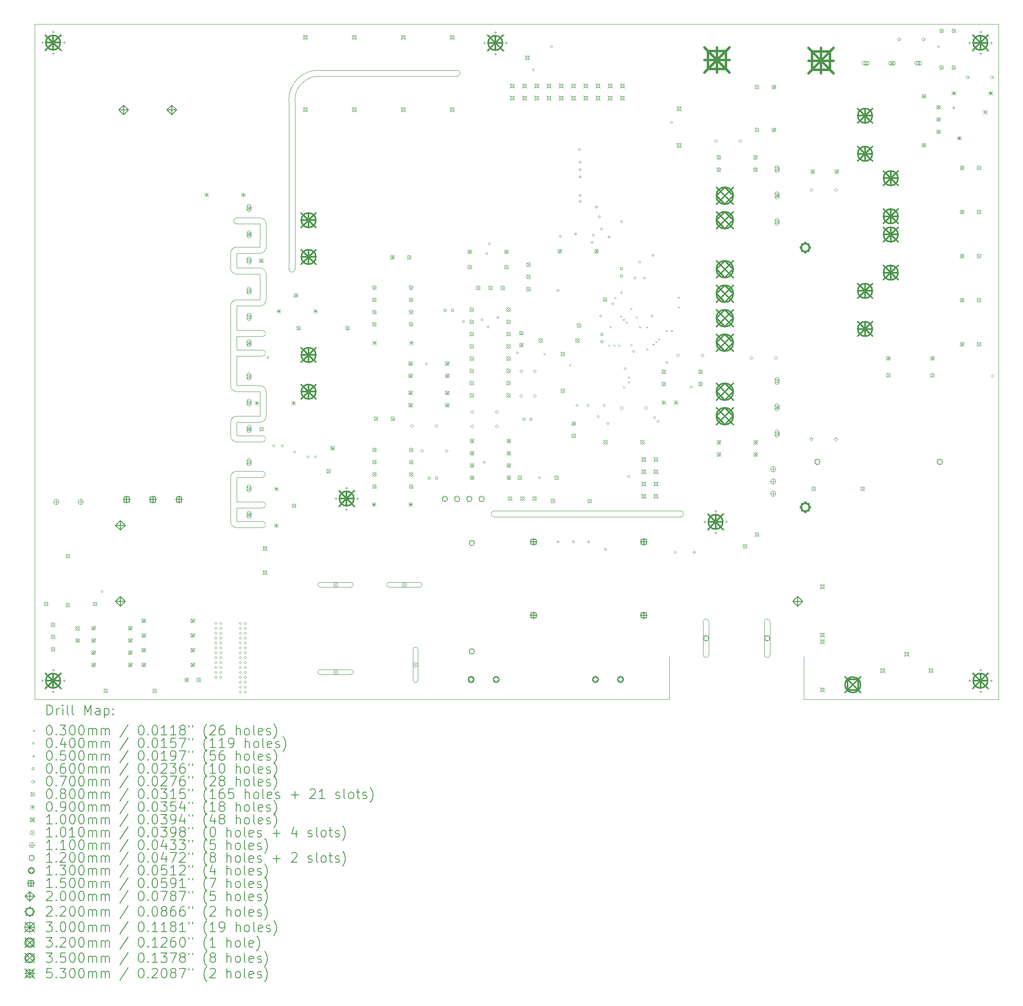
<source format=gbr>
%TF.GenerationSoftware,KiCad,Pcbnew,7.0.9*%
%TF.CreationDate,2024-03-27T11:05:03+01:00*%
%TF.ProjectId,supersmymps v2,73757065-7273-46d7-996d-70732076322e,rev?*%
%TF.SameCoordinates,Original*%
%TF.FileFunction,Drillmap*%
%TF.FilePolarity,Positive*%
%FSLAX45Y45*%
G04 Gerber Fmt 4.5, Leading zero omitted, Abs format (unit mm)*
G04 Created by KiCad (PCBNEW 7.0.9) date 2024-03-27 11:05:03*
%MOMM*%
%LPD*%
G01*
G04 APERTURE LIST*
%ADD10C,0.100000*%
%ADD11C,0.200000*%
%ADD12C,0.101000*%
%ADD13C,0.110000*%
%ADD14C,0.120000*%
%ADD15C,0.130000*%
%ADD16C,0.150000*%
%ADD17C,0.220000*%
%ADD18C,0.300000*%
%ADD19C,0.320000*%
%ADD20C,0.350000*%
%ADD21C,0.530000*%
G04 APERTURE END LIST*
D10*
X6191000Y-7715000D02*
G75*
G03*
X6064000Y-7842000I0J-127000D01*
G01*
X6191000Y-6749800D02*
X6673600Y-6749800D01*
X6673600Y-7842000D02*
X6191000Y-7842000D01*
X11537700Y-12090400D02*
G75*
G03*
X11537700Y-12217400I0J-63500D01*
G01*
X10763000Y-3079500D02*
G75*
G03*
X10763000Y-2952500I0J63500D01*
G01*
X6721860Y-11395460D02*
X6191000Y-11392920D01*
X6064000Y-8286500D02*
X6064000Y-7842000D01*
X6673600Y-9493000D02*
X6191000Y-9493000D01*
X15163800Y-15113000D02*
X15163800Y-16002000D01*
X6724400Y-8477000D02*
G75*
G03*
X6724400Y-8350000I0J63500D01*
G01*
X2000000Y-2000000D02*
X2000000Y-16000000D01*
X6191000Y-10534400D02*
X6191000Y-10255000D01*
X6673600Y-10128000D02*
X6673600Y-9620000D01*
X6800600Y-7181600D02*
X6800600Y-7715000D01*
X6064000Y-9493000D02*
X6064000Y-9048500D01*
X6800600Y-10128000D02*
X6800600Y-9620000D01*
X6191000Y-7054600D02*
X6673600Y-7054600D01*
X7905500Y-2952500D02*
X10763000Y-2952500D01*
X6673600Y-7715000D02*
X6673600Y-7181600D01*
X6673600Y-7181600D02*
X6191000Y-7181600D01*
X6064000Y-8413500D02*
X6064000Y-8286500D01*
X6673600Y-7842000D02*
G75*
G03*
X6800600Y-7715000I0J127000D01*
G01*
X6191000Y-7054600D02*
X6191000Y-6749800D01*
X6724400Y-8883400D02*
G75*
G03*
X6724400Y-8756400I0J63500D01*
G01*
X6191000Y-11271000D02*
X6721860Y-11268460D01*
X6191000Y-8350000D02*
X6191000Y-7842000D01*
X17957800Y-15113000D02*
X17957800Y-16002000D01*
X6191000Y-10534400D02*
X6724400Y-10534400D01*
X6064000Y-9048500D02*
X6064000Y-8921500D01*
X6191000Y-8756400D02*
X6724400Y-8756400D01*
X15398500Y-12090400D02*
X11537700Y-12090400D01*
X6673600Y-10255000D02*
G75*
G03*
X6800600Y-10128000I0J127000D01*
G01*
X7905500Y-2952500D02*
G75*
G03*
X7270127Y-3588301I-15885J-619499D01*
G01*
X6635500Y-7715000D02*
X6673600Y-7715000D01*
X6191000Y-6013200D02*
G75*
G03*
X6191000Y-6140200I0J-63500D01*
G01*
X6673600Y-10128000D02*
X6191000Y-10128000D01*
X7270500Y-7080000D02*
X7270500Y-3587500D01*
X6191000Y-11906000D02*
X6724400Y-11906000D01*
X6191000Y-11392920D02*
X6191000Y-11906000D01*
X6724400Y-12033000D02*
X6191000Y-12033000D01*
X6064000Y-11842500D02*
X6064000Y-11398000D01*
X7270500Y-7080000D02*
G75*
G03*
X7397500Y-7080000I63500J0D01*
G01*
X22000000Y-16000000D02*
X17957800Y-16002000D01*
X6064000Y-9493000D02*
G75*
G03*
X6191000Y-9620000I127000J0D01*
G01*
X2000000Y-2000000D02*
X22000000Y-2000000D01*
X6724400Y-12439400D02*
G75*
G03*
X6724400Y-12312400I0J63500D01*
G01*
X6191000Y-10255000D02*
X6673600Y-10255000D01*
X6800600Y-7181600D02*
G75*
G03*
X6673600Y-7054600I-127000J0D01*
G01*
X6799970Y-6635437D02*
X6801233Y-6140200D01*
X6721860Y-11395460D02*
G75*
G03*
X6721860Y-11268460I0J63500D01*
G01*
X6191000Y-6013200D02*
X6673600Y-6013200D01*
X6673600Y-6140200D02*
X6673600Y-6622800D01*
X6191000Y-9620000D02*
X6673600Y-9620000D01*
X6724400Y-12439400D02*
X6191000Y-12439400D01*
X6673600Y-6622800D02*
X6191000Y-6622800D01*
X6191000Y-8350000D02*
X6724400Y-8350000D01*
X10763000Y-3079500D02*
X7905500Y-3079500D01*
X6064000Y-7054600D02*
X6064000Y-6749800D01*
X2000000Y-16000000D02*
X15163800Y-16002000D01*
X6191000Y-12312400D02*
X6191000Y-12033000D01*
X11537700Y-12217400D02*
X15398500Y-12217400D01*
X6191000Y-11271000D02*
G75*
G03*
X6064000Y-11398000I0J-127000D01*
G01*
X6724400Y-8883400D02*
X6191000Y-8883400D01*
X6191000Y-6622800D02*
G75*
G03*
X6064000Y-6749800I0J-127000D01*
G01*
X6724400Y-12312400D02*
X6191000Y-12312400D01*
X6064000Y-10534400D02*
X6064000Y-10255000D01*
X6800600Y-6140200D02*
G75*
G03*
X6673600Y-6013200I-127000J0D01*
G01*
X15398500Y-12217400D02*
G75*
G03*
X15398500Y-12090400I0J63500D01*
G01*
X6064000Y-11969500D02*
X6064000Y-11842500D01*
X6724400Y-12033000D02*
G75*
G03*
X6724400Y-11906000I0J63500D01*
G01*
X6064000Y-7054600D02*
G75*
G03*
X6191000Y-7181600I127000J0D01*
G01*
X6673600Y-6749800D02*
G75*
G03*
X6799970Y-6635437I0J127000D01*
G01*
X6191000Y-9493000D02*
X6191000Y-8883400D01*
X7905500Y-3079500D02*
G75*
G03*
X7397509Y-3587834I-12700J-495300D01*
G01*
X6064000Y-10534400D02*
G75*
G03*
X6191000Y-10661400I127000J0D01*
G01*
X6191000Y-10128000D02*
G75*
G03*
X6064000Y-10255000I0J-127000D01*
G01*
X6673600Y-6140200D02*
X6191000Y-6140200D01*
X6800600Y-9620000D02*
G75*
G03*
X6673600Y-9493000I-127000J0D01*
G01*
X6064000Y-12312400D02*
G75*
G03*
X6191000Y-12439400I127000J0D01*
G01*
X6064000Y-12312400D02*
X6064000Y-11969500D01*
X6724400Y-10661400D02*
G75*
G03*
X6724400Y-10534400I0J63500D01*
G01*
X22000000Y-2000000D02*
X22000000Y-16000000D01*
X7397500Y-3587500D02*
X7397500Y-7080000D01*
X6191000Y-8756400D02*
X6191000Y-8477000D01*
X6724400Y-10661400D02*
X6191000Y-10661400D01*
X6064000Y-8921500D02*
X6064000Y-8413500D01*
X6724400Y-8477000D02*
X6191000Y-8477000D01*
X6191000Y-7715000D02*
X6635500Y-7715000D01*
D11*
D10*
X12558000Y-8824200D02*
X12588000Y-8854200D01*
X12588000Y-8824200D02*
X12558000Y-8854200D01*
X13091400Y-9052800D02*
X13121400Y-9082800D01*
X13121400Y-9052800D02*
X13091400Y-9082800D01*
X13904200Y-8646400D02*
X13934200Y-8676400D01*
X13934200Y-8646400D02*
X13904200Y-8676400D01*
X13929600Y-8265400D02*
X13959600Y-8295400D01*
X13959600Y-8265400D02*
X13929600Y-8295400D01*
X14005800Y-8646400D02*
X14035800Y-8676400D01*
X14035800Y-8646400D02*
X14005800Y-8676400D01*
X14031200Y-7655800D02*
X14061200Y-7685800D01*
X14061200Y-7655800D02*
X14031200Y-7685800D01*
X14107400Y-8646400D02*
X14137400Y-8676400D01*
X14137400Y-8646400D02*
X14107400Y-8676400D01*
X14151862Y-8044463D02*
X14181862Y-8074463D01*
X14181862Y-8044463D02*
X14151862Y-8074463D01*
X14207279Y-8111279D02*
X14237279Y-8141279D01*
X14237279Y-8111279D02*
X14207279Y-8141279D01*
X14209000Y-9510000D02*
X14239000Y-9540000D01*
X14239000Y-9510000D02*
X14209000Y-9540000D01*
X14263847Y-8167847D02*
X14293847Y-8197847D01*
X14293847Y-8167847D02*
X14263847Y-8197847D01*
X14310600Y-9306800D02*
X14340600Y-9336800D01*
X14340600Y-9306800D02*
X14310600Y-9336800D01*
X14310600Y-9408400D02*
X14340600Y-9438400D01*
X14340600Y-9408400D02*
X14310600Y-9438400D01*
X14361400Y-7884400D02*
X14391400Y-7914400D01*
X14391400Y-7884400D02*
X14361400Y-7914400D01*
X14361400Y-8635980D02*
X14391400Y-8665980D01*
X14391400Y-8635980D02*
X14361400Y-8665980D01*
X14474250Y-8062200D02*
X14504250Y-8092200D01*
X14504250Y-8062200D02*
X14474250Y-8092200D01*
X14539200Y-8265400D02*
X14569200Y-8295400D01*
X14569200Y-8265400D02*
X14539200Y-8295400D01*
X14688716Y-8268284D02*
X14718716Y-8298284D01*
X14718716Y-8268284D02*
X14688716Y-8298284D01*
X14691600Y-8722600D02*
X14721600Y-8752600D01*
X14721600Y-8722600D02*
X14691600Y-8752600D01*
X14818600Y-8624443D02*
X14848600Y-8654443D01*
X14848600Y-8624443D02*
X14818600Y-8654443D01*
X14877494Y-8570200D02*
X14907494Y-8600200D01*
X14907494Y-8570200D02*
X14877494Y-8600200D01*
X14939831Y-8519400D02*
X14969831Y-8549400D01*
X14969831Y-8519400D02*
X14939831Y-8549400D01*
X15098000Y-8341600D02*
X15128000Y-8371600D01*
X15128000Y-8341600D02*
X15098000Y-8371600D01*
X15201833Y-8343833D02*
X15231833Y-8373833D01*
X15231833Y-8343833D02*
X15201833Y-8373833D01*
X15343950Y-7651980D02*
X15373950Y-7681980D01*
X15373950Y-7651980D02*
X15343950Y-7681980D01*
X15347720Y-7854720D02*
X15377720Y-7884720D01*
X15377720Y-7854720D02*
X15347720Y-7884720D01*
X3417000Y-13766800D02*
G75*
G03*
X3417000Y-13766800I-20000J0D01*
G01*
X5779200Y-14427200D02*
G75*
G03*
X5779200Y-14427200I-20000J0D01*
G01*
X5779200Y-14528800D02*
G75*
G03*
X5779200Y-14528800I-20000J0D01*
G01*
X5779200Y-14630400D02*
G75*
G03*
X5779200Y-14630400I-20000J0D01*
G01*
X5779200Y-14732000D02*
G75*
G03*
X5779200Y-14732000I-20000J0D01*
G01*
X5779200Y-14833600D02*
G75*
G03*
X5779200Y-14833600I-20000J0D01*
G01*
X5779200Y-14935200D02*
G75*
G03*
X5779200Y-14935200I-20000J0D01*
G01*
X5779200Y-15036800D02*
G75*
G03*
X5779200Y-15036800I-20000J0D01*
G01*
X5779200Y-15138400D02*
G75*
G03*
X5779200Y-15138400I-20000J0D01*
G01*
X5779200Y-15240000D02*
G75*
G03*
X5779200Y-15240000I-20000J0D01*
G01*
X5779200Y-15341600D02*
G75*
G03*
X5779200Y-15341600I-20000J0D01*
G01*
X5779200Y-15443200D02*
G75*
G03*
X5779200Y-15443200I-20000J0D01*
G01*
X5779200Y-15544800D02*
G75*
G03*
X5779200Y-15544800I-20000J0D01*
G01*
X5880800Y-14427200D02*
G75*
G03*
X5880800Y-14427200I-20000J0D01*
G01*
X5880800Y-14528800D02*
G75*
G03*
X5880800Y-14528800I-20000J0D01*
G01*
X5880800Y-14630400D02*
G75*
G03*
X5880800Y-14630400I-20000J0D01*
G01*
X5880800Y-14732000D02*
G75*
G03*
X5880800Y-14732000I-20000J0D01*
G01*
X5880800Y-14833600D02*
G75*
G03*
X5880800Y-14833600I-20000J0D01*
G01*
X5880800Y-14935200D02*
G75*
G03*
X5880800Y-14935200I-20000J0D01*
G01*
X5880800Y-15036800D02*
G75*
G03*
X5880800Y-15036800I-20000J0D01*
G01*
X5880800Y-15138400D02*
G75*
G03*
X5880800Y-15138400I-20000J0D01*
G01*
X5880800Y-15240000D02*
G75*
G03*
X5880800Y-15240000I-20000J0D01*
G01*
X5880800Y-15341600D02*
G75*
G03*
X5880800Y-15341600I-20000J0D01*
G01*
X5880800Y-15443200D02*
G75*
G03*
X5880800Y-15443200I-20000J0D01*
G01*
X5880800Y-15544800D02*
G75*
G03*
X5880800Y-15544800I-20000J0D01*
G01*
X6287200Y-14427200D02*
G75*
G03*
X6287200Y-14427200I-20000J0D01*
G01*
X6287200Y-14528800D02*
G75*
G03*
X6287200Y-14528800I-20000J0D01*
G01*
X6287200Y-14630400D02*
G75*
G03*
X6287200Y-14630400I-20000J0D01*
G01*
X6287200Y-14732000D02*
G75*
G03*
X6287200Y-14732000I-20000J0D01*
G01*
X6287200Y-14833600D02*
G75*
G03*
X6287200Y-14833600I-20000J0D01*
G01*
X6287200Y-14935200D02*
G75*
G03*
X6287200Y-14935200I-20000J0D01*
G01*
X6287200Y-15036800D02*
G75*
G03*
X6287200Y-15036800I-20000J0D01*
G01*
X6287200Y-15138400D02*
G75*
G03*
X6287200Y-15138400I-20000J0D01*
G01*
X6287200Y-15240000D02*
G75*
G03*
X6287200Y-15240000I-20000J0D01*
G01*
X6287200Y-15341600D02*
G75*
G03*
X6287200Y-15341600I-20000J0D01*
G01*
X6287200Y-15443200D02*
G75*
G03*
X6287200Y-15443200I-20000J0D01*
G01*
X6287200Y-15544800D02*
G75*
G03*
X6287200Y-15544800I-20000J0D01*
G01*
X6287200Y-15646400D02*
G75*
G03*
X6287200Y-15646400I-20000J0D01*
G01*
X6287200Y-15748000D02*
G75*
G03*
X6287200Y-15748000I-20000J0D01*
G01*
X6287200Y-15849600D02*
G75*
G03*
X6287200Y-15849600I-20000J0D01*
G01*
X6388800Y-14427200D02*
G75*
G03*
X6388800Y-14427200I-20000J0D01*
G01*
X6388800Y-14528800D02*
G75*
G03*
X6388800Y-14528800I-20000J0D01*
G01*
X6388800Y-14630400D02*
G75*
G03*
X6388800Y-14630400I-20000J0D01*
G01*
X6388800Y-14732000D02*
G75*
G03*
X6388800Y-14732000I-20000J0D01*
G01*
X6388800Y-14833600D02*
G75*
G03*
X6388800Y-14833600I-20000J0D01*
G01*
X6388800Y-14935200D02*
G75*
G03*
X6388800Y-14935200I-20000J0D01*
G01*
X6388800Y-15036800D02*
G75*
G03*
X6388800Y-15036800I-20000J0D01*
G01*
X6388800Y-15138400D02*
G75*
G03*
X6388800Y-15138400I-20000J0D01*
G01*
X6388800Y-15240000D02*
G75*
G03*
X6388800Y-15240000I-20000J0D01*
G01*
X6388800Y-15341600D02*
G75*
G03*
X6388800Y-15341600I-20000J0D01*
G01*
X6388800Y-15443200D02*
G75*
G03*
X6388800Y-15443200I-20000J0D01*
G01*
X6388800Y-15544800D02*
G75*
G03*
X6388800Y-15544800I-20000J0D01*
G01*
X6388800Y-15646400D02*
G75*
G03*
X6388800Y-15646400I-20000J0D01*
G01*
X6388800Y-15748000D02*
G75*
G03*
X6388800Y-15748000I-20000J0D01*
G01*
X6388800Y-15849600D02*
G75*
G03*
X6388800Y-15849600I-20000J0D01*
G01*
X6858700Y-8908800D02*
G75*
G03*
X6858700Y-8908800I-20000J0D01*
G01*
X6979600Y-10744200D02*
G75*
G03*
X6979600Y-10744200I-20000J0D01*
G01*
X7157400Y-10744200D02*
G75*
G03*
X7157400Y-10744200I-20000J0D01*
G01*
X7411400Y-10871200D02*
G75*
G03*
X7411400Y-10871200I-20000J0D01*
G01*
X7690800Y-10972800D02*
G75*
G03*
X7690800Y-10972800I-20000J0D01*
G01*
X7843200Y-10972800D02*
G75*
G03*
X7843200Y-10972800I-20000J0D01*
G01*
X10148000Y-9042400D02*
G75*
G03*
X10148000Y-9042400I-20000J0D01*
G01*
X10916600Y-8166100D02*
G75*
G03*
X10916600Y-8166100I-20000J0D01*
G01*
X11297600Y-8128000D02*
G75*
G03*
X11297600Y-8128000I-20000J0D01*
G01*
X11348400Y-11087100D02*
G75*
G03*
X11348400Y-11087100I-20000J0D01*
G01*
X11399200Y-6756400D02*
G75*
G03*
X11399200Y-6756400I-20000J0D01*
G01*
X11424600Y-8280400D02*
G75*
G03*
X11424600Y-8280400I-20000J0D01*
G01*
X11450000Y-6553200D02*
G75*
G03*
X11450000Y-6553200I-20000J0D01*
G01*
X11627800Y-8082280D02*
G75*
G03*
X11627800Y-8082280I-20000J0D01*
G01*
X12034200Y-8813800D02*
G75*
G03*
X12034200Y-8813800I-20000J0D01*
G01*
X12364400Y-2946400D02*
G75*
G03*
X12364400Y-2946400I-20000J0D01*
G01*
X12491400Y-11404600D02*
G75*
G03*
X12491400Y-11404600I-20000J0D01*
G01*
X12745400Y-2463800D02*
G75*
G03*
X12745400Y-2463800I-20000J0D01*
G01*
X12875600Y-7521600D02*
G75*
G03*
X12875600Y-7521600I-20000J0D01*
G01*
X12878500Y-12731500D02*
G75*
G03*
X12878500Y-12731500I-20000J0D01*
G01*
X12923200Y-6400800D02*
G75*
G03*
X12923200Y-6400800I-20000J0D01*
G01*
X13196000Y-12731500D02*
G75*
G03*
X13196000Y-12731500I-20000J0D01*
G01*
X13240700Y-6350000D02*
G75*
G03*
X13240700Y-6350000I-20000J0D01*
G01*
X13272200Y-9906000D02*
G75*
G03*
X13272200Y-9906000I-20000J0D01*
G01*
X13323000Y-4597400D02*
G75*
G03*
X13323000Y-4597400I-20000J0D01*
G01*
X13335700Y-4864100D02*
G75*
G03*
X13335700Y-4864100I-20000J0D01*
G01*
X13335700Y-5016500D02*
G75*
G03*
X13335700Y-5016500I-20000J0D01*
G01*
X13335700Y-5168900D02*
G75*
G03*
X13335700Y-5168900I-20000J0D01*
G01*
X13335700Y-5549900D02*
G75*
G03*
X13335700Y-5549900I-20000J0D01*
G01*
X13335700Y-5676900D02*
G75*
G03*
X13335700Y-5676900I-20000J0D01*
G01*
X13500800Y-9906000D02*
G75*
G03*
X13500800Y-9906000I-20000J0D01*
G01*
X13513500Y-12731500D02*
G75*
G03*
X13513500Y-12731500I-20000J0D01*
G01*
X13583600Y-6527800D02*
G75*
G03*
X13583600Y-6527800I-20000J0D01*
G01*
X13609000Y-6375400D02*
G75*
G03*
X13609000Y-6375400I-20000J0D01*
G01*
X13672500Y-5791200D02*
G75*
G03*
X13672500Y-5791200I-20000J0D01*
G01*
X13710600Y-10134600D02*
G75*
G03*
X13710600Y-10134600I-20000J0D01*
G01*
X13736000Y-5994400D02*
G75*
G03*
X13736000Y-5994400I-20000J0D01*
G01*
X13761400Y-8051800D02*
G75*
G03*
X13761400Y-8051800I-20000J0D01*
G01*
X13780200Y-6248400D02*
G75*
G03*
X13780200Y-6248400I-20000J0D01*
G01*
X13837600Y-9906000D02*
G75*
G03*
X13837600Y-9906000I-20000J0D01*
G01*
X13862750Y-12890250D02*
G75*
G03*
X13862750Y-12890250I-20000J0D01*
G01*
X13913800Y-10287000D02*
G75*
G03*
X13913800Y-10287000I-20000J0D01*
G01*
X13932600Y-6413500D02*
G75*
G03*
X13932600Y-6413500I-20000J0D01*
G01*
X14015400Y-7797800D02*
G75*
G03*
X14015400Y-7797800I-20000J0D01*
G01*
X14193200Y-6096000D02*
G75*
G03*
X14193200Y-6096000I-20000J0D01*
G01*
X14193200Y-7569200D02*
G75*
G03*
X14193200Y-7569200I-20000J0D01*
G01*
X14269400Y-9144000D02*
G75*
G03*
X14269400Y-9144000I-20000J0D01*
G01*
X14345600Y-11379200D02*
G75*
G03*
X14345600Y-11379200I-20000J0D01*
G01*
X14447200Y-8788400D02*
G75*
G03*
X14447200Y-8788400I-20000J0D01*
G01*
X14472600Y-7264400D02*
G75*
G03*
X14472600Y-7264400I-20000J0D01*
G01*
X14574200Y-6934200D02*
G75*
G03*
X14574200Y-6934200I-20000J0D01*
G01*
X14675696Y-7264504D02*
G75*
G03*
X14675696Y-7264504I-20000J0D01*
G01*
X14828200Y-8051800D02*
G75*
G03*
X14828200Y-8051800I-20000J0D01*
G01*
X14847000Y-6794604D02*
G75*
G03*
X14847000Y-6794604I-20000J0D01*
G01*
X14879000Y-10160000D02*
G75*
G03*
X14879000Y-10160000I-20000J0D01*
G01*
X14955200Y-10236200D02*
G75*
G03*
X14955200Y-10236200I-20000J0D01*
G01*
X15133000Y-9017000D02*
G75*
G03*
X15133000Y-9017000I-20000J0D01*
G01*
X15234600Y-4038100D02*
G75*
G03*
X15234600Y-4038100I-20000J0D01*
G01*
X15310800Y-12954000D02*
G75*
G03*
X15310800Y-12954000I-20000J0D01*
G01*
X15641000Y-9525000D02*
G75*
G03*
X15641000Y-9525000I-20000J0D01*
G01*
X15704500Y-12954000D02*
G75*
G03*
X15704500Y-12954000I-20000J0D01*
G01*
X20771800Y-2463800D02*
G75*
G03*
X20771800Y-2463800I-20000J0D01*
G01*
X21089300Y-3733800D02*
G75*
G03*
X21089300Y-3733800I-20000J0D01*
G01*
X21889400Y-9296400D02*
G75*
G03*
X21889400Y-9296400I-20000J0D01*
G01*
X2156000Y-2356000D02*
X2156000Y-2406000D01*
X2131000Y-2381000D02*
X2181000Y-2381000D01*
X2156000Y-15589400D02*
X2156000Y-15639400D01*
X2131000Y-15614400D02*
X2181000Y-15614400D01*
X2221901Y-2196901D02*
X2221901Y-2246901D01*
X2196901Y-2221901D02*
X2246901Y-2221901D01*
X2221901Y-2515099D02*
X2221901Y-2565099D01*
X2196901Y-2540099D02*
X2246901Y-2540099D01*
X2221901Y-15430301D02*
X2221901Y-15480301D01*
X2196901Y-15455301D02*
X2246901Y-15455301D01*
X2221901Y-15748499D02*
X2221901Y-15798499D01*
X2196901Y-15773499D02*
X2246901Y-15773499D01*
X2381000Y-2131000D02*
X2381000Y-2181000D01*
X2356000Y-2156000D02*
X2406000Y-2156000D01*
X2381000Y-2581000D02*
X2381000Y-2631000D01*
X2356000Y-2606000D02*
X2406000Y-2606000D01*
X2381000Y-15364400D02*
X2381000Y-15414400D01*
X2356000Y-15389400D02*
X2406000Y-15389400D01*
X2381000Y-15814400D02*
X2381000Y-15864400D01*
X2356000Y-15839400D02*
X2406000Y-15839400D01*
X2540099Y-2196901D02*
X2540099Y-2246901D01*
X2515099Y-2221901D02*
X2565099Y-2221901D01*
X2540099Y-2515099D02*
X2540099Y-2565099D01*
X2515099Y-2540099D02*
X2565099Y-2540099D01*
X2540099Y-15430301D02*
X2540099Y-15480301D01*
X2515099Y-15455301D02*
X2565099Y-15455301D01*
X2540099Y-15748499D02*
X2540099Y-15798499D01*
X2515099Y-15773499D02*
X2565099Y-15773499D01*
X2606000Y-2356000D02*
X2606000Y-2406000D01*
X2581000Y-2381000D02*
X2631000Y-2381000D01*
X2606000Y-15589400D02*
X2606000Y-15639400D01*
X2581000Y-15614400D02*
X2631000Y-15614400D01*
X8245900Y-11811400D02*
X8245900Y-11861400D01*
X8220900Y-11836400D02*
X8270900Y-11836400D01*
X8311801Y-11652301D02*
X8311801Y-11702301D01*
X8286801Y-11677301D02*
X8336801Y-11677301D01*
X8311801Y-11970499D02*
X8311801Y-12020499D01*
X8286801Y-11995499D02*
X8336801Y-11995499D01*
X8470900Y-11586400D02*
X8470900Y-11636400D01*
X8445900Y-11611400D02*
X8495900Y-11611400D01*
X8470900Y-12036400D02*
X8470900Y-12086400D01*
X8445900Y-12061400D02*
X8495900Y-12061400D01*
X8629999Y-11652301D02*
X8629999Y-11702301D01*
X8604999Y-11677301D02*
X8654999Y-11677301D01*
X8629999Y-11970499D02*
X8629999Y-12020499D01*
X8604999Y-11995499D02*
X8654999Y-11995499D01*
X8695900Y-11811400D02*
X8695900Y-11861400D01*
X8670900Y-11836400D02*
X8720900Y-11836400D01*
X11332000Y-2362600D02*
X11332000Y-2412600D01*
X11307000Y-2387600D02*
X11357000Y-2387600D01*
X11397901Y-2203501D02*
X11397901Y-2253501D01*
X11372901Y-2228501D02*
X11422901Y-2228501D01*
X11397901Y-2521699D02*
X11397901Y-2571699D01*
X11372901Y-2546699D02*
X11422901Y-2546699D01*
X11557000Y-2137600D02*
X11557000Y-2187600D01*
X11532000Y-2162600D02*
X11582000Y-2162600D01*
X11557000Y-2587600D02*
X11557000Y-2637600D01*
X11532000Y-2612600D02*
X11582000Y-2612600D01*
X11716099Y-2203501D02*
X11716099Y-2253501D01*
X11691099Y-2228501D02*
X11741099Y-2228501D01*
X11716099Y-2521699D02*
X11716099Y-2571699D01*
X11691099Y-2546699D02*
X11741099Y-2546699D01*
X11782000Y-2362600D02*
X11782000Y-2412600D01*
X11757000Y-2387600D02*
X11807000Y-2387600D01*
X15901000Y-12294000D02*
X15901000Y-12344000D01*
X15876000Y-12319000D02*
X15926000Y-12319000D01*
X15966901Y-12134901D02*
X15966901Y-12184901D01*
X15941901Y-12159901D02*
X15991901Y-12159901D01*
X15966901Y-12453099D02*
X15966901Y-12503099D01*
X15941901Y-12478099D02*
X15991901Y-12478099D01*
X16126000Y-12069000D02*
X16126000Y-12119000D01*
X16101000Y-12094000D02*
X16151000Y-12094000D01*
X16126000Y-12519000D02*
X16126000Y-12569000D01*
X16101000Y-12544000D02*
X16151000Y-12544000D01*
X16285099Y-12134901D02*
X16285099Y-12184901D01*
X16260099Y-12159901D02*
X16310099Y-12159901D01*
X16285099Y-12453099D02*
X16285099Y-12503099D01*
X16260099Y-12478099D02*
X16310099Y-12478099D01*
X16351000Y-12294000D02*
X16351000Y-12344000D01*
X16326000Y-12319000D02*
X16376000Y-12319000D01*
X21396500Y-2359600D02*
X21396500Y-2409600D01*
X21371500Y-2384600D02*
X21421500Y-2384600D01*
X21396500Y-15589400D02*
X21396500Y-15639400D01*
X21371500Y-15614400D02*
X21421500Y-15614400D01*
X21462401Y-2200501D02*
X21462401Y-2250501D01*
X21437401Y-2225501D02*
X21487401Y-2225501D01*
X21462401Y-2518699D02*
X21462401Y-2568699D01*
X21437401Y-2543699D02*
X21487401Y-2543699D01*
X21462401Y-15430301D02*
X21462401Y-15480301D01*
X21437401Y-15455301D02*
X21487401Y-15455301D01*
X21462401Y-15748499D02*
X21462401Y-15798499D01*
X21437401Y-15773499D02*
X21487401Y-15773499D01*
X21621500Y-2134600D02*
X21621500Y-2184600D01*
X21596500Y-2159600D02*
X21646500Y-2159600D01*
X21621500Y-2584600D02*
X21621500Y-2634600D01*
X21596500Y-2609600D02*
X21646500Y-2609600D01*
X21621500Y-15364400D02*
X21621500Y-15414400D01*
X21596500Y-15389400D02*
X21646500Y-15389400D01*
X21621500Y-15814400D02*
X21621500Y-15864400D01*
X21596500Y-15839400D02*
X21646500Y-15839400D01*
X21780599Y-2200501D02*
X21780599Y-2250501D01*
X21755599Y-2225501D02*
X21805599Y-2225501D01*
X21780599Y-2518699D02*
X21780599Y-2568699D01*
X21755599Y-2543699D02*
X21805599Y-2543699D01*
X21780599Y-15430301D02*
X21780599Y-15480301D01*
X21755599Y-15455301D02*
X21805599Y-15455301D01*
X21780599Y-15748499D02*
X21780599Y-15798499D01*
X21755599Y-15773499D02*
X21805599Y-15773499D01*
X21846500Y-2359600D02*
X21846500Y-2409600D01*
X21821500Y-2384600D02*
X21871500Y-2384600D01*
X21846500Y-15589400D02*
X21846500Y-15639400D01*
X21821500Y-15614400D02*
X21871500Y-15614400D01*
X10206613Y-11425813D02*
X10206613Y-11383387D01*
X10164187Y-11383387D01*
X10164187Y-11425813D01*
X10206613Y-11425813D01*
X10356613Y-11425813D02*
X10356613Y-11383387D01*
X10314187Y-11383387D01*
X10314187Y-11425813D01*
X10356613Y-11425813D01*
X10535273Y-7946013D02*
X10535273Y-7903587D01*
X10492847Y-7903587D01*
X10492847Y-7946013D01*
X10535273Y-7946013D01*
X10685273Y-7946013D02*
X10685273Y-7903587D01*
X10642847Y-7903587D01*
X10642847Y-7946013D01*
X10685273Y-7946013D01*
X12164813Y-10206613D02*
X12164813Y-10164187D01*
X12122387Y-10164187D01*
X12122387Y-10206613D01*
X12164813Y-10206613D01*
X12314813Y-10206613D02*
X12314813Y-10164187D01*
X12272387Y-10164187D01*
X12272387Y-10206613D01*
X12314813Y-10206613D01*
X13788013Y-8451613D02*
X13788013Y-8409187D01*
X13745587Y-8409187D01*
X13745587Y-8451613D01*
X13788013Y-8451613D01*
X13788013Y-8601613D02*
X13788013Y-8559187D01*
X13745587Y-8559187D01*
X13745587Y-8601613D01*
X13788013Y-8601613D01*
X14194413Y-7084813D02*
X14194413Y-7042387D01*
X14151987Y-7042387D01*
X14151987Y-7084813D01*
X14194413Y-7084813D01*
X14194413Y-7234813D02*
X14194413Y-7192387D01*
X14151987Y-7192387D01*
X14151987Y-7234813D01*
X14194413Y-7234813D01*
X9823200Y-10366200D02*
X9858200Y-10331200D01*
X9823200Y-10296200D01*
X9788200Y-10331200D01*
X9823200Y-10366200D01*
X10033000Y-10880800D02*
X10068000Y-10845800D01*
X10033000Y-10810800D01*
X9998000Y-10845800D01*
X10033000Y-10880800D01*
X10331200Y-10366200D02*
X10366200Y-10331200D01*
X10331200Y-10296200D01*
X10296200Y-10331200D01*
X10331200Y-10366200D01*
X10541000Y-10880800D02*
X10576000Y-10845800D01*
X10541000Y-10810800D01*
X10506000Y-10845800D01*
X10541000Y-10880800D01*
X11074400Y-10068000D02*
X11109400Y-10033000D01*
X11074400Y-9998000D01*
X11039400Y-10033000D01*
X11074400Y-10068000D01*
X11074400Y-10372800D02*
X11109400Y-10337800D01*
X11074400Y-10302800D01*
X11039400Y-10337800D01*
X11074400Y-10372800D01*
X11582400Y-10068000D02*
X11617400Y-10033000D01*
X11582400Y-9998000D01*
X11547400Y-10033000D01*
X11582400Y-10068000D01*
X11582400Y-10372800D02*
X11617400Y-10337800D01*
X11582400Y-10302800D01*
X11547400Y-10337800D01*
X11582400Y-10372800D01*
X12090400Y-9229800D02*
X12125400Y-9194800D01*
X12090400Y-9159800D01*
X12055400Y-9194800D01*
X12090400Y-9229800D01*
X12090400Y-9737800D02*
X12125400Y-9702800D01*
X12090400Y-9667800D01*
X12055400Y-9702800D01*
X12090400Y-9737800D01*
X12369800Y-9229800D02*
X12404800Y-9194800D01*
X12369800Y-9159800D01*
X12334800Y-9194800D01*
X12369800Y-9229800D01*
X12369800Y-9737800D02*
X12404800Y-9702800D01*
X12369800Y-9667800D01*
X12334800Y-9702800D01*
X12369800Y-9737800D01*
X14173200Y-9991800D02*
X14208200Y-9956800D01*
X14173200Y-9921800D01*
X14138200Y-9956800D01*
X14173200Y-9991800D01*
X14681200Y-9991800D02*
X14716200Y-9956800D01*
X14681200Y-9921800D01*
X14646200Y-9956800D01*
X14681200Y-9991800D01*
X15341600Y-8899600D02*
X15376600Y-8864600D01*
X15341600Y-8829600D01*
X15306600Y-8864600D01*
X15341600Y-8899600D01*
X15849600Y-8899600D02*
X15884600Y-8864600D01*
X15849600Y-8829600D01*
X15814600Y-8864600D01*
X15849600Y-8899600D01*
X16129000Y-4454600D02*
X16164000Y-4419600D01*
X16129000Y-4384600D01*
X16094000Y-4419600D01*
X16129000Y-4454600D01*
X16637000Y-4454600D02*
X16672000Y-4419600D01*
X16637000Y-4384600D01*
X16602000Y-4419600D01*
X16637000Y-4454600D01*
X16865600Y-8950400D02*
X16900600Y-8915400D01*
X16865600Y-8880400D01*
X16830600Y-8915400D01*
X16865600Y-8950400D01*
X17373600Y-8950400D02*
X17408600Y-8915400D01*
X17373600Y-8880400D01*
X17338600Y-8915400D01*
X17373600Y-8950400D01*
X18110200Y-5470600D02*
X18145200Y-5435600D01*
X18110200Y-5400600D01*
X18075200Y-5435600D01*
X18110200Y-5470600D01*
X18110200Y-10639500D02*
X18145200Y-10604500D01*
X18110200Y-10569500D01*
X18075200Y-10604500D01*
X18110200Y-10639500D01*
X18618200Y-5470600D02*
X18653200Y-5435600D01*
X18618200Y-5400600D01*
X18583200Y-5435600D01*
X18618200Y-5470600D01*
X18618200Y-10639500D02*
X18653200Y-10604500D01*
X18618200Y-10569500D01*
X18583200Y-10604500D01*
X18618200Y-10639500D01*
X19926300Y-2346400D02*
X19961300Y-2311400D01*
X19926300Y-2276400D01*
X19891300Y-2311400D01*
X19926300Y-2346400D01*
X20434300Y-2346400D02*
X20469300Y-2311400D01*
X20434300Y-2276400D01*
X20399300Y-2311400D01*
X20434300Y-2346400D01*
X21348700Y-3133800D02*
X21383700Y-3098800D01*
X21348700Y-3063800D01*
X21313700Y-3098800D01*
X21348700Y-3133800D01*
X21856700Y-3133800D02*
X21891700Y-3098800D01*
X21856700Y-3063800D01*
X21821700Y-3098800D01*
X21856700Y-3133800D01*
X2195200Y-13980800D02*
X2275200Y-14060800D01*
X2275200Y-13980800D02*
X2195200Y-14060800D01*
X2275200Y-14020800D02*
G75*
G03*
X2275200Y-14020800I-40000J0D01*
G01*
X2341000Y-14412600D02*
X2421000Y-14492600D01*
X2421000Y-14412600D02*
X2341000Y-14492600D01*
X2421000Y-14452600D02*
G75*
G03*
X2421000Y-14452600I-40000J0D01*
G01*
X2341000Y-14666600D02*
X2421000Y-14746600D01*
X2421000Y-14666600D02*
X2341000Y-14746600D01*
X2421000Y-14706600D02*
G75*
G03*
X2421000Y-14706600I-40000J0D01*
G01*
X2341000Y-14920600D02*
X2421000Y-15000600D01*
X2421000Y-14920600D02*
X2341000Y-15000600D01*
X2421000Y-14960600D02*
G75*
G03*
X2421000Y-14960600I-40000J0D01*
G01*
X2645800Y-12990200D02*
X2725800Y-13070200D01*
X2725800Y-12990200D02*
X2645800Y-13070200D01*
X2725800Y-13030200D02*
G75*
G03*
X2725800Y-13030200I-40000J0D01*
G01*
X2645800Y-14006200D02*
X2725800Y-14086200D01*
X2725800Y-14006200D02*
X2645800Y-14086200D01*
X2725800Y-14046200D02*
G75*
G03*
X2725800Y-14046200I-40000J0D01*
G01*
X2849000Y-14488800D02*
X2929000Y-14568800D01*
X2929000Y-14488800D02*
X2849000Y-14568800D01*
X2929000Y-14528800D02*
G75*
G03*
X2929000Y-14528800I-40000J0D01*
G01*
X2849000Y-14738800D02*
X2929000Y-14818800D01*
X2929000Y-14738800D02*
X2849000Y-14818800D01*
X2929000Y-14778800D02*
G75*
G03*
X2929000Y-14778800I-40000J0D01*
G01*
X3180200Y-14483200D02*
X3260200Y-14563200D01*
X3260200Y-14483200D02*
X3180200Y-14563200D01*
X3260200Y-14523200D02*
G75*
G03*
X3260200Y-14523200I-40000J0D01*
G01*
X3180200Y-14737200D02*
X3260200Y-14817200D01*
X3260200Y-14737200D02*
X3180200Y-14817200D01*
X3260200Y-14777200D02*
G75*
G03*
X3260200Y-14777200I-40000J0D01*
G01*
X3180200Y-14991200D02*
X3260200Y-15071200D01*
X3260200Y-14991200D02*
X3180200Y-15071200D01*
X3260200Y-15031200D02*
G75*
G03*
X3260200Y-15031200I-40000J0D01*
G01*
X3180200Y-15245200D02*
X3260200Y-15325200D01*
X3260200Y-15245200D02*
X3180200Y-15325200D01*
X3260200Y-15285200D02*
G75*
G03*
X3260200Y-15285200I-40000J0D01*
G01*
X3211200Y-13980800D02*
X3291200Y-14060800D01*
X3291200Y-13980800D02*
X3211200Y-14060800D01*
X3291200Y-14020800D02*
G75*
G03*
X3291200Y-14020800I-40000J0D01*
G01*
X3433200Y-15784200D02*
X3513200Y-15864200D01*
X3513200Y-15784200D02*
X3433200Y-15864200D01*
X3513200Y-15824200D02*
G75*
G03*
X3513200Y-15824200I-40000J0D01*
G01*
X3942200Y-14483200D02*
X4022200Y-14563200D01*
X4022200Y-14483200D02*
X3942200Y-14563200D01*
X4022200Y-14523200D02*
G75*
G03*
X4022200Y-14523200I-40000J0D01*
G01*
X3942200Y-14737200D02*
X4022200Y-14817200D01*
X4022200Y-14737200D02*
X3942200Y-14817200D01*
X4022200Y-14777200D02*
G75*
G03*
X4022200Y-14777200I-40000J0D01*
G01*
X3942200Y-14991200D02*
X4022200Y-15071200D01*
X4022200Y-14991200D02*
X3942200Y-15071200D01*
X4022200Y-15031200D02*
G75*
G03*
X4022200Y-15031200I-40000J0D01*
G01*
X3942200Y-15245200D02*
X4022200Y-15325200D01*
X4022200Y-15245200D02*
X3942200Y-15325200D01*
X4022200Y-15285200D02*
G75*
G03*
X4022200Y-15285200I-40000J0D01*
G01*
X4220600Y-14329800D02*
X4300600Y-14409800D01*
X4300600Y-14329800D02*
X4220600Y-14409800D01*
X4300600Y-14369800D02*
G75*
G03*
X4300600Y-14369800I-40000J0D01*
G01*
X4220600Y-14634600D02*
X4300600Y-14714600D01*
X4300600Y-14634600D02*
X4220600Y-14714600D01*
X4300600Y-14674600D02*
G75*
G03*
X4300600Y-14674600I-40000J0D01*
G01*
X4220600Y-14939400D02*
X4300600Y-15019400D01*
X4300600Y-14939400D02*
X4220600Y-15019400D01*
X4300600Y-14979400D02*
G75*
G03*
X4300600Y-14979400I-40000J0D01*
G01*
X4220600Y-15244200D02*
X4300600Y-15324200D01*
X4300600Y-15244200D02*
X4220600Y-15324200D01*
X4300600Y-15284200D02*
G75*
G03*
X4300600Y-15284200I-40000J0D01*
G01*
X4449200Y-15784200D02*
X4529200Y-15864200D01*
X4529200Y-15784200D02*
X4449200Y-15864200D01*
X4529200Y-15824200D02*
G75*
G03*
X4529200Y-15824200I-40000J0D01*
G01*
X5111600Y-15555600D02*
X5191600Y-15635600D01*
X5191600Y-15555600D02*
X5111600Y-15635600D01*
X5191600Y-15595600D02*
G75*
G03*
X5191600Y-15595600I-40000J0D01*
G01*
X5236600Y-14329800D02*
X5316600Y-14409800D01*
X5316600Y-14329800D02*
X5236600Y-14409800D01*
X5316600Y-14369800D02*
G75*
G03*
X5316600Y-14369800I-40000J0D01*
G01*
X5236600Y-14634600D02*
X5316600Y-14714600D01*
X5316600Y-14634600D02*
X5236600Y-14714600D01*
X5316600Y-14674600D02*
G75*
G03*
X5316600Y-14674600I-40000J0D01*
G01*
X5236600Y-14939400D02*
X5316600Y-15019400D01*
X5316600Y-14939400D02*
X5236600Y-15019400D01*
X5316600Y-14979400D02*
G75*
G03*
X5316600Y-14979400I-40000J0D01*
G01*
X5236600Y-15244200D02*
X5316600Y-15324200D01*
X5316600Y-15244200D02*
X5236600Y-15324200D01*
X5316600Y-15284200D02*
G75*
G03*
X5316600Y-15284200I-40000J0D01*
G01*
X5361600Y-15555600D02*
X5441600Y-15635600D01*
X5441600Y-15555600D02*
X5361600Y-15635600D01*
X5441600Y-15595600D02*
G75*
G03*
X5441600Y-15595600I-40000J0D01*
G01*
X6405000Y-5770000D02*
X6485000Y-5850000D01*
X6485000Y-5770000D02*
X6405000Y-5850000D01*
X6485000Y-5810000D02*
G75*
G03*
X6485000Y-5810000I-40000J0D01*
G01*
X6485000Y-5845000D02*
X6485000Y-5775000D01*
X6485000Y-5775000D02*
G75*
G03*
X6405000Y-5775000I-40000J0D01*
G01*
X6405000Y-5775000D02*
X6405000Y-5845000D01*
X6405000Y-5845000D02*
G75*
G03*
X6485000Y-5845000I40000J0D01*
G01*
X6405000Y-6315000D02*
X6485000Y-6395000D01*
X6485000Y-6315000D02*
X6405000Y-6395000D01*
X6485000Y-6355000D02*
G75*
G03*
X6485000Y-6355000I-40000J0D01*
G01*
X6485000Y-6390000D02*
X6485000Y-6320000D01*
X6485000Y-6320000D02*
G75*
G03*
X6405000Y-6320000I-40000J0D01*
G01*
X6405000Y-6320000D02*
X6405000Y-6390000D01*
X6405000Y-6390000D02*
G75*
G03*
X6485000Y-6390000I40000J0D01*
G01*
X6405000Y-6860000D02*
X6485000Y-6940000D01*
X6485000Y-6860000D02*
X6405000Y-6940000D01*
X6485000Y-6900000D02*
G75*
G03*
X6485000Y-6900000I-40000J0D01*
G01*
X6485000Y-6935000D02*
X6485000Y-6865000D01*
X6485000Y-6865000D02*
G75*
G03*
X6405000Y-6865000I-40000J0D01*
G01*
X6405000Y-6865000D02*
X6405000Y-6935000D01*
X6405000Y-6935000D02*
G75*
G03*
X6485000Y-6935000I40000J0D01*
G01*
X6405000Y-7484500D02*
X6485000Y-7564500D01*
X6485000Y-7484500D02*
X6405000Y-7564500D01*
X6485000Y-7524500D02*
G75*
G03*
X6485000Y-7524500I-40000J0D01*
G01*
X6485000Y-7559500D02*
X6485000Y-7489500D01*
X6485000Y-7489500D02*
G75*
G03*
X6405000Y-7489500I-40000J0D01*
G01*
X6405000Y-7489500D02*
X6405000Y-7559500D01*
X6405000Y-7559500D02*
G75*
G03*
X6485000Y-7559500I40000J0D01*
G01*
X6405000Y-8029500D02*
X6485000Y-8109500D01*
X6485000Y-8029500D02*
X6405000Y-8109500D01*
X6485000Y-8069500D02*
G75*
G03*
X6485000Y-8069500I-40000J0D01*
G01*
X6485000Y-8104500D02*
X6485000Y-8034500D01*
X6485000Y-8034500D02*
G75*
G03*
X6405000Y-8034500I-40000J0D01*
G01*
X6405000Y-8034500D02*
X6405000Y-8104500D01*
X6405000Y-8104500D02*
G75*
G03*
X6485000Y-8104500I40000J0D01*
G01*
X6405000Y-8574500D02*
X6485000Y-8654500D01*
X6485000Y-8574500D02*
X6405000Y-8654500D01*
X6485000Y-8614500D02*
G75*
G03*
X6485000Y-8614500I-40000J0D01*
G01*
X6485000Y-8649500D02*
X6485000Y-8579500D01*
X6485000Y-8579500D02*
G75*
G03*
X6405000Y-8579500I-40000J0D01*
G01*
X6405000Y-8579500D02*
X6405000Y-8649500D01*
X6405000Y-8649500D02*
G75*
G03*
X6485000Y-8649500I40000J0D01*
G01*
X6405000Y-9262500D02*
X6485000Y-9342500D01*
X6485000Y-9262500D02*
X6405000Y-9342500D01*
X6485000Y-9302500D02*
G75*
G03*
X6485000Y-9302500I-40000J0D01*
G01*
X6485000Y-9337500D02*
X6485000Y-9267500D01*
X6485000Y-9267500D02*
G75*
G03*
X6405000Y-9267500I-40000J0D01*
G01*
X6405000Y-9267500D02*
X6405000Y-9337500D01*
X6405000Y-9337500D02*
G75*
G03*
X6485000Y-9337500I40000J0D01*
G01*
X6405000Y-9807500D02*
X6485000Y-9887500D01*
X6485000Y-9807500D02*
X6405000Y-9887500D01*
X6485000Y-9847500D02*
G75*
G03*
X6485000Y-9847500I-40000J0D01*
G01*
X6485000Y-9882500D02*
X6485000Y-9812500D01*
X6485000Y-9812500D02*
G75*
G03*
X6405000Y-9812500I-40000J0D01*
G01*
X6405000Y-9812500D02*
X6405000Y-9882500D01*
X6405000Y-9882500D02*
G75*
G03*
X6485000Y-9882500I40000J0D01*
G01*
X6405000Y-10352500D02*
X6485000Y-10432500D01*
X6485000Y-10352500D02*
X6405000Y-10432500D01*
X6485000Y-10392500D02*
G75*
G03*
X6485000Y-10392500I-40000J0D01*
G01*
X6485000Y-10427500D02*
X6485000Y-10357500D01*
X6485000Y-10357500D02*
G75*
G03*
X6405000Y-10357500I-40000J0D01*
G01*
X6405000Y-10357500D02*
X6405000Y-10427500D01*
X6405000Y-10427500D02*
G75*
G03*
X6485000Y-10427500I40000J0D01*
G01*
X6405000Y-11040500D02*
X6485000Y-11120500D01*
X6485000Y-11040500D02*
X6405000Y-11120500D01*
X6485000Y-11080500D02*
G75*
G03*
X6485000Y-11080500I-40000J0D01*
G01*
X6485000Y-11115500D02*
X6485000Y-11045500D01*
X6485000Y-11045500D02*
G75*
G03*
X6405000Y-11045500I-40000J0D01*
G01*
X6405000Y-11045500D02*
X6405000Y-11115500D01*
X6405000Y-11115500D02*
G75*
G03*
X6485000Y-11115500I40000J0D01*
G01*
X6405000Y-11585500D02*
X6485000Y-11665500D01*
X6485000Y-11585500D02*
X6405000Y-11665500D01*
X6485000Y-11625500D02*
G75*
G03*
X6485000Y-11625500I-40000J0D01*
G01*
X6485000Y-11660500D02*
X6485000Y-11590500D01*
X6485000Y-11590500D02*
G75*
G03*
X6405000Y-11590500I-40000J0D01*
G01*
X6405000Y-11590500D02*
X6405000Y-11660500D01*
X6405000Y-11660500D02*
G75*
G03*
X6485000Y-11660500I40000J0D01*
G01*
X6405000Y-12130500D02*
X6485000Y-12210500D01*
X6485000Y-12130500D02*
X6405000Y-12210500D01*
X6485000Y-12170500D02*
G75*
G03*
X6485000Y-12170500I-40000J0D01*
G01*
X6485000Y-12205500D02*
X6485000Y-12135500D01*
X6485000Y-12135500D02*
G75*
G03*
X6405000Y-12135500I-40000J0D01*
G01*
X6405000Y-12135500D02*
X6405000Y-12205500D01*
X6405000Y-12205500D02*
G75*
G03*
X6485000Y-12205500I40000J0D01*
G01*
X6658379Y-6865190D02*
X6738379Y-6945190D01*
X6738379Y-6865190D02*
X6658379Y-6945190D01*
X6738379Y-6905190D02*
G75*
G03*
X6738379Y-6905190I-40000J0D01*
G01*
X6666164Y-10354580D02*
X6746164Y-10434580D01*
X6746164Y-10354580D02*
X6666164Y-10434580D01*
X6746164Y-10394580D02*
G75*
G03*
X6746164Y-10394580I-40000J0D01*
G01*
X7337579Y-11945810D02*
X7417579Y-12025810D01*
X7417579Y-11945810D02*
X7337579Y-12025810D01*
X7417579Y-11985810D02*
G75*
G03*
X7417579Y-11985810I-40000J0D01*
G01*
X7376800Y-7583610D02*
X7456800Y-7663610D01*
X7456800Y-7583610D02*
X7376800Y-7663610D01*
X7456800Y-7623610D02*
G75*
G03*
X7456800Y-7623610I-40000J0D01*
G01*
X7433700Y-8259200D02*
X7513700Y-8339200D01*
X7513700Y-8259200D02*
X7433700Y-8339200D01*
X7513700Y-8299200D02*
G75*
G03*
X7513700Y-8299200I-40000J0D01*
G01*
X8056000Y-11227390D02*
X8136000Y-11307390D01*
X8136000Y-11227390D02*
X8056000Y-11307390D01*
X8136000Y-11267390D02*
G75*
G03*
X8136000Y-11267390I-40000J0D01*
G01*
X8138235Y-10749020D02*
X8218235Y-10829020D01*
X8218235Y-10749020D02*
X8138235Y-10829020D01*
X8218235Y-10789020D02*
G75*
G03*
X8218235Y-10789020I-40000J0D01*
G01*
X8449700Y-8259200D02*
X8529700Y-8339200D01*
X8529700Y-8259200D02*
X8449700Y-8339200D01*
X8529700Y-8299200D02*
G75*
G03*
X8529700Y-8299200I-40000J0D01*
G01*
X9007500Y-7420000D02*
X9087500Y-7500000D01*
X9087500Y-7420000D02*
X9007500Y-7500000D01*
X9087500Y-7460000D02*
G75*
G03*
X9087500Y-7460000I-40000J0D01*
G01*
X9007500Y-7674000D02*
X9087500Y-7754000D01*
X9087500Y-7674000D02*
X9007500Y-7754000D01*
X9087500Y-7714000D02*
G75*
G03*
X9087500Y-7714000I-40000J0D01*
G01*
X9007500Y-7928000D02*
X9087500Y-8008000D01*
X9087500Y-7928000D02*
X9007500Y-8008000D01*
X9087500Y-7968000D02*
G75*
G03*
X9087500Y-7968000I-40000J0D01*
G01*
X9007500Y-8182000D02*
X9087500Y-8262000D01*
X9087500Y-8182000D02*
X9007500Y-8262000D01*
X9087500Y-8222000D02*
G75*
G03*
X9087500Y-8222000I-40000J0D01*
G01*
X9007500Y-10785500D02*
X9087500Y-10865500D01*
X9087500Y-10785500D02*
X9007500Y-10865500D01*
X9087500Y-10825500D02*
G75*
G03*
X9087500Y-10825500I-40000J0D01*
G01*
X9007500Y-11039500D02*
X9087500Y-11119500D01*
X9087500Y-11039500D02*
X9007500Y-11119500D01*
X9087500Y-11079500D02*
G75*
G03*
X9087500Y-11079500I-40000J0D01*
G01*
X9007500Y-11293500D02*
X9087500Y-11373500D01*
X9087500Y-11293500D02*
X9007500Y-11373500D01*
X9087500Y-11333500D02*
G75*
G03*
X9087500Y-11333500I-40000J0D01*
G01*
X9007500Y-11547500D02*
X9087500Y-11627500D01*
X9087500Y-11547500D02*
X9007500Y-11627500D01*
X9087500Y-11587500D02*
G75*
G03*
X9087500Y-11587500I-40000J0D01*
G01*
X9039665Y-10138800D02*
X9119665Y-10218800D01*
X9119665Y-10138800D02*
X9039665Y-10218800D01*
X9119665Y-10178800D02*
G75*
G03*
X9119665Y-10178800I-40000J0D01*
G01*
X9379782Y-6792600D02*
X9459782Y-6872600D01*
X9459782Y-6792600D02*
X9379782Y-6872600D01*
X9459782Y-6832600D02*
G75*
G03*
X9459782Y-6832600I-40000J0D01*
G01*
X9389665Y-10138800D02*
X9469665Y-10218800D01*
X9469665Y-10138800D02*
X9389665Y-10218800D01*
X9469665Y-10178800D02*
G75*
G03*
X9469665Y-10178800I-40000J0D01*
G01*
X9729782Y-6792600D02*
X9809782Y-6872600D01*
X9809782Y-6792600D02*
X9729782Y-6872600D01*
X9809782Y-6832600D02*
G75*
G03*
X9809782Y-6832600I-40000J0D01*
G01*
X9756800Y-8996300D02*
X9836800Y-9076300D01*
X9836800Y-8996300D02*
X9756800Y-9076300D01*
X9836800Y-9036300D02*
G75*
G03*
X9836800Y-9036300I-40000J0D01*
G01*
X9756800Y-9250300D02*
X9836800Y-9330300D01*
X9836800Y-9250300D02*
X9756800Y-9330300D01*
X9836800Y-9290300D02*
G75*
G03*
X9836800Y-9290300I-40000J0D01*
G01*
X9756800Y-9605900D02*
X9836800Y-9685900D01*
X9836800Y-9605900D02*
X9756800Y-9685900D01*
X9836800Y-9645900D02*
G75*
G03*
X9836800Y-9645900I-40000J0D01*
G01*
X9756800Y-9859900D02*
X9836800Y-9939900D01*
X9836800Y-9859900D02*
X9756800Y-9939900D01*
X9836800Y-9899900D02*
G75*
G03*
X9836800Y-9899900I-40000J0D01*
G01*
X9769500Y-7420000D02*
X9849500Y-7500000D01*
X9849500Y-7420000D02*
X9769500Y-7500000D01*
X9849500Y-7460000D02*
G75*
G03*
X9849500Y-7460000I-40000J0D01*
G01*
X9769500Y-7674000D02*
X9849500Y-7754000D01*
X9849500Y-7674000D02*
X9769500Y-7754000D01*
X9849500Y-7714000D02*
G75*
G03*
X9849500Y-7714000I-40000J0D01*
G01*
X9769500Y-7928000D02*
X9849500Y-8008000D01*
X9849500Y-7928000D02*
X9769500Y-8008000D01*
X9849500Y-7968000D02*
G75*
G03*
X9849500Y-7968000I-40000J0D01*
G01*
X9769500Y-8182000D02*
X9849500Y-8262000D01*
X9849500Y-8182000D02*
X9769500Y-8262000D01*
X9849500Y-8222000D02*
G75*
G03*
X9849500Y-8222000I-40000J0D01*
G01*
X9769500Y-10785500D02*
X9849500Y-10865500D01*
X9849500Y-10785500D02*
X9769500Y-10865500D01*
X9849500Y-10825500D02*
G75*
G03*
X9849500Y-10825500I-40000J0D01*
G01*
X9769500Y-11039500D02*
X9849500Y-11119500D01*
X9849500Y-11039500D02*
X9769500Y-11119500D01*
X9849500Y-11079500D02*
G75*
G03*
X9849500Y-11079500I-40000J0D01*
G01*
X9769500Y-11293500D02*
X9849500Y-11373500D01*
X9849500Y-11293500D02*
X9769500Y-11373500D01*
X9849500Y-11333500D02*
G75*
G03*
X9849500Y-11333500I-40000J0D01*
G01*
X9769500Y-11547500D02*
X9849500Y-11627500D01*
X9849500Y-11547500D02*
X9769500Y-11627500D01*
X9849500Y-11587500D02*
G75*
G03*
X9849500Y-11587500I-40000J0D01*
G01*
X10518800Y-8996300D02*
X10598800Y-9076300D01*
X10598800Y-8996300D02*
X10518800Y-9076300D01*
X10598800Y-9036300D02*
G75*
G03*
X10598800Y-9036300I-40000J0D01*
G01*
X10518800Y-9250300D02*
X10598800Y-9330300D01*
X10598800Y-9250300D02*
X10518800Y-9330300D01*
X10598800Y-9290300D02*
G75*
G03*
X10598800Y-9290300I-40000J0D01*
G01*
X10518800Y-9605900D02*
X10598800Y-9685900D01*
X10598800Y-9605900D02*
X10518800Y-9685900D01*
X10598800Y-9645900D02*
G75*
G03*
X10598800Y-9645900I-40000J0D01*
G01*
X10518800Y-9859900D02*
X10598800Y-9939900D01*
X10598800Y-9859900D02*
X10518800Y-9939900D01*
X10598800Y-9899900D02*
G75*
G03*
X10598800Y-9899900I-40000J0D01*
G01*
X10983600Y-6678300D02*
X11063600Y-6758300D01*
X11063600Y-6678300D02*
X10983600Y-6758300D01*
X11063600Y-6718300D02*
G75*
G03*
X11063600Y-6718300I-40000J0D01*
G01*
X10983600Y-6995800D02*
X11063600Y-7075800D01*
X11063600Y-6995800D02*
X10983600Y-7075800D01*
X11063600Y-7035800D02*
G75*
G03*
X11063600Y-7035800I-40000J0D01*
G01*
X11026800Y-7876700D02*
X11106800Y-7956700D01*
X11106800Y-7876700D02*
X11026800Y-7956700D01*
X11106800Y-7916700D02*
G75*
G03*
X11106800Y-7916700I-40000J0D01*
G01*
X11026800Y-8130700D02*
X11106800Y-8210700D01*
X11106800Y-8130700D02*
X11026800Y-8210700D01*
X11106800Y-8170700D02*
G75*
G03*
X11106800Y-8170700I-40000J0D01*
G01*
X11026800Y-8384700D02*
X11106800Y-8464700D01*
X11106800Y-8384700D02*
X11026800Y-8464700D01*
X11106800Y-8424700D02*
G75*
G03*
X11106800Y-8424700I-40000J0D01*
G01*
X11026800Y-8638700D02*
X11106800Y-8718700D01*
X11106800Y-8638700D02*
X11026800Y-8718700D01*
X11106800Y-8678700D02*
G75*
G03*
X11106800Y-8678700I-40000J0D01*
G01*
X11026800Y-8892700D02*
X11106800Y-8972700D01*
X11106800Y-8892700D02*
X11026800Y-8972700D01*
X11106800Y-8932700D02*
G75*
G03*
X11106800Y-8932700I-40000J0D01*
G01*
X11026800Y-9146700D02*
X11106800Y-9226700D01*
X11106800Y-9146700D02*
X11026800Y-9226700D01*
X11106800Y-9186700D02*
G75*
G03*
X11106800Y-9186700I-40000J0D01*
G01*
X11026800Y-9400700D02*
X11106800Y-9480700D01*
X11106800Y-9400700D02*
X11026800Y-9480700D01*
X11106800Y-9440700D02*
G75*
G03*
X11106800Y-9440700I-40000J0D01*
G01*
X11026800Y-9654700D02*
X11106800Y-9734700D01*
X11106800Y-9654700D02*
X11026800Y-9734700D01*
X11106800Y-9694700D02*
G75*
G03*
X11106800Y-9694700I-40000J0D01*
G01*
X11033400Y-10601600D02*
X11113400Y-10681600D01*
X11113400Y-10601600D02*
X11033400Y-10681600D01*
X11113400Y-10641600D02*
G75*
G03*
X11113400Y-10641600I-40000J0D01*
G01*
X11033400Y-10855600D02*
X11113400Y-10935600D01*
X11113400Y-10855600D02*
X11033400Y-10935600D01*
X11113400Y-10895600D02*
G75*
G03*
X11113400Y-10895600I-40000J0D01*
G01*
X11033400Y-11109600D02*
X11113400Y-11189600D01*
X11113400Y-11109600D02*
X11033400Y-11189600D01*
X11113400Y-11149600D02*
G75*
G03*
X11113400Y-11149600I-40000J0D01*
G01*
X11033400Y-11363600D02*
X11113400Y-11443600D01*
X11113400Y-11363600D02*
X11033400Y-11443600D01*
X11113400Y-11403600D02*
G75*
G03*
X11113400Y-11403600I-40000J0D01*
G01*
X11161400Y-7427600D02*
X11241400Y-7507600D01*
X11241400Y-7427600D02*
X11161400Y-7507600D01*
X11241400Y-7467600D02*
G75*
G03*
X11241400Y-7467600I-40000J0D01*
G01*
X11415400Y-7427600D02*
X11495400Y-7507600D01*
X11495400Y-7427600D02*
X11415400Y-7507600D01*
X11495400Y-7467600D02*
G75*
G03*
X11495400Y-7467600I-40000J0D01*
G01*
X11669400Y-7427600D02*
X11749400Y-7507600D01*
X11749400Y-7427600D02*
X11669400Y-7507600D01*
X11749400Y-7467600D02*
G75*
G03*
X11749400Y-7467600I-40000J0D01*
G01*
X11745600Y-6678300D02*
X11825600Y-6758300D01*
X11825600Y-6678300D02*
X11745600Y-6758300D01*
X11825600Y-6718300D02*
G75*
G03*
X11825600Y-6718300I-40000J0D01*
G01*
X11745600Y-6995800D02*
X11825600Y-7075800D01*
X11825600Y-6995800D02*
X11745600Y-7075800D01*
X11825600Y-7035800D02*
G75*
G03*
X11825600Y-7035800I-40000J0D01*
G01*
X11788800Y-7876700D02*
X11868800Y-7956700D01*
X11868800Y-7876700D02*
X11788800Y-7956700D01*
X11868800Y-7916700D02*
G75*
G03*
X11868800Y-7916700I-40000J0D01*
G01*
X11788800Y-8130700D02*
X11868800Y-8210700D01*
X11868800Y-8130700D02*
X11788800Y-8210700D01*
X11868800Y-8170700D02*
G75*
G03*
X11868800Y-8170700I-40000J0D01*
G01*
X11788800Y-8384700D02*
X11868800Y-8464700D01*
X11868800Y-8384700D02*
X11788800Y-8464700D01*
X11868800Y-8424700D02*
G75*
G03*
X11868800Y-8424700I-40000J0D01*
G01*
X11788800Y-8638700D02*
X11868800Y-8718700D01*
X11868800Y-8638700D02*
X11788800Y-8718700D01*
X11868800Y-8678700D02*
G75*
G03*
X11868800Y-8678700I-40000J0D01*
G01*
X11788800Y-8892700D02*
X11868800Y-8972700D01*
X11868800Y-8892700D02*
X11788800Y-8972700D01*
X11868800Y-8932700D02*
G75*
G03*
X11868800Y-8932700I-40000J0D01*
G01*
X11788800Y-9146700D02*
X11868800Y-9226700D01*
X11868800Y-9146700D02*
X11788800Y-9226700D01*
X11868800Y-9186700D02*
G75*
G03*
X11868800Y-9186700I-40000J0D01*
G01*
X11788800Y-9400700D02*
X11868800Y-9480700D01*
X11868800Y-9400700D02*
X11788800Y-9480700D01*
X11868800Y-9440700D02*
G75*
G03*
X11868800Y-9440700I-40000J0D01*
G01*
X11788800Y-9654700D02*
X11868800Y-9734700D01*
X11868800Y-9654700D02*
X11788800Y-9734700D01*
X11868800Y-9694700D02*
G75*
G03*
X11868800Y-9694700I-40000J0D01*
G01*
X11795400Y-10601600D02*
X11875400Y-10681600D01*
X11875400Y-10601600D02*
X11795400Y-10681600D01*
X11875400Y-10641600D02*
G75*
G03*
X11875400Y-10641600I-40000J0D01*
G01*
X11795400Y-10855600D02*
X11875400Y-10935600D01*
X11875400Y-10855600D02*
X11795400Y-10935600D01*
X11875400Y-10895600D02*
G75*
G03*
X11875400Y-10895600I-40000J0D01*
G01*
X11795400Y-11109600D02*
X11875400Y-11189600D01*
X11875400Y-11109600D02*
X11795400Y-11189600D01*
X11875400Y-11149600D02*
G75*
G03*
X11875400Y-11149600I-40000J0D01*
G01*
X11795400Y-11363600D02*
X11875400Y-11443600D01*
X11875400Y-11363600D02*
X11795400Y-11443600D01*
X11875400Y-11403600D02*
G75*
G03*
X11875400Y-11403600I-40000J0D01*
G01*
X11821800Y-11796400D02*
X11901800Y-11876400D01*
X11901800Y-11796400D02*
X11821800Y-11876400D01*
X11901800Y-11836400D02*
G75*
G03*
X11901800Y-11836400I-40000J0D01*
G01*
X12025000Y-11364600D02*
X12105000Y-11444600D01*
X12105000Y-11364600D02*
X12025000Y-11444600D01*
X12105000Y-11404600D02*
G75*
G03*
X12105000Y-11404600I-40000J0D01*
G01*
X12056500Y-8360800D02*
X12136500Y-8440800D01*
X12136500Y-8360800D02*
X12056500Y-8440800D01*
X12136500Y-8400800D02*
G75*
G03*
X12136500Y-8400800I-40000J0D01*
G01*
X12056500Y-8610800D02*
X12136500Y-8690800D01*
X12136500Y-8610800D02*
X12056500Y-8690800D01*
X12136500Y-8650800D02*
G75*
G03*
X12136500Y-8650800I-40000J0D01*
G01*
X12075800Y-11796400D02*
X12155800Y-11876400D01*
X12155800Y-11796400D02*
X12075800Y-11876400D01*
X12155800Y-11836400D02*
G75*
G03*
X12155800Y-11836400I-40000J0D01*
G01*
X12202800Y-6945000D02*
X12282800Y-7025000D01*
X12282800Y-6945000D02*
X12202800Y-7025000D01*
X12282800Y-6985000D02*
G75*
G03*
X12282800Y-6985000I-40000J0D01*
G01*
X12202800Y-7199000D02*
X12282800Y-7279000D01*
X12282800Y-7199000D02*
X12202800Y-7279000D01*
X12282800Y-7239000D02*
G75*
G03*
X12282800Y-7239000I-40000J0D01*
G01*
X12202800Y-7453000D02*
X12282800Y-7533000D01*
X12282800Y-7453000D02*
X12202800Y-7533000D01*
X12282800Y-7493000D02*
G75*
G03*
X12282800Y-7493000I-40000J0D01*
G01*
X12329800Y-11796400D02*
X12409800Y-11876400D01*
X12409800Y-11796400D02*
X12329800Y-11876400D01*
X12409800Y-11836400D02*
G75*
G03*
X12409800Y-11836400I-40000J0D01*
G01*
X12456800Y-8519800D02*
X12536800Y-8599800D01*
X12536800Y-8519800D02*
X12456800Y-8599800D01*
X12536800Y-8559800D02*
G75*
G03*
X12536800Y-8559800I-40000J0D01*
G01*
X12710800Y-11847200D02*
X12790800Y-11927200D01*
X12790800Y-11847200D02*
X12710800Y-11927200D01*
X12790800Y-11887200D02*
G75*
G03*
X12790800Y-11887200I-40000J0D01*
G01*
X12787000Y-11364600D02*
X12867000Y-11444600D01*
X12867000Y-11364600D02*
X12787000Y-11444600D01*
X12867000Y-11404600D02*
G75*
G03*
X12867000Y-11404600I-40000J0D01*
G01*
X12850500Y-6665600D02*
X12930500Y-6745600D01*
X12930500Y-6665600D02*
X12850500Y-6745600D01*
X12930500Y-6705600D02*
G75*
G03*
X12930500Y-6705600I-40000J0D01*
G01*
X12914000Y-8799200D02*
X12994000Y-8879200D01*
X12994000Y-8799200D02*
X12914000Y-8879200D01*
X12994000Y-8839200D02*
G75*
G03*
X12994000Y-8839200I-40000J0D01*
G01*
X12914000Y-9561200D02*
X12994000Y-9641200D01*
X12994000Y-9561200D02*
X12914000Y-9641200D01*
X12994000Y-9601200D02*
G75*
G03*
X12994000Y-9601200I-40000J0D01*
G01*
X13142600Y-10243062D02*
X13222600Y-10323062D01*
X13222600Y-10243062D02*
X13142600Y-10323062D01*
X13222600Y-10283062D02*
G75*
G03*
X13222600Y-10283062I-40000J0D01*
G01*
X13142600Y-10493062D02*
X13222600Y-10573062D01*
X13222600Y-10493062D02*
X13142600Y-10573062D01*
X13222600Y-10533062D02*
G75*
G03*
X13222600Y-10533062I-40000J0D01*
G01*
X13218800Y-8519800D02*
X13298800Y-8599800D01*
X13298800Y-8519800D02*
X13218800Y-8599800D01*
X13298800Y-8559800D02*
G75*
G03*
X13298800Y-8559800I-40000J0D01*
G01*
X13254192Y-8205008D02*
X13334192Y-8285008D01*
X13334192Y-8205008D02*
X13254192Y-8285008D01*
X13334192Y-8245008D02*
G75*
G03*
X13334192Y-8245008I-40000J0D01*
G01*
X13472800Y-11847200D02*
X13552800Y-11927200D01*
X13552800Y-11847200D02*
X13472800Y-11927200D01*
X13552800Y-11887200D02*
G75*
G03*
X13552800Y-11887200I-40000J0D01*
G01*
X13612500Y-6665600D02*
X13692500Y-6745600D01*
X13692500Y-6665600D02*
X13612500Y-6745600D01*
X13692500Y-6705600D02*
G75*
G03*
X13692500Y-6705600I-40000J0D01*
G01*
X13793008Y-7666192D02*
X13873008Y-7746192D01*
X13873008Y-7666192D02*
X13793008Y-7746192D01*
X13873008Y-7706192D02*
G75*
G03*
X13873008Y-7706192I-40000J0D01*
G01*
X13803000Y-10628000D02*
X13883000Y-10708000D01*
X13883000Y-10628000D02*
X13803000Y-10708000D01*
X13883000Y-10668000D02*
G75*
G03*
X13883000Y-10668000I-40000J0D01*
G01*
X14565000Y-10628000D02*
X14645000Y-10708000D01*
X14645000Y-10628000D02*
X14565000Y-10708000D01*
X14645000Y-10668000D02*
G75*
G03*
X14645000Y-10668000I-40000J0D01*
G01*
X15010500Y-9167000D02*
X15090500Y-9247000D01*
X15090500Y-9167000D02*
X15010500Y-9247000D01*
X15090500Y-9207000D02*
G75*
G03*
X15090500Y-9207000I-40000J0D01*
G01*
X15010500Y-9421000D02*
X15090500Y-9501000D01*
X15090500Y-9421000D02*
X15010500Y-9501000D01*
X15090500Y-9461000D02*
G75*
G03*
X15090500Y-9461000I-40000J0D01*
G01*
X15772500Y-9167000D02*
X15852500Y-9247000D01*
X15852500Y-9167000D02*
X15772500Y-9247000D01*
X15852500Y-9207000D02*
G75*
G03*
X15852500Y-9207000I-40000J0D01*
G01*
X15772500Y-9421000D02*
X15852500Y-9501000D01*
X15852500Y-9421000D02*
X15772500Y-9501000D01*
X15852500Y-9461000D02*
G75*
G03*
X15852500Y-9461000I-40000J0D01*
G01*
X16152500Y-4722000D02*
X16232500Y-4802000D01*
X16232500Y-4722000D02*
X16152500Y-4802000D01*
X16232500Y-4762000D02*
G75*
G03*
X16232500Y-4762000I-40000J0D01*
G01*
X16152500Y-4976000D02*
X16232500Y-5056000D01*
X16232500Y-4976000D02*
X16152500Y-5056000D01*
X16232500Y-5016000D02*
G75*
G03*
X16232500Y-5016000I-40000J0D01*
G01*
X16153500Y-10627500D02*
X16233500Y-10707500D01*
X16233500Y-10627500D02*
X16153500Y-10707500D01*
X16233500Y-10667500D02*
G75*
G03*
X16233500Y-10667500I-40000J0D01*
G01*
X16153500Y-10881500D02*
X16233500Y-10961500D01*
X16233500Y-10881500D02*
X16153500Y-10961500D01*
X16233500Y-10921500D02*
G75*
G03*
X16233500Y-10921500I-40000J0D01*
G01*
X16698600Y-12787000D02*
X16778600Y-12867000D01*
X16778600Y-12787000D02*
X16698600Y-12867000D01*
X16778600Y-12827000D02*
G75*
G03*
X16778600Y-12827000I-40000J0D01*
G01*
X16914500Y-4722000D02*
X16994500Y-4802000D01*
X16994500Y-4722000D02*
X16914500Y-4802000D01*
X16994500Y-4762000D02*
G75*
G03*
X16994500Y-4762000I-40000J0D01*
G01*
X16914500Y-4976000D02*
X16994500Y-5056000D01*
X16994500Y-4976000D02*
X16914500Y-5056000D01*
X16994500Y-5016000D02*
G75*
G03*
X16994500Y-5016000I-40000J0D01*
G01*
X16915500Y-10627500D02*
X16995500Y-10707500D01*
X16995500Y-10627500D02*
X16915500Y-10707500D01*
X16995500Y-10667500D02*
G75*
G03*
X16995500Y-10667500I-40000J0D01*
G01*
X16915500Y-10881500D02*
X16995500Y-10961500D01*
X16995500Y-10881500D02*
X16915500Y-10961500D01*
X16995500Y-10921500D02*
G75*
G03*
X16995500Y-10921500I-40000J0D01*
G01*
X16945500Y-3262000D02*
X17025500Y-3342000D01*
X17025500Y-3262000D02*
X16945500Y-3342000D01*
X17025500Y-3302000D02*
G75*
G03*
X17025500Y-3302000I-40000J0D01*
G01*
X16945500Y-4151000D02*
X17025500Y-4231000D01*
X17025500Y-4151000D02*
X16945500Y-4231000D01*
X17025500Y-4191000D02*
G75*
G03*
X17025500Y-4191000I-40000J0D01*
G01*
X16946087Y-12539513D02*
X17026087Y-12619513D01*
X17026087Y-12539513D02*
X16946087Y-12619513D01*
X17026087Y-12579513D02*
G75*
G03*
X17026087Y-12579513I-40000J0D01*
G01*
X17295500Y-3262000D02*
X17375500Y-3342000D01*
X17375500Y-3262000D02*
X17295500Y-3342000D01*
X17375500Y-3302000D02*
G75*
G03*
X17375500Y-3302000I-40000J0D01*
G01*
X17295500Y-4151000D02*
X17375500Y-4231000D01*
X17375500Y-4151000D02*
X17295500Y-4231000D01*
X17375500Y-4191000D02*
G75*
G03*
X17375500Y-4191000I-40000J0D01*
G01*
X17359000Y-4963800D02*
X17439000Y-5043800D01*
X17439000Y-4963800D02*
X17359000Y-5043800D01*
X17439000Y-5003800D02*
G75*
G03*
X17439000Y-5003800I-40000J0D01*
G01*
X17359000Y-4968800D02*
X17359000Y-5038800D01*
X17359000Y-5038800D02*
G75*
G03*
X17439000Y-5038800I40000J0D01*
G01*
X17439000Y-5038800D02*
X17439000Y-4968800D01*
X17439000Y-4968800D02*
G75*
G03*
X17359000Y-4968800I-40000J0D01*
G01*
X17359000Y-5508800D02*
X17439000Y-5588800D01*
X17439000Y-5508800D02*
X17359000Y-5588800D01*
X17439000Y-5548800D02*
G75*
G03*
X17439000Y-5548800I-40000J0D01*
G01*
X17359000Y-5513800D02*
X17359000Y-5583800D01*
X17359000Y-5583800D02*
G75*
G03*
X17439000Y-5583800I40000J0D01*
G01*
X17439000Y-5583800D02*
X17439000Y-5513800D01*
X17439000Y-5513800D02*
G75*
G03*
X17359000Y-5513800I-40000J0D01*
G01*
X17359000Y-6053800D02*
X17439000Y-6133800D01*
X17439000Y-6053800D02*
X17359000Y-6133800D01*
X17439000Y-6093800D02*
G75*
G03*
X17439000Y-6093800I-40000J0D01*
G01*
X17359000Y-6058800D02*
X17359000Y-6128800D01*
X17359000Y-6128800D02*
G75*
G03*
X17439000Y-6128800I40000J0D01*
G01*
X17439000Y-6128800D02*
X17439000Y-6058800D01*
X17439000Y-6058800D02*
G75*
G03*
X17359000Y-6058800I-40000J0D01*
G01*
X17359000Y-9358000D02*
X17439000Y-9438000D01*
X17439000Y-9358000D02*
X17359000Y-9438000D01*
X17439000Y-9398000D02*
G75*
G03*
X17439000Y-9398000I-40000J0D01*
G01*
X17359000Y-9363000D02*
X17359000Y-9433000D01*
X17359000Y-9433000D02*
G75*
G03*
X17439000Y-9433000I40000J0D01*
G01*
X17439000Y-9433000D02*
X17439000Y-9363000D01*
X17439000Y-9363000D02*
G75*
G03*
X17359000Y-9363000I-40000J0D01*
G01*
X17359000Y-9903000D02*
X17439000Y-9983000D01*
X17439000Y-9903000D02*
X17359000Y-9983000D01*
X17439000Y-9943000D02*
G75*
G03*
X17439000Y-9943000I-40000J0D01*
G01*
X17359000Y-9908000D02*
X17359000Y-9978000D01*
X17359000Y-9978000D02*
G75*
G03*
X17439000Y-9978000I40000J0D01*
G01*
X17439000Y-9978000D02*
X17439000Y-9908000D01*
X17439000Y-9908000D02*
G75*
G03*
X17359000Y-9908000I-40000J0D01*
G01*
X17359000Y-10448000D02*
X17439000Y-10528000D01*
X17439000Y-10448000D02*
X17359000Y-10528000D01*
X17439000Y-10488000D02*
G75*
G03*
X17439000Y-10488000I-40000J0D01*
G01*
X17359000Y-10453000D02*
X17359000Y-10523000D01*
X17359000Y-10523000D02*
G75*
G03*
X17439000Y-10523000I40000J0D01*
G01*
X17439000Y-10523000D02*
X17439000Y-10453000D01*
X17439000Y-10453000D02*
G75*
G03*
X17359000Y-10453000I-40000J0D01*
G01*
X18099600Y-5014600D02*
X18179600Y-5094600D01*
X18179600Y-5014600D02*
X18099600Y-5094600D01*
X18179600Y-5054600D02*
G75*
G03*
X18179600Y-5054600I-40000J0D01*
G01*
X18121000Y-11593200D02*
X18201000Y-11673200D01*
X18201000Y-11593200D02*
X18121000Y-11673200D01*
X18201000Y-11633200D02*
G75*
G03*
X18201000Y-11633200I-40000J0D01*
G01*
X18599600Y-5014600D02*
X18679600Y-5094600D01*
X18679600Y-5014600D02*
X18599600Y-5094600D01*
X18679600Y-5054600D02*
G75*
G03*
X18679600Y-5054600I-40000J0D01*
G01*
X19137000Y-11593200D02*
X19217000Y-11673200D01*
X19217000Y-11593200D02*
X19137000Y-11673200D01*
X19217000Y-11633200D02*
G75*
G03*
X19217000Y-11633200I-40000J0D01*
G01*
X19201600Y-2766700D02*
X19281600Y-2846700D01*
X19281600Y-2766700D02*
X19201600Y-2846700D01*
X19281600Y-2806700D02*
G75*
G03*
X19281600Y-2806700I-40000J0D01*
G01*
X19276600Y-2766700D02*
X19206600Y-2766700D01*
X19206600Y-2766700D02*
G75*
G03*
X19206600Y-2846700I0J-40000D01*
G01*
X19206600Y-2846700D02*
X19276600Y-2846700D01*
X19276600Y-2846700D02*
G75*
G03*
X19276600Y-2766700I0J40000D01*
G01*
X19670400Y-8887935D02*
X19750400Y-8967935D01*
X19750400Y-8887935D02*
X19670400Y-8967935D01*
X19750400Y-8927935D02*
G75*
G03*
X19750400Y-8927935I-40000J0D01*
G01*
X19670400Y-9237935D02*
X19750400Y-9317935D01*
X19750400Y-9237935D02*
X19670400Y-9317935D01*
X19750400Y-9277935D02*
G75*
G03*
X19750400Y-9277935I-40000J0D01*
G01*
X19746600Y-2766700D02*
X19826600Y-2846700D01*
X19826600Y-2766700D02*
X19746600Y-2846700D01*
X19826600Y-2806700D02*
G75*
G03*
X19826600Y-2806700I-40000J0D01*
G01*
X19821600Y-2766700D02*
X19751600Y-2766700D01*
X19751600Y-2766700D02*
G75*
G03*
X19751600Y-2846700I0J-40000D01*
G01*
X19751600Y-2846700D02*
X19821600Y-2846700D01*
X19821600Y-2846700D02*
G75*
G03*
X19821600Y-2766700I0J40000D01*
G01*
X20291600Y-2766700D02*
X20371600Y-2846700D01*
X20371600Y-2766700D02*
X20291600Y-2846700D01*
X20371600Y-2806700D02*
G75*
G03*
X20371600Y-2806700I-40000J0D01*
G01*
X20366600Y-2766700D02*
X20296600Y-2766700D01*
X20296600Y-2766700D02*
G75*
G03*
X20296600Y-2846700I0J-40000D01*
G01*
X20296600Y-2846700D02*
X20366600Y-2846700D01*
X20366600Y-2846700D02*
G75*
G03*
X20366600Y-2766700I0J40000D01*
G01*
X20407000Y-3452500D02*
X20487000Y-3532500D01*
X20487000Y-3452500D02*
X20407000Y-3532500D01*
X20487000Y-3492500D02*
G75*
G03*
X20487000Y-3492500I-40000J0D01*
G01*
X20407000Y-4468500D02*
X20487000Y-4548500D01*
X20487000Y-4468500D02*
X20407000Y-4548500D01*
X20487000Y-4508500D02*
G75*
G03*
X20487000Y-4508500I-40000J0D01*
G01*
X20584800Y-8887935D02*
X20664800Y-8967935D01*
X20664800Y-8887935D02*
X20584800Y-8967935D01*
X20664800Y-8927935D02*
G75*
G03*
X20664800Y-8927935I-40000J0D01*
G01*
X20584800Y-9237935D02*
X20664800Y-9317935D01*
X20664800Y-9237935D02*
X20584800Y-9317935D01*
X20664800Y-9277935D02*
G75*
G03*
X20664800Y-9277935I-40000J0D01*
G01*
X20711800Y-3681100D02*
X20791800Y-3761100D01*
X20791800Y-3681100D02*
X20711800Y-3761100D01*
X20791800Y-3721100D02*
G75*
G03*
X20791800Y-3721100I-40000J0D01*
G01*
X20711800Y-3935100D02*
X20791800Y-4015100D01*
X20791800Y-3935100D02*
X20711800Y-4015100D01*
X20791800Y-3975100D02*
G75*
G03*
X20791800Y-3975100I-40000J0D01*
G01*
X20711800Y-4189100D02*
X20791800Y-4269100D01*
X20791800Y-4189100D02*
X20711800Y-4269100D01*
X20791800Y-4229100D02*
G75*
G03*
X20791800Y-4229100I-40000J0D01*
G01*
X20775800Y-2094600D02*
X20855800Y-2174600D01*
X20855800Y-2094600D02*
X20775800Y-2174600D01*
X20855800Y-2134600D02*
G75*
G03*
X20855800Y-2134600I-40000J0D01*
G01*
X20775800Y-2856600D02*
X20855800Y-2936600D01*
X20855800Y-2856600D02*
X20775800Y-2936600D01*
X20855800Y-2896600D02*
G75*
G03*
X20855800Y-2896600I-40000J0D01*
G01*
X21029800Y-2094600D02*
X21109800Y-2174600D01*
X21109800Y-2094600D02*
X21029800Y-2174600D01*
X21109800Y-2134600D02*
G75*
G03*
X21109800Y-2134600I-40000J0D01*
G01*
X21029800Y-2856600D02*
X21109800Y-2936600D01*
X21109800Y-2856600D02*
X21029800Y-2936600D01*
X21109800Y-2896600D02*
G75*
G03*
X21109800Y-2896600I-40000J0D01*
G01*
X21200000Y-4938400D02*
X21280000Y-5018400D01*
X21280000Y-4938400D02*
X21200000Y-5018400D01*
X21280000Y-4978400D02*
G75*
G03*
X21280000Y-4978400I-40000J0D01*
G01*
X21200000Y-5852800D02*
X21280000Y-5932800D01*
X21280000Y-5852800D02*
X21200000Y-5932800D01*
X21280000Y-5892800D02*
G75*
G03*
X21280000Y-5892800I-40000J0D01*
G01*
X21200000Y-6767200D02*
X21280000Y-6847200D01*
X21280000Y-6767200D02*
X21200000Y-6847200D01*
X21280000Y-6807200D02*
G75*
G03*
X21280000Y-6807200I-40000J0D01*
G01*
X21200000Y-7681600D02*
X21280000Y-7761600D01*
X21280000Y-7681600D02*
X21200000Y-7761600D01*
X21280000Y-7721600D02*
G75*
G03*
X21280000Y-7721600I-40000J0D01*
G01*
X21200000Y-8596000D02*
X21280000Y-8676000D01*
X21280000Y-8596000D02*
X21200000Y-8676000D01*
X21280000Y-8636000D02*
G75*
G03*
X21280000Y-8636000I-40000J0D01*
G01*
X21550000Y-4938400D02*
X21630000Y-5018400D01*
X21630000Y-4938400D02*
X21550000Y-5018400D01*
X21630000Y-4978400D02*
G75*
G03*
X21630000Y-4978400I-40000J0D01*
G01*
X21550000Y-5852800D02*
X21630000Y-5932800D01*
X21630000Y-5852800D02*
X21550000Y-5932800D01*
X21630000Y-5892800D02*
G75*
G03*
X21630000Y-5892800I-40000J0D01*
G01*
X21550000Y-6767200D02*
X21630000Y-6847200D01*
X21630000Y-6767200D02*
X21550000Y-6847200D01*
X21630000Y-6807200D02*
G75*
G03*
X21630000Y-6807200I-40000J0D01*
G01*
X21550000Y-7681600D02*
X21630000Y-7761600D01*
X21630000Y-7681600D02*
X21550000Y-7761600D01*
X21630000Y-7721600D02*
G75*
G03*
X21630000Y-7721600I-40000J0D01*
G01*
X21550000Y-8596000D02*
X21630000Y-8676000D01*
X21630000Y-8596000D02*
X21550000Y-8676000D01*
X21630000Y-8636000D02*
G75*
G03*
X21630000Y-8636000I-40000J0D01*
G01*
X5517600Y-5492200D02*
X5607600Y-5582200D01*
X5607600Y-5492200D02*
X5517600Y-5582200D01*
X5562600Y-5492200D02*
X5562600Y-5582200D01*
X5517600Y-5537200D02*
X5607600Y-5537200D01*
X6279600Y-5492200D02*
X6369600Y-5582200D01*
X6369600Y-5492200D02*
X6279600Y-5582200D01*
X6324600Y-5492200D02*
X6324600Y-5582200D01*
X6279600Y-5537200D02*
X6369600Y-5537200D01*
X6559000Y-9810200D02*
X6649000Y-9900200D01*
X6649000Y-9810200D02*
X6559000Y-9900200D01*
X6604000Y-9810200D02*
X6604000Y-9900200D01*
X6559000Y-9855200D02*
X6649000Y-9855200D01*
X6965400Y-11588200D02*
X7055400Y-11678200D01*
X7055400Y-11588200D02*
X6965400Y-11678200D01*
X7010400Y-11588200D02*
X7010400Y-11678200D01*
X6965400Y-11633200D02*
X7055400Y-11633200D01*
X6965400Y-12350200D02*
X7055400Y-12440200D01*
X7055400Y-12350200D02*
X6965400Y-12440200D01*
X7010400Y-12350200D02*
X7010400Y-12440200D01*
X6965400Y-12395200D02*
X7055400Y-12395200D01*
X7016200Y-7905200D02*
X7106200Y-7995200D01*
X7106200Y-7905200D02*
X7016200Y-7995200D01*
X7061200Y-7905200D02*
X7061200Y-7995200D01*
X7016200Y-7950200D02*
X7106200Y-7950200D01*
X7321000Y-9810200D02*
X7411000Y-9900200D01*
X7411000Y-9810200D02*
X7321000Y-9900200D01*
X7366000Y-9810200D02*
X7366000Y-9900200D01*
X7321000Y-9855200D02*
X7411000Y-9855200D01*
X7778200Y-7905200D02*
X7868200Y-7995200D01*
X7868200Y-7905200D02*
X7778200Y-7995200D01*
X7823200Y-7905200D02*
X7823200Y-7995200D01*
X7778200Y-7950200D02*
X7868200Y-7950200D01*
X8990800Y-11911800D02*
X9080800Y-12001800D01*
X9080800Y-11911800D02*
X8990800Y-12001800D01*
X9035800Y-11911800D02*
X9035800Y-12001800D01*
X8990800Y-11956800D02*
X9080800Y-11956800D01*
X9003500Y-8559000D02*
X9093500Y-8649000D01*
X9093500Y-8559000D02*
X9003500Y-8649000D01*
X9048500Y-8559000D02*
X9048500Y-8649000D01*
X9003500Y-8604000D02*
X9093500Y-8604000D01*
X9752800Y-11911800D02*
X9842800Y-12001800D01*
X9842800Y-11911800D02*
X9752800Y-12001800D01*
X9797800Y-11911800D02*
X9797800Y-12001800D01*
X9752800Y-11956800D02*
X9842800Y-11956800D01*
X9765500Y-8559000D02*
X9855500Y-8649000D01*
X9855500Y-8559000D02*
X9765500Y-8649000D01*
X9810500Y-8559000D02*
X9810500Y-8649000D01*
X9765500Y-8604000D02*
X9855500Y-8604000D01*
X15004500Y-9797500D02*
X15094500Y-9887500D01*
X15094500Y-9797500D02*
X15004500Y-9887500D01*
X15049500Y-9797500D02*
X15049500Y-9887500D01*
X15004500Y-9842500D02*
X15094500Y-9842500D01*
X15258500Y-9797500D02*
X15348500Y-9887500D01*
X15348500Y-9797500D02*
X15258500Y-9887500D01*
X15303500Y-9797500D02*
X15303500Y-9887500D01*
X15258500Y-9842500D02*
X15348500Y-9842500D01*
X21024300Y-3384000D02*
X21114300Y-3474000D01*
X21114300Y-3384000D02*
X21024300Y-3474000D01*
X21069300Y-3384000D02*
X21069300Y-3474000D01*
X21024300Y-3429000D02*
X21114300Y-3429000D01*
X21135892Y-4313808D02*
X21225892Y-4403808D01*
X21225892Y-4313808D02*
X21135892Y-4403808D01*
X21180892Y-4313808D02*
X21180892Y-4403808D01*
X21135892Y-4358808D02*
X21225892Y-4358808D01*
X21674708Y-3774992D02*
X21764708Y-3864992D01*
X21764708Y-3774992D02*
X21674708Y-3864992D01*
X21719708Y-3774992D02*
X21719708Y-3864992D01*
X21674708Y-3819992D02*
X21764708Y-3819992D01*
X21786300Y-3384000D02*
X21876300Y-3474000D01*
X21876300Y-3384000D02*
X21786300Y-3474000D01*
X21831300Y-3384000D02*
X21831300Y-3474000D01*
X21786300Y-3429000D02*
X21876300Y-3429000D01*
X6725200Y-12818568D02*
X6825200Y-12918568D01*
X6825200Y-12818568D02*
X6725200Y-12918568D01*
X6810556Y-12903923D02*
X6810556Y-12833212D01*
X6739844Y-12833212D01*
X6739844Y-12903923D01*
X6810556Y-12903923D01*
X6725200Y-13318568D02*
X6825200Y-13418568D01*
X6825200Y-13318568D02*
X6725200Y-13418568D01*
X6810556Y-13403923D02*
X6810556Y-13333212D01*
X6739844Y-13333212D01*
X6739844Y-13403923D01*
X6810556Y-13403923D01*
X7563400Y-2216000D02*
X7663400Y-2316000D01*
X7663400Y-2216000D02*
X7563400Y-2316000D01*
X7648756Y-2301356D02*
X7648756Y-2230644D01*
X7578044Y-2230644D01*
X7578044Y-2301356D01*
X7648756Y-2301356D01*
X7563400Y-3716000D02*
X7663400Y-3816000D01*
X7663400Y-3716000D02*
X7563400Y-3816000D01*
X7648756Y-3801356D02*
X7648756Y-3730644D01*
X7578044Y-3730644D01*
X7578044Y-3801356D01*
X7648756Y-3801356D01*
X8579400Y-2216000D02*
X8679400Y-2316000D01*
X8679400Y-2216000D02*
X8579400Y-2316000D01*
X8664756Y-2301356D02*
X8664756Y-2230644D01*
X8594044Y-2230644D01*
X8594044Y-2301356D01*
X8664756Y-2301356D01*
X8579400Y-3716000D02*
X8679400Y-3816000D01*
X8679400Y-3716000D02*
X8579400Y-3816000D01*
X8664756Y-3801356D02*
X8664756Y-3730644D01*
X8594044Y-3730644D01*
X8594044Y-3801356D01*
X8664756Y-3801356D01*
X9595400Y-2216000D02*
X9695400Y-2316000D01*
X9695400Y-2216000D02*
X9595400Y-2316000D01*
X9680756Y-2301356D02*
X9680756Y-2230644D01*
X9610044Y-2230644D01*
X9610044Y-2301356D01*
X9680756Y-2301356D01*
X9595400Y-3716000D02*
X9695400Y-3816000D01*
X9695400Y-3716000D02*
X9595400Y-3816000D01*
X9680756Y-3801356D02*
X9680756Y-3730644D01*
X9610044Y-3730644D01*
X9610044Y-3801356D01*
X9680756Y-3801356D01*
X10611400Y-2216000D02*
X10711400Y-2316000D01*
X10711400Y-2216000D02*
X10611400Y-2316000D01*
X10696756Y-2301356D02*
X10696756Y-2230644D01*
X10626044Y-2230644D01*
X10626044Y-2301356D01*
X10696756Y-2301356D01*
X10611400Y-3716000D02*
X10711400Y-3816000D01*
X10711400Y-3716000D02*
X10611400Y-3816000D01*
X10696756Y-3801356D02*
X10696756Y-3730644D01*
X10626044Y-3730644D01*
X10626044Y-3801356D01*
X10696756Y-3801356D01*
X11856000Y-3226600D02*
X11956000Y-3326600D01*
X11956000Y-3226600D02*
X11856000Y-3326600D01*
X11941356Y-3311956D02*
X11941356Y-3241244D01*
X11870644Y-3241244D01*
X11870644Y-3311956D01*
X11941356Y-3311956D01*
X11856000Y-3480600D02*
X11956000Y-3580600D01*
X11956000Y-3480600D02*
X11856000Y-3580600D01*
X11941356Y-3565956D02*
X11941356Y-3495244D01*
X11870644Y-3495244D01*
X11870644Y-3565956D01*
X11941356Y-3565956D01*
X12110000Y-3226600D02*
X12210000Y-3326600D01*
X12210000Y-3226600D02*
X12110000Y-3326600D01*
X12195356Y-3311956D02*
X12195356Y-3241244D01*
X12124644Y-3241244D01*
X12124644Y-3311956D01*
X12195356Y-3311956D01*
X12110000Y-3480600D02*
X12210000Y-3580600D01*
X12210000Y-3480600D02*
X12110000Y-3580600D01*
X12195356Y-3565956D02*
X12195356Y-3495244D01*
X12124644Y-3495244D01*
X12124644Y-3565956D01*
X12195356Y-3565956D01*
X12167400Y-2642400D02*
X12267400Y-2742400D01*
X12267400Y-2642400D02*
X12167400Y-2742400D01*
X12252756Y-2727756D02*
X12252756Y-2657044D01*
X12182044Y-2657044D01*
X12182044Y-2727756D01*
X12252756Y-2727756D01*
X12364000Y-3226600D02*
X12464000Y-3326600D01*
X12464000Y-3226600D02*
X12364000Y-3326600D01*
X12449356Y-3311956D02*
X12449356Y-3241244D01*
X12378644Y-3241244D01*
X12378644Y-3311956D01*
X12449356Y-3311956D01*
X12364000Y-3480600D02*
X12464000Y-3580600D01*
X12464000Y-3480600D02*
X12364000Y-3580600D01*
X12449356Y-3565956D02*
X12449356Y-3495244D01*
X12378644Y-3495244D01*
X12378644Y-3565956D01*
X12449356Y-3565956D01*
X12618000Y-3226600D02*
X12718000Y-3326600D01*
X12718000Y-3226600D02*
X12618000Y-3326600D01*
X12703356Y-3311956D02*
X12703356Y-3241244D01*
X12632644Y-3241244D01*
X12632644Y-3311956D01*
X12703356Y-3311956D01*
X12618000Y-3480600D02*
X12718000Y-3580600D01*
X12718000Y-3480600D02*
X12618000Y-3580600D01*
X12703356Y-3565956D02*
X12703356Y-3495244D01*
X12632644Y-3495244D01*
X12632644Y-3565956D01*
X12703356Y-3565956D01*
X12872000Y-3226600D02*
X12972000Y-3326600D01*
X12972000Y-3226600D02*
X12872000Y-3326600D01*
X12957356Y-3311956D02*
X12957356Y-3241244D01*
X12886644Y-3241244D01*
X12886644Y-3311956D01*
X12957356Y-3311956D01*
X12872000Y-3480600D02*
X12972000Y-3580600D01*
X12972000Y-3480600D02*
X12872000Y-3580600D01*
X12957356Y-3565956D02*
X12957356Y-3495244D01*
X12886644Y-3495244D01*
X12886644Y-3565956D01*
X12957356Y-3565956D01*
X13126000Y-3226600D02*
X13226000Y-3326600D01*
X13226000Y-3226600D02*
X13126000Y-3326600D01*
X13211356Y-3311956D02*
X13211356Y-3241244D01*
X13140644Y-3241244D01*
X13140644Y-3311956D01*
X13211356Y-3311956D01*
X13126000Y-3480600D02*
X13226000Y-3580600D01*
X13226000Y-3480600D02*
X13126000Y-3580600D01*
X13211356Y-3565956D02*
X13211356Y-3495244D01*
X13140644Y-3495244D01*
X13140644Y-3565956D01*
X13211356Y-3565956D01*
X13380000Y-3226600D02*
X13480000Y-3326600D01*
X13480000Y-3226600D02*
X13380000Y-3326600D01*
X13465356Y-3311956D02*
X13465356Y-3241244D01*
X13394644Y-3241244D01*
X13394644Y-3311956D01*
X13465356Y-3311956D01*
X13380000Y-3480600D02*
X13480000Y-3580600D01*
X13480000Y-3480600D02*
X13380000Y-3580600D01*
X13465356Y-3565956D02*
X13465356Y-3495244D01*
X13394644Y-3495244D01*
X13394644Y-3565956D01*
X13465356Y-3565956D01*
X13634000Y-3226600D02*
X13734000Y-3326600D01*
X13734000Y-3226600D02*
X13634000Y-3326600D01*
X13719356Y-3311956D02*
X13719356Y-3241244D01*
X13648644Y-3241244D01*
X13648644Y-3311956D01*
X13719356Y-3311956D01*
X13634000Y-3480600D02*
X13734000Y-3580600D01*
X13734000Y-3480600D02*
X13634000Y-3580600D01*
X13719356Y-3565956D02*
X13719356Y-3495244D01*
X13648644Y-3495244D01*
X13648644Y-3565956D01*
X13719356Y-3565956D01*
X13888000Y-3226600D02*
X13988000Y-3326600D01*
X13988000Y-3226600D02*
X13888000Y-3326600D01*
X13973356Y-3311956D02*
X13973356Y-3241244D01*
X13902644Y-3241244D01*
X13902644Y-3311956D01*
X13973356Y-3311956D01*
X13888000Y-3480600D02*
X13988000Y-3580600D01*
X13988000Y-3480600D02*
X13888000Y-3580600D01*
X13973356Y-3565956D02*
X13973356Y-3495244D01*
X13902644Y-3495244D01*
X13902644Y-3565956D01*
X13973356Y-3565956D01*
X14142000Y-3226600D02*
X14242000Y-3326600D01*
X14242000Y-3226600D02*
X14142000Y-3326600D01*
X14227356Y-3311956D02*
X14227356Y-3241244D01*
X14156644Y-3241244D01*
X14156644Y-3311956D01*
X14227356Y-3311956D01*
X14142000Y-3480600D02*
X14242000Y-3580600D01*
X14242000Y-3480600D02*
X14142000Y-3580600D01*
X14227356Y-3565956D02*
X14227356Y-3495244D01*
X14156644Y-3495244D01*
X14156644Y-3565956D01*
X14227356Y-3565956D01*
X14580400Y-10973600D02*
X14680400Y-11073600D01*
X14680400Y-10973600D02*
X14580400Y-11073600D01*
X14665756Y-11058956D02*
X14665756Y-10988244D01*
X14595044Y-10988244D01*
X14595044Y-11058956D01*
X14665756Y-11058956D01*
X14580400Y-11227600D02*
X14680400Y-11327600D01*
X14680400Y-11227600D02*
X14580400Y-11327600D01*
X14665756Y-11312956D02*
X14665756Y-11242244D01*
X14595044Y-11242244D01*
X14595044Y-11312956D01*
X14665756Y-11312956D01*
X14580400Y-11481600D02*
X14680400Y-11581600D01*
X14680400Y-11481600D02*
X14580400Y-11581600D01*
X14665756Y-11566956D02*
X14665756Y-11496244D01*
X14595044Y-11496244D01*
X14595044Y-11566956D01*
X14665756Y-11566956D01*
X14580400Y-11735600D02*
X14680400Y-11835600D01*
X14680400Y-11735600D02*
X14580400Y-11835600D01*
X14665756Y-11820956D02*
X14665756Y-11750244D01*
X14595044Y-11750244D01*
X14595044Y-11820956D01*
X14665756Y-11820956D01*
X14834400Y-10973600D02*
X14934400Y-11073600D01*
X14934400Y-10973600D02*
X14834400Y-11073600D01*
X14919756Y-11058956D02*
X14919756Y-10988244D01*
X14849044Y-10988244D01*
X14849044Y-11058956D01*
X14919756Y-11058956D01*
X14834400Y-11227600D02*
X14934400Y-11327600D01*
X14934400Y-11227600D02*
X14834400Y-11327600D01*
X14919756Y-11312956D02*
X14919756Y-11242244D01*
X14849044Y-11242244D01*
X14849044Y-11312956D01*
X14919756Y-11312956D01*
X14834400Y-11481600D02*
X14934400Y-11581600D01*
X14934400Y-11481600D02*
X14834400Y-11581600D01*
X14919756Y-11566956D02*
X14919756Y-11496244D01*
X14849044Y-11496244D01*
X14849044Y-11566956D01*
X14919756Y-11566956D01*
X14834400Y-11735600D02*
X14934400Y-11835600D01*
X14934400Y-11735600D02*
X14834400Y-11835600D01*
X14919756Y-11820956D02*
X14919756Y-11750244D01*
X14849044Y-11750244D01*
X14849044Y-11820956D01*
X14919756Y-11820956D01*
X15317000Y-3698500D02*
X15417000Y-3798500D01*
X15417000Y-3698500D02*
X15317000Y-3798500D01*
X15402356Y-3783856D02*
X15402356Y-3713144D01*
X15331644Y-3713144D01*
X15331644Y-3783856D01*
X15402356Y-3783856D01*
X15317000Y-4458500D02*
X15417000Y-4558500D01*
X15417000Y-4458500D02*
X15317000Y-4558500D01*
X15402356Y-4543856D02*
X15402356Y-4473144D01*
X15331644Y-4473144D01*
X15331644Y-4543856D01*
X15402356Y-4543856D01*
X18287348Y-13610896D02*
X18387348Y-13710896D01*
X18387348Y-13610896D02*
X18287348Y-13710896D01*
X18372703Y-13696252D02*
X18372703Y-13625541D01*
X18301992Y-13625541D01*
X18301992Y-13696252D01*
X18372703Y-13696252D01*
X18287348Y-14610896D02*
X18387348Y-14710896D01*
X18387348Y-14610896D02*
X18287348Y-14710896D01*
X18372703Y-14696252D02*
X18372703Y-14625541D01*
X18301992Y-14625541D01*
X18301992Y-14696252D01*
X18372703Y-14696252D01*
X18288800Y-14750000D02*
X18388800Y-14850000D01*
X18388800Y-14750000D02*
X18288800Y-14850000D01*
X18374156Y-14835356D02*
X18374156Y-14764644D01*
X18303444Y-14764644D01*
X18303444Y-14835356D01*
X18374156Y-14835356D01*
X18288800Y-15750000D02*
X18388800Y-15850000D01*
X18388800Y-15750000D02*
X18288800Y-15850000D01*
X18374156Y-15835356D02*
X18374156Y-15764644D01*
X18303444Y-15764644D01*
X18303444Y-15835356D01*
X18374156Y-15835356D01*
X19539500Y-15348500D02*
X19639500Y-15448500D01*
X19639500Y-15348500D02*
X19539500Y-15448500D01*
X19624856Y-15433856D02*
X19624856Y-15363144D01*
X19554144Y-15363144D01*
X19554144Y-15433856D01*
X19624856Y-15433856D01*
X20039500Y-15012500D02*
X20139500Y-15112500D01*
X20139500Y-15012500D02*
X20039500Y-15112500D01*
X20124856Y-15097856D02*
X20124856Y-15027144D01*
X20054144Y-15027144D01*
X20054144Y-15097856D01*
X20124856Y-15097856D01*
X20539500Y-15348500D02*
X20639500Y-15448500D01*
X20639500Y-15348500D02*
X20539500Y-15448500D01*
X20624856Y-15433856D02*
X20624856Y-15363144D01*
X20554144Y-15363144D01*
X20554144Y-15433856D01*
X20624856Y-15433856D01*
D12*
X8188900Y-13573700D02*
X8289900Y-13674700D01*
X8289900Y-13573700D02*
X8188900Y-13674700D01*
X8239400Y-13674700D02*
X8289900Y-13624200D01*
X8239400Y-13573700D01*
X8188900Y-13624200D01*
X8239400Y-13674700D01*
D10*
X8556900Y-13573700D02*
X7921900Y-13573700D01*
X7921900Y-13573700D02*
G75*
G03*
X7921900Y-13674700I0J-50500D01*
G01*
X7921900Y-13674700D02*
X8556900Y-13674700D01*
X8556900Y-13674700D02*
G75*
G03*
X8556900Y-13573700I0J50500D01*
G01*
D12*
X8188900Y-15383700D02*
X8289900Y-15484700D01*
X8289900Y-15383700D02*
X8188900Y-15484700D01*
X8239400Y-15484700D02*
X8289900Y-15434200D01*
X8239400Y-15383700D01*
X8188900Y-15434200D01*
X8239400Y-15484700D01*
D10*
X8556900Y-15383700D02*
X7921900Y-15383700D01*
X7921900Y-15383700D02*
G75*
G03*
X7921900Y-15484700I0J-50500D01*
G01*
X7921900Y-15484700D02*
X8556900Y-15484700D01*
X8556900Y-15484700D02*
G75*
G03*
X8556900Y-15383700I0J50500D01*
G01*
D12*
X9618900Y-13573700D02*
X9719900Y-13674700D01*
X9719900Y-13573700D02*
X9618900Y-13674700D01*
X9669400Y-13674700D02*
X9719900Y-13624200D01*
X9669400Y-13573700D01*
X9618900Y-13624200D01*
X9669400Y-13674700D01*
D10*
X9986900Y-13573700D02*
X9351900Y-13573700D01*
X9351900Y-13573700D02*
G75*
G03*
X9351900Y-13674700I0J-50500D01*
G01*
X9351900Y-13674700D02*
X9986900Y-13674700D01*
X9986900Y-13674700D02*
G75*
G03*
X9986900Y-13573700I0J50500D01*
G01*
D12*
X9848900Y-15233700D02*
X9949900Y-15334700D01*
X9949900Y-15233700D02*
X9848900Y-15334700D01*
X9899400Y-15334700D02*
X9949900Y-15284200D01*
X9899400Y-15233700D01*
X9848900Y-15284200D01*
X9899400Y-15334700D01*
D10*
X9848900Y-14966700D02*
X9848900Y-15601700D01*
X9848900Y-15601700D02*
G75*
G03*
X9949900Y-15601700I50500J0D01*
G01*
X9949900Y-15601700D02*
X9949900Y-14966700D01*
X9949900Y-14966700D02*
G75*
G03*
X9848900Y-14966700I-50500J0D01*
G01*
D13*
X2444500Y-11851000D02*
X2444500Y-11961000D01*
X2389500Y-11906000D02*
X2499500Y-11906000D01*
X2499500Y-11906000D02*
G75*
G03*
X2499500Y-11906000I-55000J0D01*
G01*
X2952500Y-11851000D02*
X2952500Y-11961000D01*
X2897500Y-11906000D02*
X3007500Y-11906000D01*
X3007500Y-11906000D02*
G75*
G03*
X3007500Y-11906000I-55000J0D01*
G01*
X17322800Y-11171800D02*
X17322800Y-11281800D01*
X17267800Y-11226800D02*
X17377800Y-11226800D01*
X17377800Y-11226800D02*
G75*
G03*
X17377800Y-11226800I-55000J0D01*
G01*
X17322800Y-11425800D02*
X17322800Y-11535800D01*
X17267800Y-11480800D02*
X17377800Y-11480800D01*
X17377800Y-11480800D02*
G75*
G03*
X17377800Y-11480800I-55000J0D01*
G01*
X17322800Y-11679800D02*
X17322800Y-11789800D01*
X17267800Y-11734800D02*
X17377800Y-11734800D01*
X17377800Y-11734800D02*
G75*
G03*
X17377800Y-11734800I-55000J0D01*
G01*
D14*
X10551427Y-11884927D02*
X10551427Y-11800073D01*
X10466573Y-11800073D01*
X10466573Y-11884927D01*
X10551427Y-11884927D01*
X10569000Y-11842500D02*
G75*
G03*
X10569000Y-11842500I-60000J0D01*
G01*
X10805427Y-11884927D02*
X10805427Y-11800073D01*
X10720573Y-11800073D01*
X10720573Y-11884927D01*
X10805427Y-11884927D01*
X10823000Y-11842500D02*
G75*
G03*
X10823000Y-11842500I-60000J0D01*
G01*
X11059427Y-11884927D02*
X11059427Y-11800073D01*
X10974573Y-11800073D01*
X10974573Y-11884927D01*
X11059427Y-11884927D01*
X11077000Y-11842500D02*
G75*
G03*
X11077000Y-11842500I-60000J0D01*
G01*
X11110227Y-12797227D02*
X11110227Y-12712373D01*
X11025373Y-12712373D01*
X11025373Y-12797227D01*
X11110227Y-12797227D01*
X11127800Y-12754800D02*
G75*
G03*
X11127800Y-12754800I-60000J0D01*
G01*
X11110227Y-15047227D02*
X11110227Y-14962373D01*
X11025373Y-14962373D01*
X11025373Y-15047227D01*
X11110227Y-15047227D01*
X11127800Y-15004800D02*
G75*
G03*
X11127800Y-15004800I-60000J0D01*
G01*
X11313427Y-11884927D02*
X11313427Y-11800073D01*
X11228573Y-11800073D01*
X11228573Y-11884927D01*
X11313427Y-11884927D01*
X11331000Y-11842500D02*
G75*
G03*
X11331000Y-11842500I-60000J0D01*
G01*
X15968227Y-14774427D02*
X15968227Y-14689573D01*
X15883373Y-14689573D01*
X15883373Y-14774427D01*
X15968227Y-14774427D01*
X15985800Y-14732000D02*
G75*
G03*
X15985800Y-14732000I-60000J0D01*
G01*
D10*
X15865800Y-14392000D02*
X15865800Y-15072000D01*
X15865800Y-15072000D02*
G75*
G03*
X15985800Y-15072000I60000J0D01*
G01*
X15985800Y-15072000D02*
X15985800Y-14392000D01*
X15985800Y-14392000D02*
G75*
G03*
X15865800Y-14392000I-60000J0D01*
G01*
D14*
X17238227Y-14774427D02*
X17238227Y-14689573D01*
X17153373Y-14689573D01*
X17153373Y-14774427D01*
X17238227Y-14774427D01*
X17255800Y-14732000D02*
G75*
G03*
X17255800Y-14732000I-60000J0D01*
G01*
D10*
X17135800Y-14392000D02*
X17135800Y-15072000D01*
X17135800Y-15072000D02*
G75*
G03*
X17255800Y-15072000I60000J0D01*
G01*
X17255800Y-15072000D02*
X17255800Y-14392000D01*
X17255800Y-14392000D02*
G75*
G03*
X17135800Y-14392000I-60000J0D01*
G01*
D14*
X18279627Y-11116827D02*
X18279627Y-11031973D01*
X18194773Y-11031973D01*
X18194773Y-11116827D01*
X18279627Y-11116827D01*
X18297200Y-11074400D02*
G75*
G03*
X18297200Y-11074400I-60000J0D01*
G01*
X20819627Y-11116827D02*
X20819627Y-11031973D01*
X20734773Y-11031973D01*
X20734773Y-11116827D01*
X20819627Y-11116827D01*
X20837200Y-11074400D02*
G75*
G03*
X20837200Y-11074400I-60000J0D01*
G01*
D15*
X11054500Y-15654000D02*
X11119500Y-15589000D01*
X11054500Y-15524000D01*
X10989500Y-15589000D01*
X11054500Y-15654000D01*
X11119500Y-15589000D02*
G75*
G03*
X11119500Y-15589000I-65000J0D01*
G01*
X11574500Y-15654000D02*
X11639500Y-15589000D01*
X11574500Y-15524000D01*
X11509500Y-15589000D01*
X11574500Y-15654000D01*
X11639500Y-15589000D02*
G75*
G03*
X11639500Y-15589000I-65000J0D01*
G01*
X13634500Y-15654000D02*
X13699500Y-15589000D01*
X13634500Y-15524000D01*
X13569500Y-15589000D01*
X13634500Y-15654000D01*
X13699500Y-15589000D02*
G75*
G03*
X13699500Y-15589000I-65000J0D01*
G01*
X14154500Y-15654000D02*
X14219500Y-15589000D01*
X14154500Y-15524000D01*
X14089500Y-15589000D01*
X14154500Y-15654000D01*
X14219500Y-15589000D02*
G75*
G03*
X14219500Y-15589000I-65000J0D01*
G01*
D16*
X3907200Y-11780200D02*
X3907200Y-11930200D01*
X3832200Y-11855200D02*
X3982200Y-11855200D01*
X3960233Y-11908233D02*
X3960233Y-11802166D01*
X3854166Y-11802166D01*
X3854166Y-11908233D01*
X3960233Y-11908233D01*
X4452200Y-11780200D02*
X4452200Y-11930200D01*
X4377200Y-11855200D02*
X4527200Y-11855200D01*
X4505234Y-11908233D02*
X4505234Y-11802166D01*
X4399167Y-11802166D01*
X4399167Y-11908233D01*
X4505234Y-11908233D01*
X4997200Y-11780200D02*
X4997200Y-11930200D01*
X4922200Y-11855200D02*
X5072200Y-11855200D01*
X5050234Y-11908233D02*
X5050234Y-11802166D01*
X4944167Y-11802166D01*
X4944167Y-11908233D01*
X5050234Y-11908233D01*
X12350500Y-12656000D02*
X12350500Y-12806000D01*
X12275500Y-12731000D02*
X12425500Y-12731000D01*
X12403533Y-12784033D02*
X12403533Y-12677966D01*
X12297466Y-12677966D01*
X12297466Y-12784033D01*
X12403533Y-12784033D01*
X12350500Y-14180000D02*
X12350500Y-14330000D01*
X12275500Y-14255000D02*
X12425500Y-14255000D01*
X12403533Y-14308033D02*
X12403533Y-14201966D01*
X12297466Y-14201966D01*
X12297466Y-14308033D01*
X12403533Y-14308033D01*
X14636500Y-12656000D02*
X14636500Y-12806000D01*
X14561500Y-12731000D02*
X14711500Y-12731000D01*
X14689533Y-12784033D02*
X14689533Y-12677966D01*
X14583466Y-12677966D01*
X14583466Y-12784033D01*
X14689533Y-12784033D01*
X14636500Y-14180000D02*
X14636500Y-14330000D01*
X14561500Y-14255000D02*
X14711500Y-14255000D01*
X14689533Y-14308033D02*
X14689533Y-14201966D01*
X14583466Y-14201966D01*
X14583466Y-14308033D01*
X14689533Y-14308033D01*
D11*
X3778000Y-12290000D02*
X3778000Y-12490000D01*
X3678000Y-12390000D02*
X3878000Y-12390000D01*
X3778000Y-12490000D02*
X3878000Y-12390000D01*
X3778000Y-12290000D01*
X3678000Y-12390000D01*
X3778000Y-12490000D01*
X3778000Y-13870000D02*
X3778000Y-14070000D01*
X3678000Y-13970000D02*
X3878000Y-13970000D01*
X3778000Y-14070000D02*
X3878000Y-13970000D01*
X3778000Y-13870000D01*
X3678000Y-13970000D01*
X3778000Y-14070000D01*
X3844800Y-3678000D02*
X3844800Y-3878000D01*
X3744800Y-3778000D02*
X3944800Y-3778000D01*
X3844800Y-3878000D02*
X3944800Y-3778000D01*
X3844800Y-3678000D01*
X3744800Y-3778000D01*
X3844800Y-3878000D01*
X4844800Y-3678000D02*
X4844800Y-3878000D01*
X4744800Y-3778000D02*
X4944800Y-3778000D01*
X4844800Y-3878000D02*
X4944800Y-3778000D01*
X4844800Y-3678000D01*
X4744800Y-3778000D01*
X4844800Y-3878000D01*
X17830800Y-13870000D02*
X17830800Y-14070000D01*
X17730800Y-13970000D02*
X17930800Y-13970000D01*
X17830800Y-14070000D02*
X17930800Y-13970000D01*
X17830800Y-13870000D01*
X17730800Y-13970000D01*
X17830800Y-14070000D01*
D17*
X17983200Y-6739400D02*
X18093200Y-6629400D01*
X17983200Y-6519400D01*
X17873200Y-6629400D01*
X17983200Y-6739400D01*
X18060983Y-6707182D02*
X18060983Y-6551617D01*
X17905418Y-6551617D01*
X17905418Y-6707182D01*
X18060983Y-6707182D01*
X17983200Y-12124200D02*
X18093200Y-12014200D01*
X17983200Y-11904200D01*
X17873200Y-12014200D01*
X17983200Y-12124200D01*
X18060983Y-12091982D02*
X18060983Y-11936417D01*
X17905418Y-11936417D01*
X17905418Y-12091982D01*
X18060983Y-12091982D01*
D18*
X2231000Y-2231000D02*
X2531000Y-2531000D01*
X2531000Y-2231000D02*
X2231000Y-2531000D01*
X2381000Y-2231000D02*
X2381000Y-2531000D01*
X2231000Y-2381000D02*
X2531000Y-2381000D01*
X2531000Y-2381000D02*
G75*
G03*
X2531000Y-2381000I-150000J0D01*
G01*
X2231000Y-15464400D02*
X2531000Y-15764400D01*
X2531000Y-15464400D02*
X2231000Y-15764400D01*
X2381000Y-15464400D02*
X2381000Y-15764400D01*
X2231000Y-15614400D02*
X2531000Y-15614400D01*
X2531000Y-15614400D02*
G75*
G03*
X2531000Y-15614400I-150000J0D01*
G01*
X7532000Y-5914000D02*
X7832000Y-6214000D01*
X7832000Y-5914000D02*
X7532000Y-6214000D01*
X7682000Y-5914000D02*
X7682000Y-6214000D01*
X7532000Y-6064000D02*
X7832000Y-6064000D01*
X7832000Y-6064000D02*
G75*
G03*
X7832000Y-6064000I-150000J0D01*
G01*
X7532000Y-6676000D02*
X7832000Y-6976000D01*
X7832000Y-6676000D02*
X7532000Y-6976000D01*
X7682000Y-6676000D02*
X7682000Y-6976000D01*
X7532000Y-6826000D02*
X7832000Y-6826000D01*
X7832000Y-6826000D02*
G75*
G03*
X7832000Y-6826000I-150000J0D01*
G01*
X7532000Y-8708000D02*
X7832000Y-9008000D01*
X7832000Y-8708000D02*
X7532000Y-9008000D01*
X7682000Y-8708000D02*
X7682000Y-9008000D01*
X7532000Y-8858000D02*
X7832000Y-8858000D01*
X7832000Y-8858000D02*
G75*
G03*
X7832000Y-8858000I-150000J0D01*
G01*
X7532000Y-9470000D02*
X7832000Y-9770000D01*
X7832000Y-9470000D02*
X7532000Y-9770000D01*
X7682000Y-9470000D02*
X7682000Y-9770000D01*
X7532000Y-9620000D02*
X7832000Y-9620000D01*
X7832000Y-9620000D02*
G75*
G03*
X7832000Y-9620000I-150000J0D01*
G01*
X8320900Y-11686400D02*
X8620900Y-11986400D01*
X8620900Y-11686400D02*
X8320900Y-11986400D01*
X8470900Y-11686400D02*
X8470900Y-11986400D01*
X8320900Y-11836400D02*
X8620900Y-11836400D01*
X8620900Y-11836400D02*
G75*
G03*
X8620900Y-11836400I-150000J0D01*
G01*
X11407000Y-2237600D02*
X11707000Y-2537600D01*
X11707000Y-2237600D02*
X11407000Y-2537600D01*
X11557000Y-2237600D02*
X11557000Y-2537600D01*
X11407000Y-2387600D02*
X11707000Y-2387600D01*
X11707000Y-2387600D02*
G75*
G03*
X11707000Y-2387600I-150000J0D01*
G01*
X15976000Y-12169000D02*
X16276000Y-12469000D01*
X16276000Y-12169000D02*
X15976000Y-12469000D01*
X16126000Y-12169000D02*
X16126000Y-12469000D01*
X15976000Y-12319000D02*
X16276000Y-12319000D01*
X16276000Y-12319000D02*
G75*
G03*
X16276000Y-12319000I-150000J0D01*
G01*
X19077800Y-3746300D02*
X19377800Y-4046300D01*
X19377800Y-3746300D02*
X19077800Y-4046300D01*
X19227800Y-3746300D02*
X19227800Y-4046300D01*
X19077800Y-3896300D02*
X19377800Y-3896300D01*
X19377800Y-3896300D02*
G75*
G03*
X19377800Y-3896300I-150000J0D01*
G01*
X19077800Y-4536300D02*
X19377800Y-4836300D01*
X19377800Y-4536300D02*
X19077800Y-4836300D01*
X19227800Y-4536300D02*
X19227800Y-4836300D01*
X19077800Y-4686300D02*
X19377800Y-4686300D01*
X19377800Y-4686300D02*
G75*
G03*
X19377800Y-4686300I-150000J0D01*
G01*
X19077800Y-7379800D02*
X19377800Y-7679800D01*
X19377800Y-7379800D02*
X19077800Y-7679800D01*
X19227800Y-7379800D02*
X19227800Y-7679800D01*
X19077800Y-7529800D02*
X19377800Y-7529800D01*
X19377800Y-7529800D02*
G75*
G03*
X19377800Y-7529800I-150000J0D01*
G01*
X19077800Y-8169800D02*
X19377800Y-8469800D01*
X19377800Y-8169800D02*
X19077800Y-8469800D01*
X19227800Y-8169800D02*
X19227800Y-8469800D01*
X19077800Y-8319800D02*
X19377800Y-8319800D01*
X19377800Y-8319800D02*
G75*
G03*
X19377800Y-8319800I-150000J0D01*
G01*
X19611200Y-5043000D02*
X19911200Y-5343000D01*
X19911200Y-5043000D02*
X19611200Y-5343000D01*
X19761200Y-5043000D02*
X19761200Y-5343000D01*
X19611200Y-5193000D02*
X19911200Y-5193000D01*
X19911200Y-5193000D02*
G75*
G03*
X19911200Y-5193000I-150000J0D01*
G01*
X19611200Y-5833000D02*
X19911200Y-6133000D01*
X19911200Y-5833000D02*
X19611200Y-6133000D01*
X19761200Y-5833000D02*
X19761200Y-6133000D01*
X19611200Y-5983000D02*
X19911200Y-5983000D01*
X19911200Y-5983000D02*
G75*
G03*
X19911200Y-5983000I-150000J0D01*
G01*
X19611200Y-6211400D02*
X19911200Y-6511400D01*
X19911200Y-6211400D02*
X19611200Y-6511400D01*
X19761200Y-6211400D02*
X19761200Y-6511400D01*
X19611200Y-6361400D02*
X19911200Y-6361400D01*
X19911200Y-6361400D02*
G75*
G03*
X19911200Y-6361400I-150000J0D01*
G01*
X19611200Y-7001400D02*
X19911200Y-7301400D01*
X19911200Y-7001400D02*
X19611200Y-7301400D01*
X19761200Y-7001400D02*
X19761200Y-7301400D01*
X19611200Y-7151400D02*
X19911200Y-7151400D01*
X19911200Y-7151400D02*
G75*
G03*
X19911200Y-7151400I-150000J0D01*
G01*
X21471500Y-2234600D02*
X21771500Y-2534600D01*
X21771500Y-2234600D02*
X21471500Y-2534600D01*
X21621500Y-2234600D02*
X21621500Y-2534600D01*
X21471500Y-2384600D02*
X21771500Y-2384600D01*
X21771500Y-2384600D02*
G75*
G03*
X21771500Y-2384600I-150000J0D01*
G01*
X21471500Y-15464400D02*
X21771500Y-15764400D01*
X21771500Y-15464400D02*
X21471500Y-15764400D01*
X21621500Y-15464400D02*
X21621500Y-15764400D01*
X21471500Y-15614400D02*
X21771500Y-15614400D01*
X21771500Y-15614400D02*
G75*
G03*
X21771500Y-15614400I-150000J0D01*
G01*
D19*
X18813800Y-15537200D02*
X19133800Y-15857200D01*
X19133800Y-15537200D02*
X18813800Y-15857200D01*
X19086938Y-15810338D02*
X19086938Y-15584062D01*
X18860662Y-15584062D01*
X18860662Y-15810338D01*
X19086938Y-15810338D01*
X19133800Y-15697200D02*
G75*
G03*
X19133800Y-15697200I-160000J0D01*
G01*
D20*
X16143000Y-5381000D02*
X16493000Y-5731000D01*
X16493000Y-5381000D02*
X16143000Y-5731000D01*
X16318000Y-5731000D02*
X16493000Y-5556000D01*
X16318000Y-5381000D01*
X16143000Y-5556000D01*
X16318000Y-5731000D01*
X16493000Y-5556000D02*
G75*
G03*
X16493000Y-5556000I-175000J0D01*
G01*
X16143000Y-5889000D02*
X16493000Y-6239000D01*
X16493000Y-5889000D02*
X16143000Y-6239000D01*
X16318000Y-6239000D02*
X16493000Y-6064000D01*
X16318000Y-5889000D01*
X16143000Y-6064000D01*
X16318000Y-6239000D01*
X16493000Y-6064000D02*
G75*
G03*
X16493000Y-6064000I-175000J0D01*
G01*
X16143000Y-6905000D02*
X16493000Y-7255000D01*
X16493000Y-6905000D02*
X16143000Y-7255000D01*
X16318000Y-7255000D02*
X16493000Y-7080000D01*
X16318000Y-6905000D01*
X16143000Y-7080000D01*
X16318000Y-7255000D01*
X16493000Y-7080000D02*
G75*
G03*
X16493000Y-7080000I-175000J0D01*
G01*
X16143000Y-7413000D02*
X16493000Y-7763000D01*
X16493000Y-7413000D02*
X16143000Y-7763000D01*
X16318000Y-7763000D02*
X16493000Y-7588000D01*
X16318000Y-7413000D01*
X16143000Y-7588000D01*
X16318000Y-7763000D01*
X16493000Y-7588000D02*
G75*
G03*
X16493000Y-7588000I-175000J0D01*
G01*
X16143000Y-7921000D02*
X16493000Y-8271000D01*
X16493000Y-7921000D02*
X16143000Y-8271000D01*
X16318000Y-8271000D02*
X16493000Y-8096000D01*
X16318000Y-7921000D01*
X16143000Y-8096000D01*
X16318000Y-8271000D01*
X16493000Y-8096000D02*
G75*
G03*
X16493000Y-8096000I-175000J0D01*
G01*
X16143000Y-8429000D02*
X16493000Y-8779000D01*
X16493000Y-8429000D02*
X16143000Y-8779000D01*
X16318000Y-8779000D02*
X16493000Y-8604000D01*
X16318000Y-8429000D01*
X16143000Y-8604000D01*
X16318000Y-8779000D01*
X16493000Y-8604000D02*
G75*
G03*
X16493000Y-8604000I-175000J0D01*
G01*
X16143000Y-9445000D02*
X16493000Y-9795000D01*
X16493000Y-9445000D02*
X16143000Y-9795000D01*
X16318000Y-9795000D02*
X16493000Y-9620000D01*
X16318000Y-9445000D01*
X16143000Y-9620000D01*
X16318000Y-9795000D01*
X16493000Y-9620000D02*
G75*
G03*
X16493000Y-9620000I-175000J0D01*
G01*
X16143000Y-9953000D02*
X16493000Y-10303000D01*
X16493000Y-9953000D02*
X16143000Y-10303000D01*
X16318000Y-10303000D02*
X16493000Y-10128000D01*
X16318000Y-9953000D01*
X16143000Y-10128000D01*
X16318000Y-10303000D01*
X16493000Y-10128000D02*
G75*
G03*
X16493000Y-10128000I-175000J0D01*
G01*
D21*
X15889400Y-2478200D02*
X16419400Y-3008200D01*
X16419400Y-2478200D02*
X15889400Y-3008200D01*
X16154400Y-2478200D02*
X16154400Y-3008200D01*
X15889400Y-2743200D02*
X16419400Y-2743200D01*
X16341785Y-2930585D02*
X16341785Y-2555815D01*
X15967015Y-2555815D01*
X15967015Y-2930585D01*
X16341785Y-2930585D01*
X18048400Y-2490900D02*
X18578400Y-3020900D01*
X18578400Y-2490900D02*
X18048400Y-3020900D01*
X18313400Y-2490900D02*
X18313400Y-3020900D01*
X18048400Y-2755900D02*
X18578400Y-2755900D01*
X18500785Y-2943285D02*
X18500785Y-2568515D01*
X18126015Y-2568515D01*
X18126015Y-2943285D01*
X18500785Y-2943285D01*
D11*
X2255777Y-16318484D02*
X2255777Y-16118484D01*
X2255777Y-16118484D02*
X2303396Y-16118484D01*
X2303396Y-16118484D02*
X2331967Y-16128008D01*
X2331967Y-16128008D02*
X2351015Y-16147055D01*
X2351015Y-16147055D02*
X2360539Y-16166103D01*
X2360539Y-16166103D02*
X2370063Y-16204198D01*
X2370063Y-16204198D02*
X2370063Y-16232769D01*
X2370063Y-16232769D02*
X2360539Y-16270865D01*
X2360539Y-16270865D02*
X2351015Y-16289912D01*
X2351015Y-16289912D02*
X2331967Y-16308960D01*
X2331967Y-16308960D02*
X2303396Y-16318484D01*
X2303396Y-16318484D02*
X2255777Y-16318484D01*
X2455777Y-16318484D02*
X2455777Y-16185150D01*
X2455777Y-16223246D02*
X2465301Y-16204198D01*
X2465301Y-16204198D02*
X2474824Y-16194674D01*
X2474824Y-16194674D02*
X2493872Y-16185150D01*
X2493872Y-16185150D02*
X2512920Y-16185150D01*
X2579586Y-16318484D02*
X2579586Y-16185150D01*
X2579586Y-16118484D02*
X2570063Y-16128008D01*
X2570063Y-16128008D02*
X2579586Y-16137531D01*
X2579586Y-16137531D02*
X2589110Y-16128008D01*
X2589110Y-16128008D02*
X2579586Y-16118484D01*
X2579586Y-16118484D02*
X2579586Y-16137531D01*
X2703396Y-16318484D02*
X2684348Y-16308960D01*
X2684348Y-16308960D02*
X2674824Y-16289912D01*
X2674824Y-16289912D02*
X2674824Y-16118484D01*
X2808158Y-16318484D02*
X2789110Y-16308960D01*
X2789110Y-16308960D02*
X2779586Y-16289912D01*
X2779586Y-16289912D02*
X2779586Y-16118484D01*
X3036729Y-16318484D02*
X3036729Y-16118484D01*
X3036729Y-16118484D02*
X3103396Y-16261341D01*
X3103396Y-16261341D02*
X3170062Y-16118484D01*
X3170062Y-16118484D02*
X3170062Y-16318484D01*
X3351015Y-16318484D02*
X3351015Y-16213722D01*
X3351015Y-16213722D02*
X3341491Y-16194674D01*
X3341491Y-16194674D02*
X3322443Y-16185150D01*
X3322443Y-16185150D02*
X3284348Y-16185150D01*
X3284348Y-16185150D02*
X3265301Y-16194674D01*
X3351015Y-16308960D02*
X3331967Y-16318484D01*
X3331967Y-16318484D02*
X3284348Y-16318484D01*
X3284348Y-16318484D02*
X3265301Y-16308960D01*
X3265301Y-16308960D02*
X3255777Y-16289912D01*
X3255777Y-16289912D02*
X3255777Y-16270865D01*
X3255777Y-16270865D02*
X3265301Y-16251817D01*
X3265301Y-16251817D02*
X3284348Y-16242293D01*
X3284348Y-16242293D02*
X3331967Y-16242293D01*
X3331967Y-16242293D02*
X3351015Y-16232769D01*
X3446253Y-16185150D02*
X3446253Y-16385150D01*
X3446253Y-16194674D02*
X3465301Y-16185150D01*
X3465301Y-16185150D02*
X3503396Y-16185150D01*
X3503396Y-16185150D02*
X3522443Y-16194674D01*
X3522443Y-16194674D02*
X3531967Y-16204198D01*
X3531967Y-16204198D02*
X3541491Y-16223246D01*
X3541491Y-16223246D02*
X3541491Y-16280388D01*
X3541491Y-16280388D02*
X3531967Y-16299436D01*
X3531967Y-16299436D02*
X3522443Y-16308960D01*
X3522443Y-16308960D02*
X3503396Y-16318484D01*
X3503396Y-16318484D02*
X3465301Y-16318484D01*
X3465301Y-16318484D02*
X3446253Y-16308960D01*
X3627205Y-16299436D02*
X3636729Y-16308960D01*
X3636729Y-16308960D02*
X3627205Y-16318484D01*
X3627205Y-16318484D02*
X3617682Y-16308960D01*
X3617682Y-16308960D02*
X3627205Y-16299436D01*
X3627205Y-16299436D02*
X3627205Y-16318484D01*
X3627205Y-16194674D02*
X3636729Y-16204198D01*
X3636729Y-16204198D02*
X3627205Y-16213722D01*
X3627205Y-16213722D02*
X3617682Y-16204198D01*
X3617682Y-16204198D02*
X3627205Y-16194674D01*
X3627205Y-16194674D02*
X3627205Y-16213722D01*
D10*
X1965000Y-16632000D02*
X1995000Y-16662000D01*
X1995000Y-16632000D02*
X1965000Y-16662000D01*
D11*
X2293872Y-16538484D02*
X2312920Y-16538484D01*
X2312920Y-16538484D02*
X2331967Y-16548008D01*
X2331967Y-16548008D02*
X2341491Y-16557531D01*
X2341491Y-16557531D02*
X2351015Y-16576579D01*
X2351015Y-16576579D02*
X2360539Y-16614674D01*
X2360539Y-16614674D02*
X2360539Y-16662293D01*
X2360539Y-16662293D02*
X2351015Y-16700388D01*
X2351015Y-16700388D02*
X2341491Y-16719436D01*
X2341491Y-16719436D02*
X2331967Y-16728960D01*
X2331967Y-16728960D02*
X2312920Y-16738484D01*
X2312920Y-16738484D02*
X2293872Y-16738484D01*
X2293872Y-16738484D02*
X2274824Y-16728960D01*
X2274824Y-16728960D02*
X2265301Y-16719436D01*
X2265301Y-16719436D02*
X2255777Y-16700388D01*
X2255777Y-16700388D02*
X2246253Y-16662293D01*
X2246253Y-16662293D02*
X2246253Y-16614674D01*
X2246253Y-16614674D02*
X2255777Y-16576579D01*
X2255777Y-16576579D02*
X2265301Y-16557531D01*
X2265301Y-16557531D02*
X2274824Y-16548008D01*
X2274824Y-16548008D02*
X2293872Y-16538484D01*
X2446253Y-16719436D02*
X2455777Y-16728960D01*
X2455777Y-16728960D02*
X2446253Y-16738484D01*
X2446253Y-16738484D02*
X2436729Y-16728960D01*
X2436729Y-16728960D02*
X2446253Y-16719436D01*
X2446253Y-16719436D02*
X2446253Y-16738484D01*
X2522444Y-16538484D02*
X2646253Y-16538484D01*
X2646253Y-16538484D02*
X2579586Y-16614674D01*
X2579586Y-16614674D02*
X2608158Y-16614674D01*
X2608158Y-16614674D02*
X2627205Y-16624198D01*
X2627205Y-16624198D02*
X2636729Y-16633722D01*
X2636729Y-16633722D02*
X2646253Y-16652769D01*
X2646253Y-16652769D02*
X2646253Y-16700388D01*
X2646253Y-16700388D02*
X2636729Y-16719436D01*
X2636729Y-16719436D02*
X2627205Y-16728960D01*
X2627205Y-16728960D02*
X2608158Y-16738484D01*
X2608158Y-16738484D02*
X2551015Y-16738484D01*
X2551015Y-16738484D02*
X2531967Y-16728960D01*
X2531967Y-16728960D02*
X2522444Y-16719436D01*
X2770063Y-16538484D02*
X2789110Y-16538484D01*
X2789110Y-16538484D02*
X2808158Y-16548008D01*
X2808158Y-16548008D02*
X2817682Y-16557531D01*
X2817682Y-16557531D02*
X2827205Y-16576579D01*
X2827205Y-16576579D02*
X2836729Y-16614674D01*
X2836729Y-16614674D02*
X2836729Y-16662293D01*
X2836729Y-16662293D02*
X2827205Y-16700388D01*
X2827205Y-16700388D02*
X2817682Y-16719436D01*
X2817682Y-16719436D02*
X2808158Y-16728960D01*
X2808158Y-16728960D02*
X2789110Y-16738484D01*
X2789110Y-16738484D02*
X2770063Y-16738484D01*
X2770063Y-16738484D02*
X2751015Y-16728960D01*
X2751015Y-16728960D02*
X2741491Y-16719436D01*
X2741491Y-16719436D02*
X2731967Y-16700388D01*
X2731967Y-16700388D02*
X2722444Y-16662293D01*
X2722444Y-16662293D02*
X2722444Y-16614674D01*
X2722444Y-16614674D02*
X2731967Y-16576579D01*
X2731967Y-16576579D02*
X2741491Y-16557531D01*
X2741491Y-16557531D02*
X2751015Y-16548008D01*
X2751015Y-16548008D02*
X2770063Y-16538484D01*
X2960539Y-16538484D02*
X2979586Y-16538484D01*
X2979586Y-16538484D02*
X2998634Y-16548008D01*
X2998634Y-16548008D02*
X3008158Y-16557531D01*
X3008158Y-16557531D02*
X3017682Y-16576579D01*
X3017682Y-16576579D02*
X3027205Y-16614674D01*
X3027205Y-16614674D02*
X3027205Y-16662293D01*
X3027205Y-16662293D02*
X3017682Y-16700388D01*
X3017682Y-16700388D02*
X3008158Y-16719436D01*
X3008158Y-16719436D02*
X2998634Y-16728960D01*
X2998634Y-16728960D02*
X2979586Y-16738484D01*
X2979586Y-16738484D02*
X2960539Y-16738484D01*
X2960539Y-16738484D02*
X2941491Y-16728960D01*
X2941491Y-16728960D02*
X2931967Y-16719436D01*
X2931967Y-16719436D02*
X2922443Y-16700388D01*
X2922443Y-16700388D02*
X2912920Y-16662293D01*
X2912920Y-16662293D02*
X2912920Y-16614674D01*
X2912920Y-16614674D02*
X2922443Y-16576579D01*
X2922443Y-16576579D02*
X2931967Y-16557531D01*
X2931967Y-16557531D02*
X2941491Y-16548008D01*
X2941491Y-16548008D02*
X2960539Y-16538484D01*
X3112920Y-16738484D02*
X3112920Y-16605150D01*
X3112920Y-16624198D02*
X3122443Y-16614674D01*
X3122443Y-16614674D02*
X3141491Y-16605150D01*
X3141491Y-16605150D02*
X3170063Y-16605150D01*
X3170063Y-16605150D02*
X3189110Y-16614674D01*
X3189110Y-16614674D02*
X3198634Y-16633722D01*
X3198634Y-16633722D02*
X3198634Y-16738484D01*
X3198634Y-16633722D02*
X3208158Y-16614674D01*
X3208158Y-16614674D02*
X3227205Y-16605150D01*
X3227205Y-16605150D02*
X3255777Y-16605150D01*
X3255777Y-16605150D02*
X3274824Y-16614674D01*
X3274824Y-16614674D02*
X3284348Y-16633722D01*
X3284348Y-16633722D02*
X3284348Y-16738484D01*
X3379586Y-16738484D02*
X3379586Y-16605150D01*
X3379586Y-16624198D02*
X3389110Y-16614674D01*
X3389110Y-16614674D02*
X3408158Y-16605150D01*
X3408158Y-16605150D02*
X3436729Y-16605150D01*
X3436729Y-16605150D02*
X3455777Y-16614674D01*
X3455777Y-16614674D02*
X3465301Y-16633722D01*
X3465301Y-16633722D02*
X3465301Y-16738484D01*
X3465301Y-16633722D02*
X3474824Y-16614674D01*
X3474824Y-16614674D02*
X3493872Y-16605150D01*
X3493872Y-16605150D02*
X3522443Y-16605150D01*
X3522443Y-16605150D02*
X3541491Y-16614674D01*
X3541491Y-16614674D02*
X3551015Y-16633722D01*
X3551015Y-16633722D02*
X3551015Y-16738484D01*
X3941491Y-16528960D02*
X3770063Y-16786103D01*
X4198634Y-16538484D02*
X4217682Y-16538484D01*
X4217682Y-16538484D02*
X4236729Y-16548008D01*
X4236729Y-16548008D02*
X4246253Y-16557531D01*
X4246253Y-16557531D02*
X4255777Y-16576579D01*
X4255777Y-16576579D02*
X4265301Y-16614674D01*
X4265301Y-16614674D02*
X4265301Y-16662293D01*
X4265301Y-16662293D02*
X4255777Y-16700388D01*
X4255777Y-16700388D02*
X4246253Y-16719436D01*
X4246253Y-16719436D02*
X4236729Y-16728960D01*
X4236729Y-16728960D02*
X4217682Y-16738484D01*
X4217682Y-16738484D02*
X4198634Y-16738484D01*
X4198634Y-16738484D02*
X4179586Y-16728960D01*
X4179586Y-16728960D02*
X4170063Y-16719436D01*
X4170063Y-16719436D02*
X4160539Y-16700388D01*
X4160539Y-16700388D02*
X4151015Y-16662293D01*
X4151015Y-16662293D02*
X4151015Y-16614674D01*
X4151015Y-16614674D02*
X4160539Y-16576579D01*
X4160539Y-16576579D02*
X4170063Y-16557531D01*
X4170063Y-16557531D02*
X4179586Y-16548008D01*
X4179586Y-16548008D02*
X4198634Y-16538484D01*
X4351015Y-16719436D02*
X4360539Y-16728960D01*
X4360539Y-16728960D02*
X4351015Y-16738484D01*
X4351015Y-16738484D02*
X4341491Y-16728960D01*
X4341491Y-16728960D02*
X4351015Y-16719436D01*
X4351015Y-16719436D02*
X4351015Y-16738484D01*
X4484348Y-16538484D02*
X4503396Y-16538484D01*
X4503396Y-16538484D02*
X4522444Y-16548008D01*
X4522444Y-16548008D02*
X4531968Y-16557531D01*
X4531968Y-16557531D02*
X4541491Y-16576579D01*
X4541491Y-16576579D02*
X4551015Y-16614674D01*
X4551015Y-16614674D02*
X4551015Y-16662293D01*
X4551015Y-16662293D02*
X4541491Y-16700388D01*
X4541491Y-16700388D02*
X4531968Y-16719436D01*
X4531968Y-16719436D02*
X4522444Y-16728960D01*
X4522444Y-16728960D02*
X4503396Y-16738484D01*
X4503396Y-16738484D02*
X4484348Y-16738484D01*
X4484348Y-16738484D02*
X4465301Y-16728960D01*
X4465301Y-16728960D02*
X4455777Y-16719436D01*
X4455777Y-16719436D02*
X4446253Y-16700388D01*
X4446253Y-16700388D02*
X4436729Y-16662293D01*
X4436729Y-16662293D02*
X4436729Y-16614674D01*
X4436729Y-16614674D02*
X4446253Y-16576579D01*
X4446253Y-16576579D02*
X4455777Y-16557531D01*
X4455777Y-16557531D02*
X4465301Y-16548008D01*
X4465301Y-16548008D02*
X4484348Y-16538484D01*
X4741491Y-16738484D02*
X4627206Y-16738484D01*
X4684348Y-16738484D02*
X4684348Y-16538484D01*
X4684348Y-16538484D02*
X4665301Y-16567055D01*
X4665301Y-16567055D02*
X4646253Y-16586103D01*
X4646253Y-16586103D02*
X4627206Y-16595627D01*
X4931968Y-16738484D02*
X4817682Y-16738484D01*
X4874825Y-16738484D02*
X4874825Y-16538484D01*
X4874825Y-16538484D02*
X4855777Y-16567055D01*
X4855777Y-16567055D02*
X4836729Y-16586103D01*
X4836729Y-16586103D02*
X4817682Y-16595627D01*
X5046253Y-16624198D02*
X5027206Y-16614674D01*
X5027206Y-16614674D02*
X5017682Y-16605150D01*
X5017682Y-16605150D02*
X5008158Y-16586103D01*
X5008158Y-16586103D02*
X5008158Y-16576579D01*
X5008158Y-16576579D02*
X5017682Y-16557531D01*
X5017682Y-16557531D02*
X5027206Y-16548008D01*
X5027206Y-16548008D02*
X5046253Y-16538484D01*
X5046253Y-16538484D02*
X5084349Y-16538484D01*
X5084349Y-16538484D02*
X5103396Y-16548008D01*
X5103396Y-16548008D02*
X5112920Y-16557531D01*
X5112920Y-16557531D02*
X5122444Y-16576579D01*
X5122444Y-16576579D02*
X5122444Y-16586103D01*
X5122444Y-16586103D02*
X5112920Y-16605150D01*
X5112920Y-16605150D02*
X5103396Y-16614674D01*
X5103396Y-16614674D02*
X5084349Y-16624198D01*
X5084349Y-16624198D02*
X5046253Y-16624198D01*
X5046253Y-16624198D02*
X5027206Y-16633722D01*
X5027206Y-16633722D02*
X5017682Y-16643246D01*
X5017682Y-16643246D02*
X5008158Y-16662293D01*
X5008158Y-16662293D02*
X5008158Y-16700388D01*
X5008158Y-16700388D02*
X5017682Y-16719436D01*
X5017682Y-16719436D02*
X5027206Y-16728960D01*
X5027206Y-16728960D02*
X5046253Y-16738484D01*
X5046253Y-16738484D02*
X5084349Y-16738484D01*
X5084349Y-16738484D02*
X5103396Y-16728960D01*
X5103396Y-16728960D02*
X5112920Y-16719436D01*
X5112920Y-16719436D02*
X5122444Y-16700388D01*
X5122444Y-16700388D02*
X5122444Y-16662293D01*
X5122444Y-16662293D02*
X5112920Y-16643246D01*
X5112920Y-16643246D02*
X5103396Y-16633722D01*
X5103396Y-16633722D02*
X5084349Y-16624198D01*
X5198634Y-16538484D02*
X5198634Y-16576579D01*
X5274825Y-16538484D02*
X5274825Y-16576579D01*
X5570063Y-16814674D02*
X5560539Y-16805150D01*
X5560539Y-16805150D02*
X5541491Y-16776579D01*
X5541491Y-16776579D02*
X5531968Y-16757531D01*
X5531968Y-16757531D02*
X5522444Y-16728960D01*
X5522444Y-16728960D02*
X5512920Y-16681341D01*
X5512920Y-16681341D02*
X5512920Y-16643246D01*
X5512920Y-16643246D02*
X5522444Y-16595627D01*
X5522444Y-16595627D02*
X5531968Y-16567055D01*
X5531968Y-16567055D02*
X5541491Y-16548008D01*
X5541491Y-16548008D02*
X5560539Y-16519436D01*
X5560539Y-16519436D02*
X5570063Y-16509912D01*
X5636729Y-16557531D02*
X5646253Y-16548008D01*
X5646253Y-16548008D02*
X5665301Y-16538484D01*
X5665301Y-16538484D02*
X5712920Y-16538484D01*
X5712920Y-16538484D02*
X5731968Y-16548008D01*
X5731968Y-16548008D02*
X5741491Y-16557531D01*
X5741491Y-16557531D02*
X5751015Y-16576579D01*
X5751015Y-16576579D02*
X5751015Y-16595627D01*
X5751015Y-16595627D02*
X5741491Y-16624198D01*
X5741491Y-16624198D02*
X5627206Y-16738484D01*
X5627206Y-16738484D02*
X5751015Y-16738484D01*
X5922444Y-16538484D02*
X5884348Y-16538484D01*
X5884348Y-16538484D02*
X5865301Y-16548008D01*
X5865301Y-16548008D02*
X5855777Y-16557531D01*
X5855777Y-16557531D02*
X5836729Y-16586103D01*
X5836729Y-16586103D02*
X5827206Y-16624198D01*
X5827206Y-16624198D02*
X5827206Y-16700388D01*
X5827206Y-16700388D02*
X5836729Y-16719436D01*
X5836729Y-16719436D02*
X5846253Y-16728960D01*
X5846253Y-16728960D02*
X5865301Y-16738484D01*
X5865301Y-16738484D02*
X5903396Y-16738484D01*
X5903396Y-16738484D02*
X5922444Y-16728960D01*
X5922444Y-16728960D02*
X5931968Y-16719436D01*
X5931968Y-16719436D02*
X5941491Y-16700388D01*
X5941491Y-16700388D02*
X5941491Y-16652769D01*
X5941491Y-16652769D02*
X5931968Y-16633722D01*
X5931968Y-16633722D02*
X5922444Y-16624198D01*
X5922444Y-16624198D02*
X5903396Y-16614674D01*
X5903396Y-16614674D02*
X5865301Y-16614674D01*
X5865301Y-16614674D02*
X5846253Y-16624198D01*
X5846253Y-16624198D02*
X5836729Y-16633722D01*
X5836729Y-16633722D02*
X5827206Y-16652769D01*
X6179587Y-16738484D02*
X6179587Y-16538484D01*
X6265301Y-16738484D02*
X6265301Y-16633722D01*
X6265301Y-16633722D02*
X6255777Y-16614674D01*
X6255777Y-16614674D02*
X6236730Y-16605150D01*
X6236730Y-16605150D02*
X6208158Y-16605150D01*
X6208158Y-16605150D02*
X6189110Y-16614674D01*
X6189110Y-16614674D02*
X6179587Y-16624198D01*
X6389110Y-16738484D02*
X6370063Y-16728960D01*
X6370063Y-16728960D02*
X6360539Y-16719436D01*
X6360539Y-16719436D02*
X6351015Y-16700388D01*
X6351015Y-16700388D02*
X6351015Y-16643246D01*
X6351015Y-16643246D02*
X6360539Y-16624198D01*
X6360539Y-16624198D02*
X6370063Y-16614674D01*
X6370063Y-16614674D02*
X6389110Y-16605150D01*
X6389110Y-16605150D02*
X6417682Y-16605150D01*
X6417682Y-16605150D02*
X6436730Y-16614674D01*
X6436730Y-16614674D02*
X6446253Y-16624198D01*
X6446253Y-16624198D02*
X6455777Y-16643246D01*
X6455777Y-16643246D02*
X6455777Y-16700388D01*
X6455777Y-16700388D02*
X6446253Y-16719436D01*
X6446253Y-16719436D02*
X6436730Y-16728960D01*
X6436730Y-16728960D02*
X6417682Y-16738484D01*
X6417682Y-16738484D02*
X6389110Y-16738484D01*
X6570063Y-16738484D02*
X6551015Y-16728960D01*
X6551015Y-16728960D02*
X6541491Y-16709912D01*
X6541491Y-16709912D02*
X6541491Y-16538484D01*
X6722444Y-16728960D02*
X6703396Y-16738484D01*
X6703396Y-16738484D02*
X6665301Y-16738484D01*
X6665301Y-16738484D02*
X6646253Y-16728960D01*
X6646253Y-16728960D02*
X6636730Y-16709912D01*
X6636730Y-16709912D02*
X6636730Y-16633722D01*
X6636730Y-16633722D02*
X6646253Y-16614674D01*
X6646253Y-16614674D02*
X6665301Y-16605150D01*
X6665301Y-16605150D02*
X6703396Y-16605150D01*
X6703396Y-16605150D02*
X6722444Y-16614674D01*
X6722444Y-16614674D02*
X6731968Y-16633722D01*
X6731968Y-16633722D02*
X6731968Y-16652769D01*
X6731968Y-16652769D02*
X6636730Y-16671817D01*
X6808158Y-16728960D02*
X6827206Y-16738484D01*
X6827206Y-16738484D02*
X6865301Y-16738484D01*
X6865301Y-16738484D02*
X6884349Y-16728960D01*
X6884349Y-16728960D02*
X6893872Y-16709912D01*
X6893872Y-16709912D02*
X6893872Y-16700388D01*
X6893872Y-16700388D02*
X6884349Y-16681341D01*
X6884349Y-16681341D02*
X6865301Y-16671817D01*
X6865301Y-16671817D02*
X6836730Y-16671817D01*
X6836730Y-16671817D02*
X6817682Y-16662293D01*
X6817682Y-16662293D02*
X6808158Y-16643246D01*
X6808158Y-16643246D02*
X6808158Y-16633722D01*
X6808158Y-16633722D02*
X6817682Y-16614674D01*
X6817682Y-16614674D02*
X6836730Y-16605150D01*
X6836730Y-16605150D02*
X6865301Y-16605150D01*
X6865301Y-16605150D02*
X6884349Y-16614674D01*
X6960539Y-16814674D02*
X6970063Y-16805150D01*
X6970063Y-16805150D02*
X6989111Y-16776579D01*
X6989111Y-16776579D02*
X6998634Y-16757531D01*
X6998634Y-16757531D02*
X7008158Y-16728960D01*
X7008158Y-16728960D02*
X7017682Y-16681341D01*
X7017682Y-16681341D02*
X7017682Y-16643246D01*
X7017682Y-16643246D02*
X7008158Y-16595627D01*
X7008158Y-16595627D02*
X6998634Y-16567055D01*
X6998634Y-16567055D02*
X6989111Y-16548008D01*
X6989111Y-16548008D02*
X6970063Y-16519436D01*
X6970063Y-16519436D02*
X6960539Y-16509912D01*
D10*
X1995000Y-16911000D02*
G75*
G03*
X1995000Y-16911000I-20000J0D01*
G01*
D11*
X2293872Y-16802484D02*
X2312920Y-16802484D01*
X2312920Y-16802484D02*
X2331967Y-16812008D01*
X2331967Y-16812008D02*
X2341491Y-16821531D01*
X2341491Y-16821531D02*
X2351015Y-16840579D01*
X2351015Y-16840579D02*
X2360539Y-16878674D01*
X2360539Y-16878674D02*
X2360539Y-16926293D01*
X2360539Y-16926293D02*
X2351015Y-16964389D01*
X2351015Y-16964389D02*
X2341491Y-16983436D01*
X2341491Y-16983436D02*
X2331967Y-16992960D01*
X2331967Y-16992960D02*
X2312920Y-17002484D01*
X2312920Y-17002484D02*
X2293872Y-17002484D01*
X2293872Y-17002484D02*
X2274824Y-16992960D01*
X2274824Y-16992960D02*
X2265301Y-16983436D01*
X2265301Y-16983436D02*
X2255777Y-16964389D01*
X2255777Y-16964389D02*
X2246253Y-16926293D01*
X2246253Y-16926293D02*
X2246253Y-16878674D01*
X2246253Y-16878674D02*
X2255777Y-16840579D01*
X2255777Y-16840579D02*
X2265301Y-16821531D01*
X2265301Y-16821531D02*
X2274824Y-16812008D01*
X2274824Y-16812008D02*
X2293872Y-16802484D01*
X2446253Y-16983436D02*
X2455777Y-16992960D01*
X2455777Y-16992960D02*
X2446253Y-17002484D01*
X2446253Y-17002484D02*
X2436729Y-16992960D01*
X2436729Y-16992960D02*
X2446253Y-16983436D01*
X2446253Y-16983436D02*
X2446253Y-17002484D01*
X2627205Y-16869150D02*
X2627205Y-17002484D01*
X2579586Y-16792960D02*
X2531967Y-16935817D01*
X2531967Y-16935817D02*
X2655777Y-16935817D01*
X2770063Y-16802484D02*
X2789110Y-16802484D01*
X2789110Y-16802484D02*
X2808158Y-16812008D01*
X2808158Y-16812008D02*
X2817682Y-16821531D01*
X2817682Y-16821531D02*
X2827205Y-16840579D01*
X2827205Y-16840579D02*
X2836729Y-16878674D01*
X2836729Y-16878674D02*
X2836729Y-16926293D01*
X2836729Y-16926293D02*
X2827205Y-16964389D01*
X2827205Y-16964389D02*
X2817682Y-16983436D01*
X2817682Y-16983436D02*
X2808158Y-16992960D01*
X2808158Y-16992960D02*
X2789110Y-17002484D01*
X2789110Y-17002484D02*
X2770063Y-17002484D01*
X2770063Y-17002484D02*
X2751015Y-16992960D01*
X2751015Y-16992960D02*
X2741491Y-16983436D01*
X2741491Y-16983436D02*
X2731967Y-16964389D01*
X2731967Y-16964389D02*
X2722444Y-16926293D01*
X2722444Y-16926293D02*
X2722444Y-16878674D01*
X2722444Y-16878674D02*
X2731967Y-16840579D01*
X2731967Y-16840579D02*
X2741491Y-16821531D01*
X2741491Y-16821531D02*
X2751015Y-16812008D01*
X2751015Y-16812008D02*
X2770063Y-16802484D01*
X2960539Y-16802484D02*
X2979586Y-16802484D01*
X2979586Y-16802484D02*
X2998634Y-16812008D01*
X2998634Y-16812008D02*
X3008158Y-16821531D01*
X3008158Y-16821531D02*
X3017682Y-16840579D01*
X3017682Y-16840579D02*
X3027205Y-16878674D01*
X3027205Y-16878674D02*
X3027205Y-16926293D01*
X3027205Y-16926293D02*
X3017682Y-16964389D01*
X3017682Y-16964389D02*
X3008158Y-16983436D01*
X3008158Y-16983436D02*
X2998634Y-16992960D01*
X2998634Y-16992960D02*
X2979586Y-17002484D01*
X2979586Y-17002484D02*
X2960539Y-17002484D01*
X2960539Y-17002484D02*
X2941491Y-16992960D01*
X2941491Y-16992960D02*
X2931967Y-16983436D01*
X2931967Y-16983436D02*
X2922443Y-16964389D01*
X2922443Y-16964389D02*
X2912920Y-16926293D01*
X2912920Y-16926293D02*
X2912920Y-16878674D01*
X2912920Y-16878674D02*
X2922443Y-16840579D01*
X2922443Y-16840579D02*
X2931967Y-16821531D01*
X2931967Y-16821531D02*
X2941491Y-16812008D01*
X2941491Y-16812008D02*
X2960539Y-16802484D01*
X3112920Y-17002484D02*
X3112920Y-16869150D01*
X3112920Y-16888198D02*
X3122443Y-16878674D01*
X3122443Y-16878674D02*
X3141491Y-16869150D01*
X3141491Y-16869150D02*
X3170063Y-16869150D01*
X3170063Y-16869150D02*
X3189110Y-16878674D01*
X3189110Y-16878674D02*
X3198634Y-16897722D01*
X3198634Y-16897722D02*
X3198634Y-17002484D01*
X3198634Y-16897722D02*
X3208158Y-16878674D01*
X3208158Y-16878674D02*
X3227205Y-16869150D01*
X3227205Y-16869150D02*
X3255777Y-16869150D01*
X3255777Y-16869150D02*
X3274824Y-16878674D01*
X3274824Y-16878674D02*
X3284348Y-16897722D01*
X3284348Y-16897722D02*
X3284348Y-17002484D01*
X3379586Y-17002484D02*
X3379586Y-16869150D01*
X3379586Y-16888198D02*
X3389110Y-16878674D01*
X3389110Y-16878674D02*
X3408158Y-16869150D01*
X3408158Y-16869150D02*
X3436729Y-16869150D01*
X3436729Y-16869150D02*
X3455777Y-16878674D01*
X3455777Y-16878674D02*
X3465301Y-16897722D01*
X3465301Y-16897722D02*
X3465301Y-17002484D01*
X3465301Y-16897722D02*
X3474824Y-16878674D01*
X3474824Y-16878674D02*
X3493872Y-16869150D01*
X3493872Y-16869150D02*
X3522443Y-16869150D01*
X3522443Y-16869150D02*
X3541491Y-16878674D01*
X3541491Y-16878674D02*
X3551015Y-16897722D01*
X3551015Y-16897722D02*
X3551015Y-17002484D01*
X3941491Y-16792960D02*
X3770063Y-17050103D01*
X4198634Y-16802484D02*
X4217682Y-16802484D01*
X4217682Y-16802484D02*
X4236729Y-16812008D01*
X4236729Y-16812008D02*
X4246253Y-16821531D01*
X4246253Y-16821531D02*
X4255777Y-16840579D01*
X4255777Y-16840579D02*
X4265301Y-16878674D01*
X4265301Y-16878674D02*
X4265301Y-16926293D01*
X4265301Y-16926293D02*
X4255777Y-16964389D01*
X4255777Y-16964389D02*
X4246253Y-16983436D01*
X4246253Y-16983436D02*
X4236729Y-16992960D01*
X4236729Y-16992960D02*
X4217682Y-17002484D01*
X4217682Y-17002484D02*
X4198634Y-17002484D01*
X4198634Y-17002484D02*
X4179586Y-16992960D01*
X4179586Y-16992960D02*
X4170063Y-16983436D01*
X4170063Y-16983436D02*
X4160539Y-16964389D01*
X4160539Y-16964389D02*
X4151015Y-16926293D01*
X4151015Y-16926293D02*
X4151015Y-16878674D01*
X4151015Y-16878674D02*
X4160539Y-16840579D01*
X4160539Y-16840579D02*
X4170063Y-16821531D01*
X4170063Y-16821531D02*
X4179586Y-16812008D01*
X4179586Y-16812008D02*
X4198634Y-16802484D01*
X4351015Y-16983436D02*
X4360539Y-16992960D01*
X4360539Y-16992960D02*
X4351015Y-17002484D01*
X4351015Y-17002484D02*
X4341491Y-16992960D01*
X4341491Y-16992960D02*
X4351015Y-16983436D01*
X4351015Y-16983436D02*
X4351015Y-17002484D01*
X4484348Y-16802484D02*
X4503396Y-16802484D01*
X4503396Y-16802484D02*
X4522444Y-16812008D01*
X4522444Y-16812008D02*
X4531968Y-16821531D01*
X4531968Y-16821531D02*
X4541491Y-16840579D01*
X4541491Y-16840579D02*
X4551015Y-16878674D01*
X4551015Y-16878674D02*
X4551015Y-16926293D01*
X4551015Y-16926293D02*
X4541491Y-16964389D01*
X4541491Y-16964389D02*
X4531968Y-16983436D01*
X4531968Y-16983436D02*
X4522444Y-16992960D01*
X4522444Y-16992960D02*
X4503396Y-17002484D01*
X4503396Y-17002484D02*
X4484348Y-17002484D01*
X4484348Y-17002484D02*
X4465301Y-16992960D01*
X4465301Y-16992960D02*
X4455777Y-16983436D01*
X4455777Y-16983436D02*
X4446253Y-16964389D01*
X4446253Y-16964389D02*
X4436729Y-16926293D01*
X4436729Y-16926293D02*
X4436729Y-16878674D01*
X4436729Y-16878674D02*
X4446253Y-16840579D01*
X4446253Y-16840579D02*
X4455777Y-16821531D01*
X4455777Y-16821531D02*
X4465301Y-16812008D01*
X4465301Y-16812008D02*
X4484348Y-16802484D01*
X4741491Y-17002484D02*
X4627206Y-17002484D01*
X4684348Y-17002484D02*
X4684348Y-16802484D01*
X4684348Y-16802484D02*
X4665301Y-16831055D01*
X4665301Y-16831055D02*
X4646253Y-16850103D01*
X4646253Y-16850103D02*
X4627206Y-16859627D01*
X4922444Y-16802484D02*
X4827206Y-16802484D01*
X4827206Y-16802484D02*
X4817682Y-16897722D01*
X4817682Y-16897722D02*
X4827206Y-16888198D01*
X4827206Y-16888198D02*
X4846253Y-16878674D01*
X4846253Y-16878674D02*
X4893872Y-16878674D01*
X4893872Y-16878674D02*
X4912920Y-16888198D01*
X4912920Y-16888198D02*
X4922444Y-16897722D01*
X4922444Y-16897722D02*
X4931968Y-16916770D01*
X4931968Y-16916770D02*
X4931968Y-16964389D01*
X4931968Y-16964389D02*
X4922444Y-16983436D01*
X4922444Y-16983436D02*
X4912920Y-16992960D01*
X4912920Y-16992960D02*
X4893872Y-17002484D01*
X4893872Y-17002484D02*
X4846253Y-17002484D01*
X4846253Y-17002484D02*
X4827206Y-16992960D01*
X4827206Y-16992960D02*
X4817682Y-16983436D01*
X4998634Y-16802484D02*
X5131968Y-16802484D01*
X5131968Y-16802484D02*
X5046253Y-17002484D01*
X5198634Y-16802484D02*
X5198634Y-16840579D01*
X5274825Y-16802484D02*
X5274825Y-16840579D01*
X5570063Y-17078674D02*
X5560539Y-17069150D01*
X5560539Y-17069150D02*
X5541491Y-17040579D01*
X5541491Y-17040579D02*
X5531968Y-17021531D01*
X5531968Y-17021531D02*
X5522444Y-16992960D01*
X5522444Y-16992960D02*
X5512920Y-16945341D01*
X5512920Y-16945341D02*
X5512920Y-16907246D01*
X5512920Y-16907246D02*
X5522444Y-16859627D01*
X5522444Y-16859627D02*
X5531968Y-16831055D01*
X5531968Y-16831055D02*
X5541491Y-16812008D01*
X5541491Y-16812008D02*
X5560539Y-16783436D01*
X5560539Y-16783436D02*
X5570063Y-16773912D01*
X5751015Y-17002484D02*
X5636729Y-17002484D01*
X5693872Y-17002484D02*
X5693872Y-16802484D01*
X5693872Y-16802484D02*
X5674825Y-16831055D01*
X5674825Y-16831055D02*
X5655777Y-16850103D01*
X5655777Y-16850103D02*
X5636729Y-16859627D01*
X5941491Y-17002484D02*
X5827206Y-17002484D01*
X5884348Y-17002484D02*
X5884348Y-16802484D01*
X5884348Y-16802484D02*
X5865301Y-16831055D01*
X5865301Y-16831055D02*
X5846253Y-16850103D01*
X5846253Y-16850103D02*
X5827206Y-16859627D01*
X6036729Y-17002484D02*
X6074825Y-17002484D01*
X6074825Y-17002484D02*
X6093872Y-16992960D01*
X6093872Y-16992960D02*
X6103396Y-16983436D01*
X6103396Y-16983436D02*
X6122444Y-16954865D01*
X6122444Y-16954865D02*
X6131968Y-16916770D01*
X6131968Y-16916770D02*
X6131968Y-16840579D01*
X6131968Y-16840579D02*
X6122444Y-16821531D01*
X6122444Y-16821531D02*
X6112920Y-16812008D01*
X6112920Y-16812008D02*
X6093872Y-16802484D01*
X6093872Y-16802484D02*
X6055777Y-16802484D01*
X6055777Y-16802484D02*
X6036729Y-16812008D01*
X6036729Y-16812008D02*
X6027206Y-16821531D01*
X6027206Y-16821531D02*
X6017682Y-16840579D01*
X6017682Y-16840579D02*
X6017682Y-16888198D01*
X6017682Y-16888198D02*
X6027206Y-16907246D01*
X6027206Y-16907246D02*
X6036729Y-16916770D01*
X6036729Y-16916770D02*
X6055777Y-16926293D01*
X6055777Y-16926293D02*
X6093872Y-16926293D01*
X6093872Y-16926293D02*
X6112920Y-16916770D01*
X6112920Y-16916770D02*
X6122444Y-16907246D01*
X6122444Y-16907246D02*
X6131968Y-16888198D01*
X6370063Y-17002484D02*
X6370063Y-16802484D01*
X6455777Y-17002484D02*
X6455777Y-16897722D01*
X6455777Y-16897722D02*
X6446253Y-16878674D01*
X6446253Y-16878674D02*
X6427206Y-16869150D01*
X6427206Y-16869150D02*
X6398634Y-16869150D01*
X6398634Y-16869150D02*
X6379587Y-16878674D01*
X6379587Y-16878674D02*
X6370063Y-16888198D01*
X6579587Y-17002484D02*
X6560539Y-16992960D01*
X6560539Y-16992960D02*
X6551015Y-16983436D01*
X6551015Y-16983436D02*
X6541491Y-16964389D01*
X6541491Y-16964389D02*
X6541491Y-16907246D01*
X6541491Y-16907246D02*
X6551015Y-16888198D01*
X6551015Y-16888198D02*
X6560539Y-16878674D01*
X6560539Y-16878674D02*
X6579587Y-16869150D01*
X6579587Y-16869150D02*
X6608158Y-16869150D01*
X6608158Y-16869150D02*
X6627206Y-16878674D01*
X6627206Y-16878674D02*
X6636730Y-16888198D01*
X6636730Y-16888198D02*
X6646253Y-16907246D01*
X6646253Y-16907246D02*
X6646253Y-16964389D01*
X6646253Y-16964389D02*
X6636730Y-16983436D01*
X6636730Y-16983436D02*
X6627206Y-16992960D01*
X6627206Y-16992960D02*
X6608158Y-17002484D01*
X6608158Y-17002484D02*
X6579587Y-17002484D01*
X6760539Y-17002484D02*
X6741491Y-16992960D01*
X6741491Y-16992960D02*
X6731968Y-16973912D01*
X6731968Y-16973912D02*
X6731968Y-16802484D01*
X6912920Y-16992960D02*
X6893872Y-17002484D01*
X6893872Y-17002484D02*
X6855777Y-17002484D01*
X6855777Y-17002484D02*
X6836730Y-16992960D01*
X6836730Y-16992960D02*
X6827206Y-16973912D01*
X6827206Y-16973912D02*
X6827206Y-16897722D01*
X6827206Y-16897722D02*
X6836730Y-16878674D01*
X6836730Y-16878674D02*
X6855777Y-16869150D01*
X6855777Y-16869150D02*
X6893872Y-16869150D01*
X6893872Y-16869150D02*
X6912920Y-16878674D01*
X6912920Y-16878674D02*
X6922444Y-16897722D01*
X6922444Y-16897722D02*
X6922444Y-16916770D01*
X6922444Y-16916770D02*
X6827206Y-16935817D01*
X6998634Y-16992960D02*
X7017682Y-17002484D01*
X7017682Y-17002484D02*
X7055777Y-17002484D01*
X7055777Y-17002484D02*
X7074825Y-16992960D01*
X7074825Y-16992960D02*
X7084349Y-16973912D01*
X7084349Y-16973912D02*
X7084349Y-16964389D01*
X7084349Y-16964389D02*
X7074825Y-16945341D01*
X7074825Y-16945341D02*
X7055777Y-16935817D01*
X7055777Y-16935817D02*
X7027206Y-16935817D01*
X7027206Y-16935817D02*
X7008158Y-16926293D01*
X7008158Y-16926293D02*
X6998634Y-16907246D01*
X6998634Y-16907246D02*
X6998634Y-16897722D01*
X6998634Y-16897722D02*
X7008158Y-16878674D01*
X7008158Y-16878674D02*
X7027206Y-16869150D01*
X7027206Y-16869150D02*
X7055777Y-16869150D01*
X7055777Y-16869150D02*
X7074825Y-16878674D01*
X7151015Y-17078674D02*
X7160539Y-17069150D01*
X7160539Y-17069150D02*
X7179587Y-17040579D01*
X7179587Y-17040579D02*
X7189111Y-17021531D01*
X7189111Y-17021531D02*
X7198634Y-16992960D01*
X7198634Y-16992960D02*
X7208158Y-16945341D01*
X7208158Y-16945341D02*
X7208158Y-16907246D01*
X7208158Y-16907246D02*
X7198634Y-16859627D01*
X7198634Y-16859627D02*
X7189111Y-16831055D01*
X7189111Y-16831055D02*
X7179587Y-16812008D01*
X7179587Y-16812008D02*
X7160539Y-16783436D01*
X7160539Y-16783436D02*
X7151015Y-16773912D01*
D10*
X1970000Y-17150000D02*
X1970000Y-17200000D01*
X1945000Y-17175000D02*
X1995000Y-17175000D01*
D11*
X2293872Y-17066484D02*
X2312920Y-17066484D01*
X2312920Y-17066484D02*
X2331967Y-17076008D01*
X2331967Y-17076008D02*
X2341491Y-17085531D01*
X2341491Y-17085531D02*
X2351015Y-17104579D01*
X2351015Y-17104579D02*
X2360539Y-17142674D01*
X2360539Y-17142674D02*
X2360539Y-17190293D01*
X2360539Y-17190293D02*
X2351015Y-17228389D01*
X2351015Y-17228389D02*
X2341491Y-17247436D01*
X2341491Y-17247436D02*
X2331967Y-17256960D01*
X2331967Y-17256960D02*
X2312920Y-17266484D01*
X2312920Y-17266484D02*
X2293872Y-17266484D01*
X2293872Y-17266484D02*
X2274824Y-17256960D01*
X2274824Y-17256960D02*
X2265301Y-17247436D01*
X2265301Y-17247436D02*
X2255777Y-17228389D01*
X2255777Y-17228389D02*
X2246253Y-17190293D01*
X2246253Y-17190293D02*
X2246253Y-17142674D01*
X2246253Y-17142674D02*
X2255777Y-17104579D01*
X2255777Y-17104579D02*
X2265301Y-17085531D01*
X2265301Y-17085531D02*
X2274824Y-17076008D01*
X2274824Y-17076008D02*
X2293872Y-17066484D01*
X2446253Y-17247436D02*
X2455777Y-17256960D01*
X2455777Y-17256960D02*
X2446253Y-17266484D01*
X2446253Y-17266484D02*
X2436729Y-17256960D01*
X2436729Y-17256960D02*
X2446253Y-17247436D01*
X2446253Y-17247436D02*
X2446253Y-17266484D01*
X2636729Y-17066484D02*
X2541491Y-17066484D01*
X2541491Y-17066484D02*
X2531967Y-17161722D01*
X2531967Y-17161722D02*
X2541491Y-17152198D01*
X2541491Y-17152198D02*
X2560539Y-17142674D01*
X2560539Y-17142674D02*
X2608158Y-17142674D01*
X2608158Y-17142674D02*
X2627205Y-17152198D01*
X2627205Y-17152198D02*
X2636729Y-17161722D01*
X2636729Y-17161722D02*
X2646253Y-17180770D01*
X2646253Y-17180770D02*
X2646253Y-17228389D01*
X2646253Y-17228389D02*
X2636729Y-17247436D01*
X2636729Y-17247436D02*
X2627205Y-17256960D01*
X2627205Y-17256960D02*
X2608158Y-17266484D01*
X2608158Y-17266484D02*
X2560539Y-17266484D01*
X2560539Y-17266484D02*
X2541491Y-17256960D01*
X2541491Y-17256960D02*
X2531967Y-17247436D01*
X2770063Y-17066484D02*
X2789110Y-17066484D01*
X2789110Y-17066484D02*
X2808158Y-17076008D01*
X2808158Y-17076008D02*
X2817682Y-17085531D01*
X2817682Y-17085531D02*
X2827205Y-17104579D01*
X2827205Y-17104579D02*
X2836729Y-17142674D01*
X2836729Y-17142674D02*
X2836729Y-17190293D01*
X2836729Y-17190293D02*
X2827205Y-17228389D01*
X2827205Y-17228389D02*
X2817682Y-17247436D01*
X2817682Y-17247436D02*
X2808158Y-17256960D01*
X2808158Y-17256960D02*
X2789110Y-17266484D01*
X2789110Y-17266484D02*
X2770063Y-17266484D01*
X2770063Y-17266484D02*
X2751015Y-17256960D01*
X2751015Y-17256960D02*
X2741491Y-17247436D01*
X2741491Y-17247436D02*
X2731967Y-17228389D01*
X2731967Y-17228389D02*
X2722444Y-17190293D01*
X2722444Y-17190293D02*
X2722444Y-17142674D01*
X2722444Y-17142674D02*
X2731967Y-17104579D01*
X2731967Y-17104579D02*
X2741491Y-17085531D01*
X2741491Y-17085531D02*
X2751015Y-17076008D01*
X2751015Y-17076008D02*
X2770063Y-17066484D01*
X2960539Y-17066484D02*
X2979586Y-17066484D01*
X2979586Y-17066484D02*
X2998634Y-17076008D01*
X2998634Y-17076008D02*
X3008158Y-17085531D01*
X3008158Y-17085531D02*
X3017682Y-17104579D01*
X3017682Y-17104579D02*
X3027205Y-17142674D01*
X3027205Y-17142674D02*
X3027205Y-17190293D01*
X3027205Y-17190293D02*
X3017682Y-17228389D01*
X3017682Y-17228389D02*
X3008158Y-17247436D01*
X3008158Y-17247436D02*
X2998634Y-17256960D01*
X2998634Y-17256960D02*
X2979586Y-17266484D01*
X2979586Y-17266484D02*
X2960539Y-17266484D01*
X2960539Y-17266484D02*
X2941491Y-17256960D01*
X2941491Y-17256960D02*
X2931967Y-17247436D01*
X2931967Y-17247436D02*
X2922443Y-17228389D01*
X2922443Y-17228389D02*
X2912920Y-17190293D01*
X2912920Y-17190293D02*
X2912920Y-17142674D01*
X2912920Y-17142674D02*
X2922443Y-17104579D01*
X2922443Y-17104579D02*
X2931967Y-17085531D01*
X2931967Y-17085531D02*
X2941491Y-17076008D01*
X2941491Y-17076008D02*
X2960539Y-17066484D01*
X3112920Y-17266484D02*
X3112920Y-17133150D01*
X3112920Y-17152198D02*
X3122443Y-17142674D01*
X3122443Y-17142674D02*
X3141491Y-17133150D01*
X3141491Y-17133150D02*
X3170063Y-17133150D01*
X3170063Y-17133150D02*
X3189110Y-17142674D01*
X3189110Y-17142674D02*
X3198634Y-17161722D01*
X3198634Y-17161722D02*
X3198634Y-17266484D01*
X3198634Y-17161722D02*
X3208158Y-17142674D01*
X3208158Y-17142674D02*
X3227205Y-17133150D01*
X3227205Y-17133150D02*
X3255777Y-17133150D01*
X3255777Y-17133150D02*
X3274824Y-17142674D01*
X3274824Y-17142674D02*
X3284348Y-17161722D01*
X3284348Y-17161722D02*
X3284348Y-17266484D01*
X3379586Y-17266484D02*
X3379586Y-17133150D01*
X3379586Y-17152198D02*
X3389110Y-17142674D01*
X3389110Y-17142674D02*
X3408158Y-17133150D01*
X3408158Y-17133150D02*
X3436729Y-17133150D01*
X3436729Y-17133150D02*
X3455777Y-17142674D01*
X3455777Y-17142674D02*
X3465301Y-17161722D01*
X3465301Y-17161722D02*
X3465301Y-17266484D01*
X3465301Y-17161722D02*
X3474824Y-17142674D01*
X3474824Y-17142674D02*
X3493872Y-17133150D01*
X3493872Y-17133150D02*
X3522443Y-17133150D01*
X3522443Y-17133150D02*
X3541491Y-17142674D01*
X3541491Y-17142674D02*
X3551015Y-17161722D01*
X3551015Y-17161722D02*
X3551015Y-17266484D01*
X3941491Y-17056960D02*
X3770063Y-17314103D01*
X4198634Y-17066484D02*
X4217682Y-17066484D01*
X4217682Y-17066484D02*
X4236729Y-17076008D01*
X4236729Y-17076008D02*
X4246253Y-17085531D01*
X4246253Y-17085531D02*
X4255777Y-17104579D01*
X4255777Y-17104579D02*
X4265301Y-17142674D01*
X4265301Y-17142674D02*
X4265301Y-17190293D01*
X4265301Y-17190293D02*
X4255777Y-17228389D01*
X4255777Y-17228389D02*
X4246253Y-17247436D01*
X4246253Y-17247436D02*
X4236729Y-17256960D01*
X4236729Y-17256960D02*
X4217682Y-17266484D01*
X4217682Y-17266484D02*
X4198634Y-17266484D01*
X4198634Y-17266484D02*
X4179586Y-17256960D01*
X4179586Y-17256960D02*
X4170063Y-17247436D01*
X4170063Y-17247436D02*
X4160539Y-17228389D01*
X4160539Y-17228389D02*
X4151015Y-17190293D01*
X4151015Y-17190293D02*
X4151015Y-17142674D01*
X4151015Y-17142674D02*
X4160539Y-17104579D01*
X4160539Y-17104579D02*
X4170063Y-17085531D01*
X4170063Y-17085531D02*
X4179586Y-17076008D01*
X4179586Y-17076008D02*
X4198634Y-17066484D01*
X4351015Y-17247436D02*
X4360539Y-17256960D01*
X4360539Y-17256960D02*
X4351015Y-17266484D01*
X4351015Y-17266484D02*
X4341491Y-17256960D01*
X4341491Y-17256960D02*
X4351015Y-17247436D01*
X4351015Y-17247436D02*
X4351015Y-17266484D01*
X4484348Y-17066484D02*
X4503396Y-17066484D01*
X4503396Y-17066484D02*
X4522444Y-17076008D01*
X4522444Y-17076008D02*
X4531968Y-17085531D01*
X4531968Y-17085531D02*
X4541491Y-17104579D01*
X4541491Y-17104579D02*
X4551015Y-17142674D01*
X4551015Y-17142674D02*
X4551015Y-17190293D01*
X4551015Y-17190293D02*
X4541491Y-17228389D01*
X4541491Y-17228389D02*
X4531968Y-17247436D01*
X4531968Y-17247436D02*
X4522444Y-17256960D01*
X4522444Y-17256960D02*
X4503396Y-17266484D01*
X4503396Y-17266484D02*
X4484348Y-17266484D01*
X4484348Y-17266484D02*
X4465301Y-17256960D01*
X4465301Y-17256960D02*
X4455777Y-17247436D01*
X4455777Y-17247436D02*
X4446253Y-17228389D01*
X4446253Y-17228389D02*
X4436729Y-17190293D01*
X4436729Y-17190293D02*
X4436729Y-17142674D01*
X4436729Y-17142674D02*
X4446253Y-17104579D01*
X4446253Y-17104579D02*
X4455777Y-17085531D01*
X4455777Y-17085531D02*
X4465301Y-17076008D01*
X4465301Y-17076008D02*
X4484348Y-17066484D01*
X4741491Y-17266484D02*
X4627206Y-17266484D01*
X4684348Y-17266484D02*
X4684348Y-17066484D01*
X4684348Y-17066484D02*
X4665301Y-17095055D01*
X4665301Y-17095055D02*
X4646253Y-17114103D01*
X4646253Y-17114103D02*
X4627206Y-17123627D01*
X4836729Y-17266484D02*
X4874825Y-17266484D01*
X4874825Y-17266484D02*
X4893872Y-17256960D01*
X4893872Y-17256960D02*
X4903396Y-17247436D01*
X4903396Y-17247436D02*
X4922444Y-17218865D01*
X4922444Y-17218865D02*
X4931968Y-17180770D01*
X4931968Y-17180770D02*
X4931968Y-17104579D01*
X4931968Y-17104579D02*
X4922444Y-17085531D01*
X4922444Y-17085531D02*
X4912920Y-17076008D01*
X4912920Y-17076008D02*
X4893872Y-17066484D01*
X4893872Y-17066484D02*
X4855777Y-17066484D01*
X4855777Y-17066484D02*
X4836729Y-17076008D01*
X4836729Y-17076008D02*
X4827206Y-17085531D01*
X4827206Y-17085531D02*
X4817682Y-17104579D01*
X4817682Y-17104579D02*
X4817682Y-17152198D01*
X4817682Y-17152198D02*
X4827206Y-17171246D01*
X4827206Y-17171246D02*
X4836729Y-17180770D01*
X4836729Y-17180770D02*
X4855777Y-17190293D01*
X4855777Y-17190293D02*
X4893872Y-17190293D01*
X4893872Y-17190293D02*
X4912920Y-17180770D01*
X4912920Y-17180770D02*
X4922444Y-17171246D01*
X4922444Y-17171246D02*
X4931968Y-17152198D01*
X4998634Y-17066484D02*
X5131968Y-17066484D01*
X5131968Y-17066484D02*
X5046253Y-17266484D01*
X5198634Y-17066484D02*
X5198634Y-17104579D01*
X5274825Y-17066484D02*
X5274825Y-17104579D01*
X5570063Y-17342674D02*
X5560539Y-17333150D01*
X5560539Y-17333150D02*
X5541491Y-17304579D01*
X5541491Y-17304579D02*
X5531968Y-17285531D01*
X5531968Y-17285531D02*
X5522444Y-17256960D01*
X5522444Y-17256960D02*
X5512920Y-17209341D01*
X5512920Y-17209341D02*
X5512920Y-17171246D01*
X5512920Y-17171246D02*
X5522444Y-17123627D01*
X5522444Y-17123627D02*
X5531968Y-17095055D01*
X5531968Y-17095055D02*
X5541491Y-17076008D01*
X5541491Y-17076008D02*
X5560539Y-17047436D01*
X5560539Y-17047436D02*
X5570063Y-17037912D01*
X5741491Y-17066484D02*
X5646253Y-17066484D01*
X5646253Y-17066484D02*
X5636729Y-17161722D01*
X5636729Y-17161722D02*
X5646253Y-17152198D01*
X5646253Y-17152198D02*
X5665301Y-17142674D01*
X5665301Y-17142674D02*
X5712920Y-17142674D01*
X5712920Y-17142674D02*
X5731968Y-17152198D01*
X5731968Y-17152198D02*
X5741491Y-17161722D01*
X5741491Y-17161722D02*
X5751015Y-17180770D01*
X5751015Y-17180770D02*
X5751015Y-17228389D01*
X5751015Y-17228389D02*
X5741491Y-17247436D01*
X5741491Y-17247436D02*
X5731968Y-17256960D01*
X5731968Y-17256960D02*
X5712920Y-17266484D01*
X5712920Y-17266484D02*
X5665301Y-17266484D01*
X5665301Y-17266484D02*
X5646253Y-17256960D01*
X5646253Y-17256960D02*
X5636729Y-17247436D01*
X5922444Y-17066484D02*
X5884348Y-17066484D01*
X5884348Y-17066484D02*
X5865301Y-17076008D01*
X5865301Y-17076008D02*
X5855777Y-17085531D01*
X5855777Y-17085531D02*
X5836729Y-17114103D01*
X5836729Y-17114103D02*
X5827206Y-17152198D01*
X5827206Y-17152198D02*
X5827206Y-17228389D01*
X5827206Y-17228389D02*
X5836729Y-17247436D01*
X5836729Y-17247436D02*
X5846253Y-17256960D01*
X5846253Y-17256960D02*
X5865301Y-17266484D01*
X5865301Y-17266484D02*
X5903396Y-17266484D01*
X5903396Y-17266484D02*
X5922444Y-17256960D01*
X5922444Y-17256960D02*
X5931968Y-17247436D01*
X5931968Y-17247436D02*
X5941491Y-17228389D01*
X5941491Y-17228389D02*
X5941491Y-17180770D01*
X5941491Y-17180770D02*
X5931968Y-17161722D01*
X5931968Y-17161722D02*
X5922444Y-17152198D01*
X5922444Y-17152198D02*
X5903396Y-17142674D01*
X5903396Y-17142674D02*
X5865301Y-17142674D01*
X5865301Y-17142674D02*
X5846253Y-17152198D01*
X5846253Y-17152198D02*
X5836729Y-17161722D01*
X5836729Y-17161722D02*
X5827206Y-17180770D01*
X6179587Y-17266484D02*
X6179587Y-17066484D01*
X6265301Y-17266484D02*
X6265301Y-17161722D01*
X6265301Y-17161722D02*
X6255777Y-17142674D01*
X6255777Y-17142674D02*
X6236730Y-17133150D01*
X6236730Y-17133150D02*
X6208158Y-17133150D01*
X6208158Y-17133150D02*
X6189110Y-17142674D01*
X6189110Y-17142674D02*
X6179587Y-17152198D01*
X6389110Y-17266484D02*
X6370063Y-17256960D01*
X6370063Y-17256960D02*
X6360539Y-17247436D01*
X6360539Y-17247436D02*
X6351015Y-17228389D01*
X6351015Y-17228389D02*
X6351015Y-17171246D01*
X6351015Y-17171246D02*
X6360539Y-17152198D01*
X6360539Y-17152198D02*
X6370063Y-17142674D01*
X6370063Y-17142674D02*
X6389110Y-17133150D01*
X6389110Y-17133150D02*
X6417682Y-17133150D01*
X6417682Y-17133150D02*
X6436730Y-17142674D01*
X6436730Y-17142674D02*
X6446253Y-17152198D01*
X6446253Y-17152198D02*
X6455777Y-17171246D01*
X6455777Y-17171246D02*
X6455777Y-17228389D01*
X6455777Y-17228389D02*
X6446253Y-17247436D01*
X6446253Y-17247436D02*
X6436730Y-17256960D01*
X6436730Y-17256960D02*
X6417682Y-17266484D01*
X6417682Y-17266484D02*
X6389110Y-17266484D01*
X6570063Y-17266484D02*
X6551015Y-17256960D01*
X6551015Y-17256960D02*
X6541491Y-17237912D01*
X6541491Y-17237912D02*
X6541491Y-17066484D01*
X6722444Y-17256960D02*
X6703396Y-17266484D01*
X6703396Y-17266484D02*
X6665301Y-17266484D01*
X6665301Y-17266484D02*
X6646253Y-17256960D01*
X6646253Y-17256960D02*
X6636730Y-17237912D01*
X6636730Y-17237912D02*
X6636730Y-17161722D01*
X6636730Y-17161722D02*
X6646253Y-17142674D01*
X6646253Y-17142674D02*
X6665301Y-17133150D01*
X6665301Y-17133150D02*
X6703396Y-17133150D01*
X6703396Y-17133150D02*
X6722444Y-17142674D01*
X6722444Y-17142674D02*
X6731968Y-17161722D01*
X6731968Y-17161722D02*
X6731968Y-17180770D01*
X6731968Y-17180770D02*
X6636730Y-17199817D01*
X6808158Y-17256960D02*
X6827206Y-17266484D01*
X6827206Y-17266484D02*
X6865301Y-17266484D01*
X6865301Y-17266484D02*
X6884349Y-17256960D01*
X6884349Y-17256960D02*
X6893872Y-17237912D01*
X6893872Y-17237912D02*
X6893872Y-17228389D01*
X6893872Y-17228389D02*
X6884349Y-17209341D01*
X6884349Y-17209341D02*
X6865301Y-17199817D01*
X6865301Y-17199817D02*
X6836730Y-17199817D01*
X6836730Y-17199817D02*
X6817682Y-17190293D01*
X6817682Y-17190293D02*
X6808158Y-17171246D01*
X6808158Y-17171246D02*
X6808158Y-17161722D01*
X6808158Y-17161722D02*
X6817682Y-17142674D01*
X6817682Y-17142674D02*
X6836730Y-17133150D01*
X6836730Y-17133150D02*
X6865301Y-17133150D01*
X6865301Y-17133150D02*
X6884349Y-17142674D01*
X6960539Y-17342674D02*
X6970063Y-17333150D01*
X6970063Y-17333150D02*
X6989111Y-17304579D01*
X6989111Y-17304579D02*
X6998634Y-17285531D01*
X6998634Y-17285531D02*
X7008158Y-17256960D01*
X7008158Y-17256960D02*
X7017682Y-17209341D01*
X7017682Y-17209341D02*
X7017682Y-17171246D01*
X7017682Y-17171246D02*
X7008158Y-17123627D01*
X7008158Y-17123627D02*
X6998634Y-17095055D01*
X6998634Y-17095055D02*
X6989111Y-17076008D01*
X6989111Y-17076008D02*
X6970063Y-17047436D01*
X6970063Y-17047436D02*
X6960539Y-17037912D01*
D10*
X1986213Y-17460213D02*
X1986213Y-17417787D01*
X1943787Y-17417787D01*
X1943787Y-17460213D01*
X1986213Y-17460213D01*
D11*
X2293872Y-17330484D02*
X2312920Y-17330484D01*
X2312920Y-17330484D02*
X2331967Y-17340008D01*
X2331967Y-17340008D02*
X2341491Y-17349531D01*
X2341491Y-17349531D02*
X2351015Y-17368579D01*
X2351015Y-17368579D02*
X2360539Y-17406674D01*
X2360539Y-17406674D02*
X2360539Y-17454293D01*
X2360539Y-17454293D02*
X2351015Y-17492389D01*
X2351015Y-17492389D02*
X2341491Y-17511436D01*
X2341491Y-17511436D02*
X2331967Y-17520960D01*
X2331967Y-17520960D02*
X2312920Y-17530484D01*
X2312920Y-17530484D02*
X2293872Y-17530484D01*
X2293872Y-17530484D02*
X2274824Y-17520960D01*
X2274824Y-17520960D02*
X2265301Y-17511436D01*
X2265301Y-17511436D02*
X2255777Y-17492389D01*
X2255777Y-17492389D02*
X2246253Y-17454293D01*
X2246253Y-17454293D02*
X2246253Y-17406674D01*
X2246253Y-17406674D02*
X2255777Y-17368579D01*
X2255777Y-17368579D02*
X2265301Y-17349531D01*
X2265301Y-17349531D02*
X2274824Y-17340008D01*
X2274824Y-17340008D02*
X2293872Y-17330484D01*
X2446253Y-17511436D02*
X2455777Y-17520960D01*
X2455777Y-17520960D02*
X2446253Y-17530484D01*
X2446253Y-17530484D02*
X2436729Y-17520960D01*
X2436729Y-17520960D02*
X2446253Y-17511436D01*
X2446253Y-17511436D02*
X2446253Y-17530484D01*
X2627205Y-17330484D02*
X2589110Y-17330484D01*
X2589110Y-17330484D02*
X2570063Y-17340008D01*
X2570063Y-17340008D02*
X2560539Y-17349531D01*
X2560539Y-17349531D02*
X2541491Y-17378103D01*
X2541491Y-17378103D02*
X2531967Y-17416198D01*
X2531967Y-17416198D02*
X2531967Y-17492389D01*
X2531967Y-17492389D02*
X2541491Y-17511436D01*
X2541491Y-17511436D02*
X2551015Y-17520960D01*
X2551015Y-17520960D02*
X2570063Y-17530484D01*
X2570063Y-17530484D02*
X2608158Y-17530484D01*
X2608158Y-17530484D02*
X2627205Y-17520960D01*
X2627205Y-17520960D02*
X2636729Y-17511436D01*
X2636729Y-17511436D02*
X2646253Y-17492389D01*
X2646253Y-17492389D02*
X2646253Y-17444770D01*
X2646253Y-17444770D02*
X2636729Y-17425722D01*
X2636729Y-17425722D02*
X2627205Y-17416198D01*
X2627205Y-17416198D02*
X2608158Y-17406674D01*
X2608158Y-17406674D02*
X2570063Y-17406674D01*
X2570063Y-17406674D02*
X2551015Y-17416198D01*
X2551015Y-17416198D02*
X2541491Y-17425722D01*
X2541491Y-17425722D02*
X2531967Y-17444770D01*
X2770063Y-17330484D02*
X2789110Y-17330484D01*
X2789110Y-17330484D02*
X2808158Y-17340008D01*
X2808158Y-17340008D02*
X2817682Y-17349531D01*
X2817682Y-17349531D02*
X2827205Y-17368579D01*
X2827205Y-17368579D02*
X2836729Y-17406674D01*
X2836729Y-17406674D02*
X2836729Y-17454293D01*
X2836729Y-17454293D02*
X2827205Y-17492389D01*
X2827205Y-17492389D02*
X2817682Y-17511436D01*
X2817682Y-17511436D02*
X2808158Y-17520960D01*
X2808158Y-17520960D02*
X2789110Y-17530484D01*
X2789110Y-17530484D02*
X2770063Y-17530484D01*
X2770063Y-17530484D02*
X2751015Y-17520960D01*
X2751015Y-17520960D02*
X2741491Y-17511436D01*
X2741491Y-17511436D02*
X2731967Y-17492389D01*
X2731967Y-17492389D02*
X2722444Y-17454293D01*
X2722444Y-17454293D02*
X2722444Y-17406674D01*
X2722444Y-17406674D02*
X2731967Y-17368579D01*
X2731967Y-17368579D02*
X2741491Y-17349531D01*
X2741491Y-17349531D02*
X2751015Y-17340008D01*
X2751015Y-17340008D02*
X2770063Y-17330484D01*
X2960539Y-17330484D02*
X2979586Y-17330484D01*
X2979586Y-17330484D02*
X2998634Y-17340008D01*
X2998634Y-17340008D02*
X3008158Y-17349531D01*
X3008158Y-17349531D02*
X3017682Y-17368579D01*
X3017682Y-17368579D02*
X3027205Y-17406674D01*
X3027205Y-17406674D02*
X3027205Y-17454293D01*
X3027205Y-17454293D02*
X3017682Y-17492389D01*
X3017682Y-17492389D02*
X3008158Y-17511436D01*
X3008158Y-17511436D02*
X2998634Y-17520960D01*
X2998634Y-17520960D02*
X2979586Y-17530484D01*
X2979586Y-17530484D02*
X2960539Y-17530484D01*
X2960539Y-17530484D02*
X2941491Y-17520960D01*
X2941491Y-17520960D02*
X2931967Y-17511436D01*
X2931967Y-17511436D02*
X2922443Y-17492389D01*
X2922443Y-17492389D02*
X2912920Y-17454293D01*
X2912920Y-17454293D02*
X2912920Y-17406674D01*
X2912920Y-17406674D02*
X2922443Y-17368579D01*
X2922443Y-17368579D02*
X2931967Y-17349531D01*
X2931967Y-17349531D02*
X2941491Y-17340008D01*
X2941491Y-17340008D02*
X2960539Y-17330484D01*
X3112920Y-17530484D02*
X3112920Y-17397150D01*
X3112920Y-17416198D02*
X3122443Y-17406674D01*
X3122443Y-17406674D02*
X3141491Y-17397150D01*
X3141491Y-17397150D02*
X3170063Y-17397150D01*
X3170063Y-17397150D02*
X3189110Y-17406674D01*
X3189110Y-17406674D02*
X3198634Y-17425722D01*
X3198634Y-17425722D02*
X3198634Y-17530484D01*
X3198634Y-17425722D02*
X3208158Y-17406674D01*
X3208158Y-17406674D02*
X3227205Y-17397150D01*
X3227205Y-17397150D02*
X3255777Y-17397150D01*
X3255777Y-17397150D02*
X3274824Y-17406674D01*
X3274824Y-17406674D02*
X3284348Y-17425722D01*
X3284348Y-17425722D02*
X3284348Y-17530484D01*
X3379586Y-17530484D02*
X3379586Y-17397150D01*
X3379586Y-17416198D02*
X3389110Y-17406674D01*
X3389110Y-17406674D02*
X3408158Y-17397150D01*
X3408158Y-17397150D02*
X3436729Y-17397150D01*
X3436729Y-17397150D02*
X3455777Y-17406674D01*
X3455777Y-17406674D02*
X3465301Y-17425722D01*
X3465301Y-17425722D02*
X3465301Y-17530484D01*
X3465301Y-17425722D02*
X3474824Y-17406674D01*
X3474824Y-17406674D02*
X3493872Y-17397150D01*
X3493872Y-17397150D02*
X3522443Y-17397150D01*
X3522443Y-17397150D02*
X3541491Y-17406674D01*
X3541491Y-17406674D02*
X3551015Y-17425722D01*
X3551015Y-17425722D02*
X3551015Y-17530484D01*
X3941491Y-17320960D02*
X3770063Y-17578103D01*
X4198634Y-17330484D02*
X4217682Y-17330484D01*
X4217682Y-17330484D02*
X4236729Y-17340008D01*
X4236729Y-17340008D02*
X4246253Y-17349531D01*
X4246253Y-17349531D02*
X4255777Y-17368579D01*
X4255777Y-17368579D02*
X4265301Y-17406674D01*
X4265301Y-17406674D02*
X4265301Y-17454293D01*
X4265301Y-17454293D02*
X4255777Y-17492389D01*
X4255777Y-17492389D02*
X4246253Y-17511436D01*
X4246253Y-17511436D02*
X4236729Y-17520960D01*
X4236729Y-17520960D02*
X4217682Y-17530484D01*
X4217682Y-17530484D02*
X4198634Y-17530484D01*
X4198634Y-17530484D02*
X4179586Y-17520960D01*
X4179586Y-17520960D02*
X4170063Y-17511436D01*
X4170063Y-17511436D02*
X4160539Y-17492389D01*
X4160539Y-17492389D02*
X4151015Y-17454293D01*
X4151015Y-17454293D02*
X4151015Y-17406674D01*
X4151015Y-17406674D02*
X4160539Y-17368579D01*
X4160539Y-17368579D02*
X4170063Y-17349531D01*
X4170063Y-17349531D02*
X4179586Y-17340008D01*
X4179586Y-17340008D02*
X4198634Y-17330484D01*
X4351015Y-17511436D02*
X4360539Y-17520960D01*
X4360539Y-17520960D02*
X4351015Y-17530484D01*
X4351015Y-17530484D02*
X4341491Y-17520960D01*
X4341491Y-17520960D02*
X4351015Y-17511436D01*
X4351015Y-17511436D02*
X4351015Y-17530484D01*
X4484348Y-17330484D02*
X4503396Y-17330484D01*
X4503396Y-17330484D02*
X4522444Y-17340008D01*
X4522444Y-17340008D02*
X4531968Y-17349531D01*
X4531968Y-17349531D02*
X4541491Y-17368579D01*
X4541491Y-17368579D02*
X4551015Y-17406674D01*
X4551015Y-17406674D02*
X4551015Y-17454293D01*
X4551015Y-17454293D02*
X4541491Y-17492389D01*
X4541491Y-17492389D02*
X4531968Y-17511436D01*
X4531968Y-17511436D02*
X4522444Y-17520960D01*
X4522444Y-17520960D02*
X4503396Y-17530484D01*
X4503396Y-17530484D02*
X4484348Y-17530484D01*
X4484348Y-17530484D02*
X4465301Y-17520960D01*
X4465301Y-17520960D02*
X4455777Y-17511436D01*
X4455777Y-17511436D02*
X4446253Y-17492389D01*
X4446253Y-17492389D02*
X4436729Y-17454293D01*
X4436729Y-17454293D02*
X4436729Y-17406674D01*
X4436729Y-17406674D02*
X4446253Y-17368579D01*
X4446253Y-17368579D02*
X4455777Y-17349531D01*
X4455777Y-17349531D02*
X4465301Y-17340008D01*
X4465301Y-17340008D02*
X4484348Y-17330484D01*
X4627206Y-17349531D02*
X4636729Y-17340008D01*
X4636729Y-17340008D02*
X4655777Y-17330484D01*
X4655777Y-17330484D02*
X4703396Y-17330484D01*
X4703396Y-17330484D02*
X4722444Y-17340008D01*
X4722444Y-17340008D02*
X4731968Y-17349531D01*
X4731968Y-17349531D02*
X4741491Y-17368579D01*
X4741491Y-17368579D02*
X4741491Y-17387627D01*
X4741491Y-17387627D02*
X4731968Y-17416198D01*
X4731968Y-17416198D02*
X4617682Y-17530484D01*
X4617682Y-17530484D02*
X4741491Y-17530484D01*
X4808158Y-17330484D02*
X4931968Y-17330484D01*
X4931968Y-17330484D02*
X4865301Y-17406674D01*
X4865301Y-17406674D02*
X4893872Y-17406674D01*
X4893872Y-17406674D02*
X4912920Y-17416198D01*
X4912920Y-17416198D02*
X4922444Y-17425722D01*
X4922444Y-17425722D02*
X4931968Y-17444770D01*
X4931968Y-17444770D02*
X4931968Y-17492389D01*
X4931968Y-17492389D02*
X4922444Y-17511436D01*
X4922444Y-17511436D02*
X4912920Y-17520960D01*
X4912920Y-17520960D02*
X4893872Y-17530484D01*
X4893872Y-17530484D02*
X4836729Y-17530484D01*
X4836729Y-17530484D02*
X4817682Y-17520960D01*
X4817682Y-17520960D02*
X4808158Y-17511436D01*
X5103396Y-17330484D02*
X5065301Y-17330484D01*
X5065301Y-17330484D02*
X5046253Y-17340008D01*
X5046253Y-17340008D02*
X5036729Y-17349531D01*
X5036729Y-17349531D02*
X5017682Y-17378103D01*
X5017682Y-17378103D02*
X5008158Y-17416198D01*
X5008158Y-17416198D02*
X5008158Y-17492389D01*
X5008158Y-17492389D02*
X5017682Y-17511436D01*
X5017682Y-17511436D02*
X5027206Y-17520960D01*
X5027206Y-17520960D02*
X5046253Y-17530484D01*
X5046253Y-17530484D02*
X5084349Y-17530484D01*
X5084349Y-17530484D02*
X5103396Y-17520960D01*
X5103396Y-17520960D02*
X5112920Y-17511436D01*
X5112920Y-17511436D02*
X5122444Y-17492389D01*
X5122444Y-17492389D02*
X5122444Y-17444770D01*
X5122444Y-17444770D02*
X5112920Y-17425722D01*
X5112920Y-17425722D02*
X5103396Y-17416198D01*
X5103396Y-17416198D02*
X5084349Y-17406674D01*
X5084349Y-17406674D02*
X5046253Y-17406674D01*
X5046253Y-17406674D02*
X5027206Y-17416198D01*
X5027206Y-17416198D02*
X5017682Y-17425722D01*
X5017682Y-17425722D02*
X5008158Y-17444770D01*
X5198634Y-17330484D02*
X5198634Y-17368579D01*
X5274825Y-17330484D02*
X5274825Y-17368579D01*
X5570063Y-17606674D02*
X5560539Y-17597150D01*
X5560539Y-17597150D02*
X5541491Y-17568579D01*
X5541491Y-17568579D02*
X5531968Y-17549531D01*
X5531968Y-17549531D02*
X5522444Y-17520960D01*
X5522444Y-17520960D02*
X5512920Y-17473341D01*
X5512920Y-17473341D02*
X5512920Y-17435246D01*
X5512920Y-17435246D02*
X5522444Y-17387627D01*
X5522444Y-17387627D02*
X5531968Y-17359055D01*
X5531968Y-17359055D02*
X5541491Y-17340008D01*
X5541491Y-17340008D02*
X5560539Y-17311436D01*
X5560539Y-17311436D02*
X5570063Y-17301912D01*
X5751015Y-17530484D02*
X5636729Y-17530484D01*
X5693872Y-17530484D02*
X5693872Y-17330484D01*
X5693872Y-17330484D02*
X5674825Y-17359055D01*
X5674825Y-17359055D02*
X5655777Y-17378103D01*
X5655777Y-17378103D02*
X5636729Y-17387627D01*
X5874825Y-17330484D02*
X5893872Y-17330484D01*
X5893872Y-17330484D02*
X5912920Y-17340008D01*
X5912920Y-17340008D02*
X5922444Y-17349531D01*
X5922444Y-17349531D02*
X5931968Y-17368579D01*
X5931968Y-17368579D02*
X5941491Y-17406674D01*
X5941491Y-17406674D02*
X5941491Y-17454293D01*
X5941491Y-17454293D02*
X5931968Y-17492389D01*
X5931968Y-17492389D02*
X5922444Y-17511436D01*
X5922444Y-17511436D02*
X5912920Y-17520960D01*
X5912920Y-17520960D02*
X5893872Y-17530484D01*
X5893872Y-17530484D02*
X5874825Y-17530484D01*
X5874825Y-17530484D02*
X5855777Y-17520960D01*
X5855777Y-17520960D02*
X5846253Y-17511436D01*
X5846253Y-17511436D02*
X5836729Y-17492389D01*
X5836729Y-17492389D02*
X5827206Y-17454293D01*
X5827206Y-17454293D02*
X5827206Y-17406674D01*
X5827206Y-17406674D02*
X5836729Y-17368579D01*
X5836729Y-17368579D02*
X5846253Y-17349531D01*
X5846253Y-17349531D02*
X5855777Y-17340008D01*
X5855777Y-17340008D02*
X5874825Y-17330484D01*
X6179587Y-17530484D02*
X6179587Y-17330484D01*
X6265301Y-17530484D02*
X6265301Y-17425722D01*
X6265301Y-17425722D02*
X6255777Y-17406674D01*
X6255777Y-17406674D02*
X6236730Y-17397150D01*
X6236730Y-17397150D02*
X6208158Y-17397150D01*
X6208158Y-17397150D02*
X6189110Y-17406674D01*
X6189110Y-17406674D02*
X6179587Y-17416198D01*
X6389110Y-17530484D02*
X6370063Y-17520960D01*
X6370063Y-17520960D02*
X6360539Y-17511436D01*
X6360539Y-17511436D02*
X6351015Y-17492389D01*
X6351015Y-17492389D02*
X6351015Y-17435246D01*
X6351015Y-17435246D02*
X6360539Y-17416198D01*
X6360539Y-17416198D02*
X6370063Y-17406674D01*
X6370063Y-17406674D02*
X6389110Y-17397150D01*
X6389110Y-17397150D02*
X6417682Y-17397150D01*
X6417682Y-17397150D02*
X6436730Y-17406674D01*
X6436730Y-17406674D02*
X6446253Y-17416198D01*
X6446253Y-17416198D02*
X6455777Y-17435246D01*
X6455777Y-17435246D02*
X6455777Y-17492389D01*
X6455777Y-17492389D02*
X6446253Y-17511436D01*
X6446253Y-17511436D02*
X6436730Y-17520960D01*
X6436730Y-17520960D02*
X6417682Y-17530484D01*
X6417682Y-17530484D02*
X6389110Y-17530484D01*
X6570063Y-17530484D02*
X6551015Y-17520960D01*
X6551015Y-17520960D02*
X6541491Y-17501912D01*
X6541491Y-17501912D02*
X6541491Y-17330484D01*
X6722444Y-17520960D02*
X6703396Y-17530484D01*
X6703396Y-17530484D02*
X6665301Y-17530484D01*
X6665301Y-17530484D02*
X6646253Y-17520960D01*
X6646253Y-17520960D02*
X6636730Y-17501912D01*
X6636730Y-17501912D02*
X6636730Y-17425722D01*
X6636730Y-17425722D02*
X6646253Y-17406674D01*
X6646253Y-17406674D02*
X6665301Y-17397150D01*
X6665301Y-17397150D02*
X6703396Y-17397150D01*
X6703396Y-17397150D02*
X6722444Y-17406674D01*
X6722444Y-17406674D02*
X6731968Y-17425722D01*
X6731968Y-17425722D02*
X6731968Y-17444770D01*
X6731968Y-17444770D02*
X6636730Y-17463817D01*
X6808158Y-17520960D02*
X6827206Y-17530484D01*
X6827206Y-17530484D02*
X6865301Y-17530484D01*
X6865301Y-17530484D02*
X6884349Y-17520960D01*
X6884349Y-17520960D02*
X6893872Y-17501912D01*
X6893872Y-17501912D02*
X6893872Y-17492389D01*
X6893872Y-17492389D02*
X6884349Y-17473341D01*
X6884349Y-17473341D02*
X6865301Y-17463817D01*
X6865301Y-17463817D02*
X6836730Y-17463817D01*
X6836730Y-17463817D02*
X6817682Y-17454293D01*
X6817682Y-17454293D02*
X6808158Y-17435246D01*
X6808158Y-17435246D02*
X6808158Y-17425722D01*
X6808158Y-17425722D02*
X6817682Y-17406674D01*
X6817682Y-17406674D02*
X6836730Y-17397150D01*
X6836730Y-17397150D02*
X6865301Y-17397150D01*
X6865301Y-17397150D02*
X6884349Y-17406674D01*
X6960539Y-17606674D02*
X6970063Y-17597150D01*
X6970063Y-17597150D02*
X6989111Y-17568579D01*
X6989111Y-17568579D02*
X6998634Y-17549531D01*
X6998634Y-17549531D02*
X7008158Y-17520960D01*
X7008158Y-17520960D02*
X7017682Y-17473341D01*
X7017682Y-17473341D02*
X7017682Y-17435246D01*
X7017682Y-17435246D02*
X7008158Y-17387627D01*
X7008158Y-17387627D02*
X6998634Y-17359055D01*
X6998634Y-17359055D02*
X6989111Y-17340008D01*
X6989111Y-17340008D02*
X6970063Y-17311436D01*
X6970063Y-17311436D02*
X6960539Y-17301912D01*
D10*
X1960000Y-17738000D02*
X1995000Y-17703000D01*
X1960000Y-17668000D01*
X1925000Y-17703000D01*
X1960000Y-17738000D01*
D11*
X2293872Y-17594484D02*
X2312920Y-17594484D01*
X2312920Y-17594484D02*
X2331967Y-17604008D01*
X2331967Y-17604008D02*
X2341491Y-17613531D01*
X2341491Y-17613531D02*
X2351015Y-17632579D01*
X2351015Y-17632579D02*
X2360539Y-17670674D01*
X2360539Y-17670674D02*
X2360539Y-17718293D01*
X2360539Y-17718293D02*
X2351015Y-17756389D01*
X2351015Y-17756389D02*
X2341491Y-17775436D01*
X2341491Y-17775436D02*
X2331967Y-17784960D01*
X2331967Y-17784960D02*
X2312920Y-17794484D01*
X2312920Y-17794484D02*
X2293872Y-17794484D01*
X2293872Y-17794484D02*
X2274824Y-17784960D01*
X2274824Y-17784960D02*
X2265301Y-17775436D01*
X2265301Y-17775436D02*
X2255777Y-17756389D01*
X2255777Y-17756389D02*
X2246253Y-17718293D01*
X2246253Y-17718293D02*
X2246253Y-17670674D01*
X2246253Y-17670674D02*
X2255777Y-17632579D01*
X2255777Y-17632579D02*
X2265301Y-17613531D01*
X2265301Y-17613531D02*
X2274824Y-17604008D01*
X2274824Y-17604008D02*
X2293872Y-17594484D01*
X2446253Y-17775436D02*
X2455777Y-17784960D01*
X2455777Y-17784960D02*
X2446253Y-17794484D01*
X2446253Y-17794484D02*
X2436729Y-17784960D01*
X2436729Y-17784960D02*
X2446253Y-17775436D01*
X2446253Y-17775436D02*
X2446253Y-17794484D01*
X2522444Y-17594484D02*
X2655777Y-17594484D01*
X2655777Y-17594484D02*
X2570063Y-17794484D01*
X2770063Y-17594484D02*
X2789110Y-17594484D01*
X2789110Y-17594484D02*
X2808158Y-17604008D01*
X2808158Y-17604008D02*
X2817682Y-17613531D01*
X2817682Y-17613531D02*
X2827205Y-17632579D01*
X2827205Y-17632579D02*
X2836729Y-17670674D01*
X2836729Y-17670674D02*
X2836729Y-17718293D01*
X2836729Y-17718293D02*
X2827205Y-17756389D01*
X2827205Y-17756389D02*
X2817682Y-17775436D01*
X2817682Y-17775436D02*
X2808158Y-17784960D01*
X2808158Y-17784960D02*
X2789110Y-17794484D01*
X2789110Y-17794484D02*
X2770063Y-17794484D01*
X2770063Y-17794484D02*
X2751015Y-17784960D01*
X2751015Y-17784960D02*
X2741491Y-17775436D01*
X2741491Y-17775436D02*
X2731967Y-17756389D01*
X2731967Y-17756389D02*
X2722444Y-17718293D01*
X2722444Y-17718293D02*
X2722444Y-17670674D01*
X2722444Y-17670674D02*
X2731967Y-17632579D01*
X2731967Y-17632579D02*
X2741491Y-17613531D01*
X2741491Y-17613531D02*
X2751015Y-17604008D01*
X2751015Y-17604008D02*
X2770063Y-17594484D01*
X2960539Y-17594484D02*
X2979586Y-17594484D01*
X2979586Y-17594484D02*
X2998634Y-17604008D01*
X2998634Y-17604008D02*
X3008158Y-17613531D01*
X3008158Y-17613531D02*
X3017682Y-17632579D01*
X3017682Y-17632579D02*
X3027205Y-17670674D01*
X3027205Y-17670674D02*
X3027205Y-17718293D01*
X3027205Y-17718293D02*
X3017682Y-17756389D01*
X3017682Y-17756389D02*
X3008158Y-17775436D01*
X3008158Y-17775436D02*
X2998634Y-17784960D01*
X2998634Y-17784960D02*
X2979586Y-17794484D01*
X2979586Y-17794484D02*
X2960539Y-17794484D01*
X2960539Y-17794484D02*
X2941491Y-17784960D01*
X2941491Y-17784960D02*
X2931967Y-17775436D01*
X2931967Y-17775436D02*
X2922443Y-17756389D01*
X2922443Y-17756389D02*
X2912920Y-17718293D01*
X2912920Y-17718293D02*
X2912920Y-17670674D01*
X2912920Y-17670674D02*
X2922443Y-17632579D01*
X2922443Y-17632579D02*
X2931967Y-17613531D01*
X2931967Y-17613531D02*
X2941491Y-17604008D01*
X2941491Y-17604008D02*
X2960539Y-17594484D01*
X3112920Y-17794484D02*
X3112920Y-17661150D01*
X3112920Y-17680198D02*
X3122443Y-17670674D01*
X3122443Y-17670674D02*
X3141491Y-17661150D01*
X3141491Y-17661150D02*
X3170063Y-17661150D01*
X3170063Y-17661150D02*
X3189110Y-17670674D01*
X3189110Y-17670674D02*
X3198634Y-17689722D01*
X3198634Y-17689722D02*
X3198634Y-17794484D01*
X3198634Y-17689722D02*
X3208158Y-17670674D01*
X3208158Y-17670674D02*
X3227205Y-17661150D01*
X3227205Y-17661150D02*
X3255777Y-17661150D01*
X3255777Y-17661150D02*
X3274824Y-17670674D01*
X3274824Y-17670674D02*
X3284348Y-17689722D01*
X3284348Y-17689722D02*
X3284348Y-17794484D01*
X3379586Y-17794484D02*
X3379586Y-17661150D01*
X3379586Y-17680198D02*
X3389110Y-17670674D01*
X3389110Y-17670674D02*
X3408158Y-17661150D01*
X3408158Y-17661150D02*
X3436729Y-17661150D01*
X3436729Y-17661150D02*
X3455777Y-17670674D01*
X3455777Y-17670674D02*
X3465301Y-17689722D01*
X3465301Y-17689722D02*
X3465301Y-17794484D01*
X3465301Y-17689722D02*
X3474824Y-17670674D01*
X3474824Y-17670674D02*
X3493872Y-17661150D01*
X3493872Y-17661150D02*
X3522443Y-17661150D01*
X3522443Y-17661150D02*
X3541491Y-17670674D01*
X3541491Y-17670674D02*
X3551015Y-17689722D01*
X3551015Y-17689722D02*
X3551015Y-17794484D01*
X3941491Y-17584960D02*
X3770063Y-17842103D01*
X4198634Y-17594484D02*
X4217682Y-17594484D01*
X4217682Y-17594484D02*
X4236729Y-17604008D01*
X4236729Y-17604008D02*
X4246253Y-17613531D01*
X4246253Y-17613531D02*
X4255777Y-17632579D01*
X4255777Y-17632579D02*
X4265301Y-17670674D01*
X4265301Y-17670674D02*
X4265301Y-17718293D01*
X4265301Y-17718293D02*
X4255777Y-17756389D01*
X4255777Y-17756389D02*
X4246253Y-17775436D01*
X4246253Y-17775436D02*
X4236729Y-17784960D01*
X4236729Y-17784960D02*
X4217682Y-17794484D01*
X4217682Y-17794484D02*
X4198634Y-17794484D01*
X4198634Y-17794484D02*
X4179586Y-17784960D01*
X4179586Y-17784960D02*
X4170063Y-17775436D01*
X4170063Y-17775436D02*
X4160539Y-17756389D01*
X4160539Y-17756389D02*
X4151015Y-17718293D01*
X4151015Y-17718293D02*
X4151015Y-17670674D01*
X4151015Y-17670674D02*
X4160539Y-17632579D01*
X4160539Y-17632579D02*
X4170063Y-17613531D01*
X4170063Y-17613531D02*
X4179586Y-17604008D01*
X4179586Y-17604008D02*
X4198634Y-17594484D01*
X4351015Y-17775436D02*
X4360539Y-17784960D01*
X4360539Y-17784960D02*
X4351015Y-17794484D01*
X4351015Y-17794484D02*
X4341491Y-17784960D01*
X4341491Y-17784960D02*
X4351015Y-17775436D01*
X4351015Y-17775436D02*
X4351015Y-17794484D01*
X4484348Y-17594484D02*
X4503396Y-17594484D01*
X4503396Y-17594484D02*
X4522444Y-17604008D01*
X4522444Y-17604008D02*
X4531968Y-17613531D01*
X4531968Y-17613531D02*
X4541491Y-17632579D01*
X4541491Y-17632579D02*
X4551015Y-17670674D01*
X4551015Y-17670674D02*
X4551015Y-17718293D01*
X4551015Y-17718293D02*
X4541491Y-17756389D01*
X4541491Y-17756389D02*
X4531968Y-17775436D01*
X4531968Y-17775436D02*
X4522444Y-17784960D01*
X4522444Y-17784960D02*
X4503396Y-17794484D01*
X4503396Y-17794484D02*
X4484348Y-17794484D01*
X4484348Y-17794484D02*
X4465301Y-17784960D01*
X4465301Y-17784960D02*
X4455777Y-17775436D01*
X4455777Y-17775436D02*
X4446253Y-17756389D01*
X4446253Y-17756389D02*
X4436729Y-17718293D01*
X4436729Y-17718293D02*
X4436729Y-17670674D01*
X4436729Y-17670674D02*
X4446253Y-17632579D01*
X4446253Y-17632579D02*
X4455777Y-17613531D01*
X4455777Y-17613531D02*
X4465301Y-17604008D01*
X4465301Y-17604008D02*
X4484348Y-17594484D01*
X4627206Y-17613531D02*
X4636729Y-17604008D01*
X4636729Y-17604008D02*
X4655777Y-17594484D01*
X4655777Y-17594484D02*
X4703396Y-17594484D01*
X4703396Y-17594484D02*
X4722444Y-17604008D01*
X4722444Y-17604008D02*
X4731968Y-17613531D01*
X4731968Y-17613531D02*
X4741491Y-17632579D01*
X4741491Y-17632579D02*
X4741491Y-17651627D01*
X4741491Y-17651627D02*
X4731968Y-17680198D01*
X4731968Y-17680198D02*
X4617682Y-17794484D01*
X4617682Y-17794484D02*
X4741491Y-17794484D01*
X4808158Y-17594484D02*
X4941491Y-17594484D01*
X4941491Y-17594484D02*
X4855777Y-17794484D01*
X5103396Y-17594484D02*
X5065301Y-17594484D01*
X5065301Y-17594484D02*
X5046253Y-17604008D01*
X5046253Y-17604008D02*
X5036729Y-17613531D01*
X5036729Y-17613531D02*
X5017682Y-17642103D01*
X5017682Y-17642103D02*
X5008158Y-17680198D01*
X5008158Y-17680198D02*
X5008158Y-17756389D01*
X5008158Y-17756389D02*
X5017682Y-17775436D01*
X5017682Y-17775436D02*
X5027206Y-17784960D01*
X5027206Y-17784960D02*
X5046253Y-17794484D01*
X5046253Y-17794484D02*
X5084349Y-17794484D01*
X5084349Y-17794484D02*
X5103396Y-17784960D01*
X5103396Y-17784960D02*
X5112920Y-17775436D01*
X5112920Y-17775436D02*
X5122444Y-17756389D01*
X5122444Y-17756389D02*
X5122444Y-17708770D01*
X5122444Y-17708770D02*
X5112920Y-17689722D01*
X5112920Y-17689722D02*
X5103396Y-17680198D01*
X5103396Y-17680198D02*
X5084349Y-17670674D01*
X5084349Y-17670674D02*
X5046253Y-17670674D01*
X5046253Y-17670674D02*
X5027206Y-17680198D01*
X5027206Y-17680198D02*
X5017682Y-17689722D01*
X5017682Y-17689722D02*
X5008158Y-17708770D01*
X5198634Y-17594484D02*
X5198634Y-17632579D01*
X5274825Y-17594484D02*
X5274825Y-17632579D01*
X5570063Y-17870674D02*
X5560539Y-17861150D01*
X5560539Y-17861150D02*
X5541491Y-17832579D01*
X5541491Y-17832579D02*
X5531968Y-17813531D01*
X5531968Y-17813531D02*
X5522444Y-17784960D01*
X5522444Y-17784960D02*
X5512920Y-17737341D01*
X5512920Y-17737341D02*
X5512920Y-17699246D01*
X5512920Y-17699246D02*
X5522444Y-17651627D01*
X5522444Y-17651627D02*
X5531968Y-17623055D01*
X5531968Y-17623055D02*
X5541491Y-17604008D01*
X5541491Y-17604008D02*
X5560539Y-17575436D01*
X5560539Y-17575436D02*
X5570063Y-17565912D01*
X5636729Y-17613531D02*
X5646253Y-17604008D01*
X5646253Y-17604008D02*
X5665301Y-17594484D01*
X5665301Y-17594484D02*
X5712920Y-17594484D01*
X5712920Y-17594484D02*
X5731968Y-17604008D01*
X5731968Y-17604008D02*
X5741491Y-17613531D01*
X5741491Y-17613531D02*
X5751015Y-17632579D01*
X5751015Y-17632579D02*
X5751015Y-17651627D01*
X5751015Y-17651627D02*
X5741491Y-17680198D01*
X5741491Y-17680198D02*
X5627206Y-17794484D01*
X5627206Y-17794484D02*
X5751015Y-17794484D01*
X5865301Y-17680198D02*
X5846253Y-17670674D01*
X5846253Y-17670674D02*
X5836729Y-17661150D01*
X5836729Y-17661150D02*
X5827206Y-17642103D01*
X5827206Y-17642103D02*
X5827206Y-17632579D01*
X5827206Y-17632579D02*
X5836729Y-17613531D01*
X5836729Y-17613531D02*
X5846253Y-17604008D01*
X5846253Y-17604008D02*
X5865301Y-17594484D01*
X5865301Y-17594484D02*
X5903396Y-17594484D01*
X5903396Y-17594484D02*
X5922444Y-17604008D01*
X5922444Y-17604008D02*
X5931968Y-17613531D01*
X5931968Y-17613531D02*
X5941491Y-17632579D01*
X5941491Y-17632579D02*
X5941491Y-17642103D01*
X5941491Y-17642103D02*
X5931968Y-17661150D01*
X5931968Y-17661150D02*
X5922444Y-17670674D01*
X5922444Y-17670674D02*
X5903396Y-17680198D01*
X5903396Y-17680198D02*
X5865301Y-17680198D01*
X5865301Y-17680198D02*
X5846253Y-17689722D01*
X5846253Y-17689722D02*
X5836729Y-17699246D01*
X5836729Y-17699246D02*
X5827206Y-17718293D01*
X5827206Y-17718293D02*
X5827206Y-17756389D01*
X5827206Y-17756389D02*
X5836729Y-17775436D01*
X5836729Y-17775436D02*
X5846253Y-17784960D01*
X5846253Y-17784960D02*
X5865301Y-17794484D01*
X5865301Y-17794484D02*
X5903396Y-17794484D01*
X5903396Y-17794484D02*
X5922444Y-17784960D01*
X5922444Y-17784960D02*
X5931968Y-17775436D01*
X5931968Y-17775436D02*
X5941491Y-17756389D01*
X5941491Y-17756389D02*
X5941491Y-17718293D01*
X5941491Y-17718293D02*
X5931968Y-17699246D01*
X5931968Y-17699246D02*
X5922444Y-17689722D01*
X5922444Y-17689722D02*
X5903396Y-17680198D01*
X6179587Y-17794484D02*
X6179587Y-17594484D01*
X6265301Y-17794484D02*
X6265301Y-17689722D01*
X6265301Y-17689722D02*
X6255777Y-17670674D01*
X6255777Y-17670674D02*
X6236730Y-17661150D01*
X6236730Y-17661150D02*
X6208158Y-17661150D01*
X6208158Y-17661150D02*
X6189110Y-17670674D01*
X6189110Y-17670674D02*
X6179587Y-17680198D01*
X6389110Y-17794484D02*
X6370063Y-17784960D01*
X6370063Y-17784960D02*
X6360539Y-17775436D01*
X6360539Y-17775436D02*
X6351015Y-17756389D01*
X6351015Y-17756389D02*
X6351015Y-17699246D01*
X6351015Y-17699246D02*
X6360539Y-17680198D01*
X6360539Y-17680198D02*
X6370063Y-17670674D01*
X6370063Y-17670674D02*
X6389110Y-17661150D01*
X6389110Y-17661150D02*
X6417682Y-17661150D01*
X6417682Y-17661150D02*
X6436730Y-17670674D01*
X6436730Y-17670674D02*
X6446253Y-17680198D01*
X6446253Y-17680198D02*
X6455777Y-17699246D01*
X6455777Y-17699246D02*
X6455777Y-17756389D01*
X6455777Y-17756389D02*
X6446253Y-17775436D01*
X6446253Y-17775436D02*
X6436730Y-17784960D01*
X6436730Y-17784960D02*
X6417682Y-17794484D01*
X6417682Y-17794484D02*
X6389110Y-17794484D01*
X6570063Y-17794484D02*
X6551015Y-17784960D01*
X6551015Y-17784960D02*
X6541491Y-17765912D01*
X6541491Y-17765912D02*
X6541491Y-17594484D01*
X6722444Y-17784960D02*
X6703396Y-17794484D01*
X6703396Y-17794484D02*
X6665301Y-17794484D01*
X6665301Y-17794484D02*
X6646253Y-17784960D01*
X6646253Y-17784960D02*
X6636730Y-17765912D01*
X6636730Y-17765912D02*
X6636730Y-17689722D01*
X6636730Y-17689722D02*
X6646253Y-17670674D01*
X6646253Y-17670674D02*
X6665301Y-17661150D01*
X6665301Y-17661150D02*
X6703396Y-17661150D01*
X6703396Y-17661150D02*
X6722444Y-17670674D01*
X6722444Y-17670674D02*
X6731968Y-17689722D01*
X6731968Y-17689722D02*
X6731968Y-17708770D01*
X6731968Y-17708770D02*
X6636730Y-17727817D01*
X6808158Y-17784960D02*
X6827206Y-17794484D01*
X6827206Y-17794484D02*
X6865301Y-17794484D01*
X6865301Y-17794484D02*
X6884349Y-17784960D01*
X6884349Y-17784960D02*
X6893872Y-17765912D01*
X6893872Y-17765912D02*
X6893872Y-17756389D01*
X6893872Y-17756389D02*
X6884349Y-17737341D01*
X6884349Y-17737341D02*
X6865301Y-17727817D01*
X6865301Y-17727817D02*
X6836730Y-17727817D01*
X6836730Y-17727817D02*
X6817682Y-17718293D01*
X6817682Y-17718293D02*
X6808158Y-17699246D01*
X6808158Y-17699246D02*
X6808158Y-17689722D01*
X6808158Y-17689722D02*
X6817682Y-17670674D01*
X6817682Y-17670674D02*
X6836730Y-17661150D01*
X6836730Y-17661150D02*
X6865301Y-17661150D01*
X6865301Y-17661150D02*
X6884349Y-17670674D01*
X6960539Y-17870674D02*
X6970063Y-17861150D01*
X6970063Y-17861150D02*
X6989111Y-17832579D01*
X6989111Y-17832579D02*
X6998634Y-17813531D01*
X6998634Y-17813531D02*
X7008158Y-17784960D01*
X7008158Y-17784960D02*
X7017682Y-17737341D01*
X7017682Y-17737341D02*
X7017682Y-17699246D01*
X7017682Y-17699246D02*
X7008158Y-17651627D01*
X7008158Y-17651627D02*
X6998634Y-17623055D01*
X6998634Y-17623055D02*
X6989111Y-17604008D01*
X6989111Y-17604008D02*
X6970063Y-17575436D01*
X6970063Y-17575436D02*
X6960539Y-17565912D01*
D10*
X1915000Y-17927000D02*
X1995000Y-18007000D01*
X1995000Y-17927000D02*
X1915000Y-18007000D01*
X1995000Y-17967000D02*
G75*
G03*
X1995000Y-17967000I-40000J0D01*
G01*
D11*
X2293872Y-17858484D02*
X2312920Y-17858484D01*
X2312920Y-17858484D02*
X2331967Y-17868008D01*
X2331967Y-17868008D02*
X2341491Y-17877531D01*
X2341491Y-17877531D02*
X2351015Y-17896579D01*
X2351015Y-17896579D02*
X2360539Y-17934674D01*
X2360539Y-17934674D02*
X2360539Y-17982293D01*
X2360539Y-17982293D02*
X2351015Y-18020389D01*
X2351015Y-18020389D02*
X2341491Y-18039436D01*
X2341491Y-18039436D02*
X2331967Y-18048960D01*
X2331967Y-18048960D02*
X2312920Y-18058484D01*
X2312920Y-18058484D02*
X2293872Y-18058484D01*
X2293872Y-18058484D02*
X2274824Y-18048960D01*
X2274824Y-18048960D02*
X2265301Y-18039436D01*
X2265301Y-18039436D02*
X2255777Y-18020389D01*
X2255777Y-18020389D02*
X2246253Y-17982293D01*
X2246253Y-17982293D02*
X2246253Y-17934674D01*
X2246253Y-17934674D02*
X2255777Y-17896579D01*
X2255777Y-17896579D02*
X2265301Y-17877531D01*
X2265301Y-17877531D02*
X2274824Y-17868008D01*
X2274824Y-17868008D02*
X2293872Y-17858484D01*
X2446253Y-18039436D02*
X2455777Y-18048960D01*
X2455777Y-18048960D02*
X2446253Y-18058484D01*
X2446253Y-18058484D02*
X2436729Y-18048960D01*
X2436729Y-18048960D02*
X2446253Y-18039436D01*
X2446253Y-18039436D02*
X2446253Y-18058484D01*
X2570063Y-17944198D02*
X2551015Y-17934674D01*
X2551015Y-17934674D02*
X2541491Y-17925150D01*
X2541491Y-17925150D02*
X2531967Y-17906103D01*
X2531967Y-17906103D02*
X2531967Y-17896579D01*
X2531967Y-17896579D02*
X2541491Y-17877531D01*
X2541491Y-17877531D02*
X2551015Y-17868008D01*
X2551015Y-17868008D02*
X2570063Y-17858484D01*
X2570063Y-17858484D02*
X2608158Y-17858484D01*
X2608158Y-17858484D02*
X2627205Y-17868008D01*
X2627205Y-17868008D02*
X2636729Y-17877531D01*
X2636729Y-17877531D02*
X2646253Y-17896579D01*
X2646253Y-17896579D02*
X2646253Y-17906103D01*
X2646253Y-17906103D02*
X2636729Y-17925150D01*
X2636729Y-17925150D02*
X2627205Y-17934674D01*
X2627205Y-17934674D02*
X2608158Y-17944198D01*
X2608158Y-17944198D02*
X2570063Y-17944198D01*
X2570063Y-17944198D02*
X2551015Y-17953722D01*
X2551015Y-17953722D02*
X2541491Y-17963246D01*
X2541491Y-17963246D02*
X2531967Y-17982293D01*
X2531967Y-17982293D02*
X2531967Y-18020389D01*
X2531967Y-18020389D02*
X2541491Y-18039436D01*
X2541491Y-18039436D02*
X2551015Y-18048960D01*
X2551015Y-18048960D02*
X2570063Y-18058484D01*
X2570063Y-18058484D02*
X2608158Y-18058484D01*
X2608158Y-18058484D02*
X2627205Y-18048960D01*
X2627205Y-18048960D02*
X2636729Y-18039436D01*
X2636729Y-18039436D02*
X2646253Y-18020389D01*
X2646253Y-18020389D02*
X2646253Y-17982293D01*
X2646253Y-17982293D02*
X2636729Y-17963246D01*
X2636729Y-17963246D02*
X2627205Y-17953722D01*
X2627205Y-17953722D02*
X2608158Y-17944198D01*
X2770063Y-17858484D02*
X2789110Y-17858484D01*
X2789110Y-17858484D02*
X2808158Y-17868008D01*
X2808158Y-17868008D02*
X2817682Y-17877531D01*
X2817682Y-17877531D02*
X2827205Y-17896579D01*
X2827205Y-17896579D02*
X2836729Y-17934674D01*
X2836729Y-17934674D02*
X2836729Y-17982293D01*
X2836729Y-17982293D02*
X2827205Y-18020389D01*
X2827205Y-18020389D02*
X2817682Y-18039436D01*
X2817682Y-18039436D02*
X2808158Y-18048960D01*
X2808158Y-18048960D02*
X2789110Y-18058484D01*
X2789110Y-18058484D02*
X2770063Y-18058484D01*
X2770063Y-18058484D02*
X2751015Y-18048960D01*
X2751015Y-18048960D02*
X2741491Y-18039436D01*
X2741491Y-18039436D02*
X2731967Y-18020389D01*
X2731967Y-18020389D02*
X2722444Y-17982293D01*
X2722444Y-17982293D02*
X2722444Y-17934674D01*
X2722444Y-17934674D02*
X2731967Y-17896579D01*
X2731967Y-17896579D02*
X2741491Y-17877531D01*
X2741491Y-17877531D02*
X2751015Y-17868008D01*
X2751015Y-17868008D02*
X2770063Y-17858484D01*
X2960539Y-17858484D02*
X2979586Y-17858484D01*
X2979586Y-17858484D02*
X2998634Y-17868008D01*
X2998634Y-17868008D02*
X3008158Y-17877531D01*
X3008158Y-17877531D02*
X3017682Y-17896579D01*
X3017682Y-17896579D02*
X3027205Y-17934674D01*
X3027205Y-17934674D02*
X3027205Y-17982293D01*
X3027205Y-17982293D02*
X3017682Y-18020389D01*
X3017682Y-18020389D02*
X3008158Y-18039436D01*
X3008158Y-18039436D02*
X2998634Y-18048960D01*
X2998634Y-18048960D02*
X2979586Y-18058484D01*
X2979586Y-18058484D02*
X2960539Y-18058484D01*
X2960539Y-18058484D02*
X2941491Y-18048960D01*
X2941491Y-18048960D02*
X2931967Y-18039436D01*
X2931967Y-18039436D02*
X2922443Y-18020389D01*
X2922443Y-18020389D02*
X2912920Y-17982293D01*
X2912920Y-17982293D02*
X2912920Y-17934674D01*
X2912920Y-17934674D02*
X2922443Y-17896579D01*
X2922443Y-17896579D02*
X2931967Y-17877531D01*
X2931967Y-17877531D02*
X2941491Y-17868008D01*
X2941491Y-17868008D02*
X2960539Y-17858484D01*
X3112920Y-18058484D02*
X3112920Y-17925150D01*
X3112920Y-17944198D02*
X3122443Y-17934674D01*
X3122443Y-17934674D02*
X3141491Y-17925150D01*
X3141491Y-17925150D02*
X3170063Y-17925150D01*
X3170063Y-17925150D02*
X3189110Y-17934674D01*
X3189110Y-17934674D02*
X3198634Y-17953722D01*
X3198634Y-17953722D02*
X3198634Y-18058484D01*
X3198634Y-17953722D02*
X3208158Y-17934674D01*
X3208158Y-17934674D02*
X3227205Y-17925150D01*
X3227205Y-17925150D02*
X3255777Y-17925150D01*
X3255777Y-17925150D02*
X3274824Y-17934674D01*
X3274824Y-17934674D02*
X3284348Y-17953722D01*
X3284348Y-17953722D02*
X3284348Y-18058484D01*
X3379586Y-18058484D02*
X3379586Y-17925150D01*
X3379586Y-17944198D02*
X3389110Y-17934674D01*
X3389110Y-17934674D02*
X3408158Y-17925150D01*
X3408158Y-17925150D02*
X3436729Y-17925150D01*
X3436729Y-17925150D02*
X3455777Y-17934674D01*
X3455777Y-17934674D02*
X3465301Y-17953722D01*
X3465301Y-17953722D02*
X3465301Y-18058484D01*
X3465301Y-17953722D02*
X3474824Y-17934674D01*
X3474824Y-17934674D02*
X3493872Y-17925150D01*
X3493872Y-17925150D02*
X3522443Y-17925150D01*
X3522443Y-17925150D02*
X3541491Y-17934674D01*
X3541491Y-17934674D02*
X3551015Y-17953722D01*
X3551015Y-17953722D02*
X3551015Y-18058484D01*
X3941491Y-17848960D02*
X3770063Y-18106103D01*
X4198634Y-17858484D02*
X4217682Y-17858484D01*
X4217682Y-17858484D02*
X4236729Y-17868008D01*
X4236729Y-17868008D02*
X4246253Y-17877531D01*
X4246253Y-17877531D02*
X4255777Y-17896579D01*
X4255777Y-17896579D02*
X4265301Y-17934674D01*
X4265301Y-17934674D02*
X4265301Y-17982293D01*
X4265301Y-17982293D02*
X4255777Y-18020389D01*
X4255777Y-18020389D02*
X4246253Y-18039436D01*
X4246253Y-18039436D02*
X4236729Y-18048960D01*
X4236729Y-18048960D02*
X4217682Y-18058484D01*
X4217682Y-18058484D02*
X4198634Y-18058484D01*
X4198634Y-18058484D02*
X4179586Y-18048960D01*
X4179586Y-18048960D02*
X4170063Y-18039436D01*
X4170063Y-18039436D02*
X4160539Y-18020389D01*
X4160539Y-18020389D02*
X4151015Y-17982293D01*
X4151015Y-17982293D02*
X4151015Y-17934674D01*
X4151015Y-17934674D02*
X4160539Y-17896579D01*
X4160539Y-17896579D02*
X4170063Y-17877531D01*
X4170063Y-17877531D02*
X4179586Y-17868008D01*
X4179586Y-17868008D02*
X4198634Y-17858484D01*
X4351015Y-18039436D02*
X4360539Y-18048960D01*
X4360539Y-18048960D02*
X4351015Y-18058484D01*
X4351015Y-18058484D02*
X4341491Y-18048960D01*
X4341491Y-18048960D02*
X4351015Y-18039436D01*
X4351015Y-18039436D02*
X4351015Y-18058484D01*
X4484348Y-17858484D02*
X4503396Y-17858484D01*
X4503396Y-17858484D02*
X4522444Y-17868008D01*
X4522444Y-17868008D02*
X4531968Y-17877531D01*
X4531968Y-17877531D02*
X4541491Y-17896579D01*
X4541491Y-17896579D02*
X4551015Y-17934674D01*
X4551015Y-17934674D02*
X4551015Y-17982293D01*
X4551015Y-17982293D02*
X4541491Y-18020389D01*
X4541491Y-18020389D02*
X4531968Y-18039436D01*
X4531968Y-18039436D02*
X4522444Y-18048960D01*
X4522444Y-18048960D02*
X4503396Y-18058484D01*
X4503396Y-18058484D02*
X4484348Y-18058484D01*
X4484348Y-18058484D02*
X4465301Y-18048960D01*
X4465301Y-18048960D02*
X4455777Y-18039436D01*
X4455777Y-18039436D02*
X4446253Y-18020389D01*
X4446253Y-18020389D02*
X4436729Y-17982293D01*
X4436729Y-17982293D02*
X4436729Y-17934674D01*
X4436729Y-17934674D02*
X4446253Y-17896579D01*
X4446253Y-17896579D02*
X4455777Y-17877531D01*
X4455777Y-17877531D02*
X4465301Y-17868008D01*
X4465301Y-17868008D02*
X4484348Y-17858484D01*
X4617682Y-17858484D02*
X4741491Y-17858484D01*
X4741491Y-17858484D02*
X4674825Y-17934674D01*
X4674825Y-17934674D02*
X4703396Y-17934674D01*
X4703396Y-17934674D02*
X4722444Y-17944198D01*
X4722444Y-17944198D02*
X4731968Y-17953722D01*
X4731968Y-17953722D02*
X4741491Y-17972770D01*
X4741491Y-17972770D02*
X4741491Y-18020389D01*
X4741491Y-18020389D02*
X4731968Y-18039436D01*
X4731968Y-18039436D02*
X4722444Y-18048960D01*
X4722444Y-18048960D02*
X4703396Y-18058484D01*
X4703396Y-18058484D02*
X4646253Y-18058484D01*
X4646253Y-18058484D02*
X4627206Y-18048960D01*
X4627206Y-18048960D02*
X4617682Y-18039436D01*
X4931968Y-18058484D02*
X4817682Y-18058484D01*
X4874825Y-18058484D02*
X4874825Y-17858484D01*
X4874825Y-17858484D02*
X4855777Y-17887055D01*
X4855777Y-17887055D02*
X4836729Y-17906103D01*
X4836729Y-17906103D02*
X4817682Y-17915627D01*
X5112920Y-17858484D02*
X5017682Y-17858484D01*
X5017682Y-17858484D02*
X5008158Y-17953722D01*
X5008158Y-17953722D02*
X5017682Y-17944198D01*
X5017682Y-17944198D02*
X5036729Y-17934674D01*
X5036729Y-17934674D02*
X5084349Y-17934674D01*
X5084349Y-17934674D02*
X5103396Y-17944198D01*
X5103396Y-17944198D02*
X5112920Y-17953722D01*
X5112920Y-17953722D02*
X5122444Y-17972770D01*
X5122444Y-17972770D02*
X5122444Y-18020389D01*
X5122444Y-18020389D02*
X5112920Y-18039436D01*
X5112920Y-18039436D02*
X5103396Y-18048960D01*
X5103396Y-18048960D02*
X5084349Y-18058484D01*
X5084349Y-18058484D02*
X5036729Y-18058484D01*
X5036729Y-18058484D02*
X5017682Y-18048960D01*
X5017682Y-18048960D02*
X5008158Y-18039436D01*
X5198634Y-17858484D02*
X5198634Y-17896579D01*
X5274825Y-17858484D02*
X5274825Y-17896579D01*
X5570063Y-18134674D02*
X5560539Y-18125150D01*
X5560539Y-18125150D02*
X5541491Y-18096579D01*
X5541491Y-18096579D02*
X5531968Y-18077531D01*
X5531968Y-18077531D02*
X5522444Y-18048960D01*
X5522444Y-18048960D02*
X5512920Y-18001341D01*
X5512920Y-18001341D02*
X5512920Y-17963246D01*
X5512920Y-17963246D02*
X5522444Y-17915627D01*
X5522444Y-17915627D02*
X5531968Y-17887055D01*
X5531968Y-17887055D02*
X5541491Y-17868008D01*
X5541491Y-17868008D02*
X5560539Y-17839436D01*
X5560539Y-17839436D02*
X5570063Y-17829912D01*
X5751015Y-18058484D02*
X5636729Y-18058484D01*
X5693872Y-18058484D02*
X5693872Y-17858484D01*
X5693872Y-17858484D02*
X5674825Y-17887055D01*
X5674825Y-17887055D02*
X5655777Y-17906103D01*
X5655777Y-17906103D02*
X5636729Y-17915627D01*
X5922444Y-17858484D02*
X5884348Y-17858484D01*
X5884348Y-17858484D02*
X5865301Y-17868008D01*
X5865301Y-17868008D02*
X5855777Y-17877531D01*
X5855777Y-17877531D02*
X5836729Y-17906103D01*
X5836729Y-17906103D02*
X5827206Y-17944198D01*
X5827206Y-17944198D02*
X5827206Y-18020389D01*
X5827206Y-18020389D02*
X5836729Y-18039436D01*
X5836729Y-18039436D02*
X5846253Y-18048960D01*
X5846253Y-18048960D02*
X5865301Y-18058484D01*
X5865301Y-18058484D02*
X5903396Y-18058484D01*
X5903396Y-18058484D02*
X5922444Y-18048960D01*
X5922444Y-18048960D02*
X5931968Y-18039436D01*
X5931968Y-18039436D02*
X5941491Y-18020389D01*
X5941491Y-18020389D02*
X5941491Y-17972770D01*
X5941491Y-17972770D02*
X5931968Y-17953722D01*
X5931968Y-17953722D02*
X5922444Y-17944198D01*
X5922444Y-17944198D02*
X5903396Y-17934674D01*
X5903396Y-17934674D02*
X5865301Y-17934674D01*
X5865301Y-17934674D02*
X5846253Y-17944198D01*
X5846253Y-17944198D02*
X5836729Y-17953722D01*
X5836729Y-17953722D02*
X5827206Y-17972770D01*
X6122444Y-17858484D02*
X6027206Y-17858484D01*
X6027206Y-17858484D02*
X6017682Y-17953722D01*
X6017682Y-17953722D02*
X6027206Y-17944198D01*
X6027206Y-17944198D02*
X6046253Y-17934674D01*
X6046253Y-17934674D02*
X6093872Y-17934674D01*
X6093872Y-17934674D02*
X6112920Y-17944198D01*
X6112920Y-17944198D02*
X6122444Y-17953722D01*
X6122444Y-17953722D02*
X6131968Y-17972770D01*
X6131968Y-17972770D02*
X6131968Y-18020389D01*
X6131968Y-18020389D02*
X6122444Y-18039436D01*
X6122444Y-18039436D02*
X6112920Y-18048960D01*
X6112920Y-18048960D02*
X6093872Y-18058484D01*
X6093872Y-18058484D02*
X6046253Y-18058484D01*
X6046253Y-18058484D02*
X6027206Y-18048960D01*
X6027206Y-18048960D02*
X6017682Y-18039436D01*
X6370063Y-18058484D02*
X6370063Y-17858484D01*
X6455777Y-18058484D02*
X6455777Y-17953722D01*
X6455777Y-17953722D02*
X6446253Y-17934674D01*
X6446253Y-17934674D02*
X6427206Y-17925150D01*
X6427206Y-17925150D02*
X6398634Y-17925150D01*
X6398634Y-17925150D02*
X6379587Y-17934674D01*
X6379587Y-17934674D02*
X6370063Y-17944198D01*
X6579587Y-18058484D02*
X6560539Y-18048960D01*
X6560539Y-18048960D02*
X6551015Y-18039436D01*
X6551015Y-18039436D02*
X6541491Y-18020389D01*
X6541491Y-18020389D02*
X6541491Y-17963246D01*
X6541491Y-17963246D02*
X6551015Y-17944198D01*
X6551015Y-17944198D02*
X6560539Y-17934674D01*
X6560539Y-17934674D02*
X6579587Y-17925150D01*
X6579587Y-17925150D02*
X6608158Y-17925150D01*
X6608158Y-17925150D02*
X6627206Y-17934674D01*
X6627206Y-17934674D02*
X6636730Y-17944198D01*
X6636730Y-17944198D02*
X6646253Y-17963246D01*
X6646253Y-17963246D02*
X6646253Y-18020389D01*
X6646253Y-18020389D02*
X6636730Y-18039436D01*
X6636730Y-18039436D02*
X6627206Y-18048960D01*
X6627206Y-18048960D02*
X6608158Y-18058484D01*
X6608158Y-18058484D02*
X6579587Y-18058484D01*
X6760539Y-18058484D02*
X6741491Y-18048960D01*
X6741491Y-18048960D02*
X6731968Y-18029912D01*
X6731968Y-18029912D02*
X6731968Y-17858484D01*
X6912920Y-18048960D02*
X6893872Y-18058484D01*
X6893872Y-18058484D02*
X6855777Y-18058484D01*
X6855777Y-18058484D02*
X6836730Y-18048960D01*
X6836730Y-18048960D02*
X6827206Y-18029912D01*
X6827206Y-18029912D02*
X6827206Y-17953722D01*
X6827206Y-17953722D02*
X6836730Y-17934674D01*
X6836730Y-17934674D02*
X6855777Y-17925150D01*
X6855777Y-17925150D02*
X6893872Y-17925150D01*
X6893872Y-17925150D02*
X6912920Y-17934674D01*
X6912920Y-17934674D02*
X6922444Y-17953722D01*
X6922444Y-17953722D02*
X6922444Y-17972770D01*
X6922444Y-17972770D02*
X6827206Y-17991817D01*
X6998634Y-18048960D02*
X7017682Y-18058484D01*
X7017682Y-18058484D02*
X7055777Y-18058484D01*
X7055777Y-18058484D02*
X7074825Y-18048960D01*
X7074825Y-18048960D02*
X7084349Y-18029912D01*
X7084349Y-18029912D02*
X7084349Y-18020389D01*
X7084349Y-18020389D02*
X7074825Y-18001341D01*
X7074825Y-18001341D02*
X7055777Y-17991817D01*
X7055777Y-17991817D02*
X7027206Y-17991817D01*
X7027206Y-17991817D02*
X7008158Y-17982293D01*
X7008158Y-17982293D02*
X6998634Y-17963246D01*
X6998634Y-17963246D02*
X6998634Y-17953722D01*
X6998634Y-17953722D02*
X7008158Y-17934674D01*
X7008158Y-17934674D02*
X7027206Y-17925150D01*
X7027206Y-17925150D02*
X7055777Y-17925150D01*
X7055777Y-17925150D02*
X7074825Y-17934674D01*
X7322444Y-17982293D02*
X7474825Y-17982293D01*
X7398634Y-18058484D02*
X7398634Y-17906103D01*
X7712920Y-17877531D02*
X7722444Y-17868008D01*
X7722444Y-17868008D02*
X7741492Y-17858484D01*
X7741492Y-17858484D02*
X7789111Y-17858484D01*
X7789111Y-17858484D02*
X7808158Y-17868008D01*
X7808158Y-17868008D02*
X7817682Y-17877531D01*
X7817682Y-17877531D02*
X7827206Y-17896579D01*
X7827206Y-17896579D02*
X7827206Y-17915627D01*
X7827206Y-17915627D02*
X7817682Y-17944198D01*
X7817682Y-17944198D02*
X7703396Y-18058484D01*
X7703396Y-18058484D02*
X7827206Y-18058484D01*
X8017682Y-18058484D02*
X7903396Y-18058484D01*
X7960539Y-18058484D02*
X7960539Y-17858484D01*
X7960539Y-17858484D02*
X7941492Y-17887055D01*
X7941492Y-17887055D02*
X7922444Y-17906103D01*
X7922444Y-17906103D02*
X7903396Y-17915627D01*
X8246254Y-18048960D02*
X8265301Y-18058484D01*
X8265301Y-18058484D02*
X8303396Y-18058484D01*
X8303396Y-18058484D02*
X8322444Y-18048960D01*
X8322444Y-18048960D02*
X8331968Y-18029912D01*
X8331968Y-18029912D02*
X8331968Y-18020389D01*
X8331968Y-18020389D02*
X8322444Y-18001341D01*
X8322444Y-18001341D02*
X8303396Y-17991817D01*
X8303396Y-17991817D02*
X8274825Y-17991817D01*
X8274825Y-17991817D02*
X8255777Y-17982293D01*
X8255777Y-17982293D02*
X8246254Y-17963246D01*
X8246254Y-17963246D02*
X8246254Y-17953722D01*
X8246254Y-17953722D02*
X8255777Y-17934674D01*
X8255777Y-17934674D02*
X8274825Y-17925150D01*
X8274825Y-17925150D02*
X8303396Y-17925150D01*
X8303396Y-17925150D02*
X8322444Y-17934674D01*
X8446254Y-18058484D02*
X8427206Y-18048960D01*
X8427206Y-18048960D02*
X8417682Y-18029912D01*
X8417682Y-18029912D02*
X8417682Y-17858484D01*
X8551016Y-18058484D02*
X8531968Y-18048960D01*
X8531968Y-18048960D02*
X8522444Y-18039436D01*
X8522444Y-18039436D02*
X8512920Y-18020389D01*
X8512920Y-18020389D02*
X8512920Y-17963246D01*
X8512920Y-17963246D02*
X8522444Y-17944198D01*
X8522444Y-17944198D02*
X8531968Y-17934674D01*
X8531968Y-17934674D02*
X8551016Y-17925150D01*
X8551016Y-17925150D02*
X8579587Y-17925150D01*
X8579587Y-17925150D02*
X8598635Y-17934674D01*
X8598635Y-17934674D02*
X8608158Y-17944198D01*
X8608158Y-17944198D02*
X8617682Y-17963246D01*
X8617682Y-17963246D02*
X8617682Y-18020389D01*
X8617682Y-18020389D02*
X8608158Y-18039436D01*
X8608158Y-18039436D02*
X8598635Y-18048960D01*
X8598635Y-18048960D02*
X8579587Y-18058484D01*
X8579587Y-18058484D02*
X8551016Y-18058484D01*
X8674825Y-17925150D02*
X8751016Y-17925150D01*
X8703397Y-17858484D02*
X8703397Y-18029912D01*
X8703397Y-18029912D02*
X8712920Y-18048960D01*
X8712920Y-18048960D02*
X8731968Y-18058484D01*
X8731968Y-18058484D02*
X8751016Y-18058484D01*
X8808158Y-18048960D02*
X8827206Y-18058484D01*
X8827206Y-18058484D02*
X8865301Y-18058484D01*
X8865301Y-18058484D02*
X8884349Y-18048960D01*
X8884349Y-18048960D02*
X8893873Y-18029912D01*
X8893873Y-18029912D02*
X8893873Y-18020389D01*
X8893873Y-18020389D02*
X8884349Y-18001341D01*
X8884349Y-18001341D02*
X8865301Y-17991817D01*
X8865301Y-17991817D02*
X8836730Y-17991817D01*
X8836730Y-17991817D02*
X8817682Y-17982293D01*
X8817682Y-17982293D02*
X8808158Y-17963246D01*
X8808158Y-17963246D02*
X8808158Y-17953722D01*
X8808158Y-17953722D02*
X8817682Y-17934674D01*
X8817682Y-17934674D02*
X8836730Y-17925150D01*
X8836730Y-17925150D02*
X8865301Y-17925150D01*
X8865301Y-17925150D02*
X8884349Y-17934674D01*
X8960539Y-18134674D02*
X8970063Y-18125150D01*
X8970063Y-18125150D02*
X8989111Y-18096579D01*
X8989111Y-18096579D02*
X8998635Y-18077531D01*
X8998635Y-18077531D02*
X9008158Y-18048960D01*
X9008158Y-18048960D02*
X9017682Y-18001341D01*
X9017682Y-18001341D02*
X9017682Y-17963246D01*
X9017682Y-17963246D02*
X9008158Y-17915627D01*
X9008158Y-17915627D02*
X8998635Y-17887055D01*
X8998635Y-17887055D02*
X8989111Y-17868008D01*
X8989111Y-17868008D02*
X8970063Y-17839436D01*
X8970063Y-17839436D02*
X8960539Y-17829912D01*
D10*
X1905000Y-18186000D02*
X1995000Y-18276000D01*
X1995000Y-18186000D02*
X1905000Y-18276000D01*
X1950000Y-18186000D02*
X1950000Y-18276000D01*
X1905000Y-18231000D02*
X1995000Y-18231000D01*
D11*
X2293872Y-18122484D02*
X2312920Y-18122484D01*
X2312920Y-18122484D02*
X2331967Y-18132008D01*
X2331967Y-18132008D02*
X2341491Y-18141531D01*
X2341491Y-18141531D02*
X2351015Y-18160579D01*
X2351015Y-18160579D02*
X2360539Y-18198674D01*
X2360539Y-18198674D02*
X2360539Y-18246293D01*
X2360539Y-18246293D02*
X2351015Y-18284389D01*
X2351015Y-18284389D02*
X2341491Y-18303436D01*
X2341491Y-18303436D02*
X2331967Y-18312960D01*
X2331967Y-18312960D02*
X2312920Y-18322484D01*
X2312920Y-18322484D02*
X2293872Y-18322484D01*
X2293872Y-18322484D02*
X2274824Y-18312960D01*
X2274824Y-18312960D02*
X2265301Y-18303436D01*
X2265301Y-18303436D02*
X2255777Y-18284389D01*
X2255777Y-18284389D02*
X2246253Y-18246293D01*
X2246253Y-18246293D02*
X2246253Y-18198674D01*
X2246253Y-18198674D02*
X2255777Y-18160579D01*
X2255777Y-18160579D02*
X2265301Y-18141531D01*
X2265301Y-18141531D02*
X2274824Y-18132008D01*
X2274824Y-18132008D02*
X2293872Y-18122484D01*
X2446253Y-18303436D02*
X2455777Y-18312960D01*
X2455777Y-18312960D02*
X2446253Y-18322484D01*
X2446253Y-18322484D02*
X2436729Y-18312960D01*
X2436729Y-18312960D02*
X2446253Y-18303436D01*
X2446253Y-18303436D02*
X2446253Y-18322484D01*
X2551015Y-18322484D02*
X2589110Y-18322484D01*
X2589110Y-18322484D02*
X2608158Y-18312960D01*
X2608158Y-18312960D02*
X2617682Y-18303436D01*
X2617682Y-18303436D02*
X2636729Y-18274865D01*
X2636729Y-18274865D02*
X2646253Y-18236770D01*
X2646253Y-18236770D02*
X2646253Y-18160579D01*
X2646253Y-18160579D02*
X2636729Y-18141531D01*
X2636729Y-18141531D02*
X2627205Y-18132008D01*
X2627205Y-18132008D02*
X2608158Y-18122484D01*
X2608158Y-18122484D02*
X2570063Y-18122484D01*
X2570063Y-18122484D02*
X2551015Y-18132008D01*
X2551015Y-18132008D02*
X2541491Y-18141531D01*
X2541491Y-18141531D02*
X2531967Y-18160579D01*
X2531967Y-18160579D02*
X2531967Y-18208198D01*
X2531967Y-18208198D02*
X2541491Y-18227246D01*
X2541491Y-18227246D02*
X2551015Y-18236770D01*
X2551015Y-18236770D02*
X2570063Y-18246293D01*
X2570063Y-18246293D02*
X2608158Y-18246293D01*
X2608158Y-18246293D02*
X2627205Y-18236770D01*
X2627205Y-18236770D02*
X2636729Y-18227246D01*
X2636729Y-18227246D02*
X2646253Y-18208198D01*
X2770063Y-18122484D02*
X2789110Y-18122484D01*
X2789110Y-18122484D02*
X2808158Y-18132008D01*
X2808158Y-18132008D02*
X2817682Y-18141531D01*
X2817682Y-18141531D02*
X2827205Y-18160579D01*
X2827205Y-18160579D02*
X2836729Y-18198674D01*
X2836729Y-18198674D02*
X2836729Y-18246293D01*
X2836729Y-18246293D02*
X2827205Y-18284389D01*
X2827205Y-18284389D02*
X2817682Y-18303436D01*
X2817682Y-18303436D02*
X2808158Y-18312960D01*
X2808158Y-18312960D02*
X2789110Y-18322484D01*
X2789110Y-18322484D02*
X2770063Y-18322484D01*
X2770063Y-18322484D02*
X2751015Y-18312960D01*
X2751015Y-18312960D02*
X2741491Y-18303436D01*
X2741491Y-18303436D02*
X2731967Y-18284389D01*
X2731967Y-18284389D02*
X2722444Y-18246293D01*
X2722444Y-18246293D02*
X2722444Y-18198674D01*
X2722444Y-18198674D02*
X2731967Y-18160579D01*
X2731967Y-18160579D02*
X2741491Y-18141531D01*
X2741491Y-18141531D02*
X2751015Y-18132008D01*
X2751015Y-18132008D02*
X2770063Y-18122484D01*
X2960539Y-18122484D02*
X2979586Y-18122484D01*
X2979586Y-18122484D02*
X2998634Y-18132008D01*
X2998634Y-18132008D02*
X3008158Y-18141531D01*
X3008158Y-18141531D02*
X3017682Y-18160579D01*
X3017682Y-18160579D02*
X3027205Y-18198674D01*
X3027205Y-18198674D02*
X3027205Y-18246293D01*
X3027205Y-18246293D02*
X3017682Y-18284389D01*
X3017682Y-18284389D02*
X3008158Y-18303436D01*
X3008158Y-18303436D02*
X2998634Y-18312960D01*
X2998634Y-18312960D02*
X2979586Y-18322484D01*
X2979586Y-18322484D02*
X2960539Y-18322484D01*
X2960539Y-18322484D02*
X2941491Y-18312960D01*
X2941491Y-18312960D02*
X2931967Y-18303436D01*
X2931967Y-18303436D02*
X2922443Y-18284389D01*
X2922443Y-18284389D02*
X2912920Y-18246293D01*
X2912920Y-18246293D02*
X2912920Y-18198674D01*
X2912920Y-18198674D02*
X2922443Y-18160579D01*
X2922443Y-18160579D02*
X2931967Y-18141531D01*
X2931967Y-18141531D02*
X2941491Y-18132008D01*
X2941491Y-18132008D02*
X2960539Y-18122484D01*
X3112920Y-18322484D02*
X3112920Y-18189150D01*
X3112920Y-18208198D02*
X3122443Y-18198674D01*
X3122443Y-18198674D02*
X3141491Y-18189150D01*
X3141491Y-18189150D02*
X3170063Y-18189150D01*
X3170063Y-18189150D02*
X3189110Y-18198674D01*
X3189110Y-18198674D02*
X3198634Y-18217722D01*
X3198634Y-18217722D02*
X3198634Y-18322484D01*
X3198634Y-18217722D02*
X3208158Y-18198674D01*
X3208158Y-18198674D02*
X3227205Y-18189150D01*
X3227205Y-18189150D02*
X3255777Y-18189150D01*
X3255777Y-18189150D02*
X3274824Y-18198674D01*
X3274824Y-18198674D02*
X3284348Y-18217722D01*
X3284348Y-18217722D02*
X3284348Y-18322484D01*
X3379586Y-18322484D02*
X3379586Y-18189150D01*
X3379586Y-18208198D02*
X3389110Y-18198674D01*
X3389110Y-18198674D02*
X3408158Y-18189150D01*
X3408158Y-18189150D02*
X3436729Y-18189150D01*
X3436729Y-18189150D02*
X3455777Y-18198674D01*
X3455777Y-18198674D02*
X3465301Y-18217722D01*
X3465301Y-18217722D02*
X3465301Y-18322484D01*
X3465301Y-18217722D02*
X3474824Y-18198674D01*
X3474824Y-18198674D02*
X3493872Y-18189150D01*
X3493872Y-18189150D02*
X3522443Y-18189150D01*
X3522443Y-18189150D02*
X3541491Y-18198674D01*
X3541491Y-18198674D02*
X3551015Y-18217722D01*
X3551015Y-18217722D02*
X3551015Y-18322484D01*
X3941491Y-18112960D02*
X3770063Y-18370103D01*
X4198634Y-18122484D02*
X4217682Y-18122484D01*
X4217682Y-18122484D02*
X4236729Y-18132008D01*
X4236729Y-18132008D02*
X4246253Y-18141531D01*
X4246253Y-18141531D02*
X4255777Y-18160579D01*
X4255777Y-18160579D02*
X4265301Y-18198674D01*
X4265301Y-18198674D02*
X4265301Y-18246293D01*
X4265301Y-18246293D02*
X4255777Y-18284389D01*
X4255777Y-18284389D02*
X4246253Y-18303436D01*
X4246253Y-18303436D02*
X4236729Y-18312960D01*
X4236729Y-18312960D02*
X4217682Y-18322484D01*
X4217682Y-18322484D02*
X4198634Y-18322484D01*
X4198634Y-18322484D02*
X4179586Y-18312960D01*
X4179586Y-18312960D02*
X4170063Y-18303436D01*
X4170063Y-18303436D02*
X4160539Y-18284389D01*
X4160539Y-18284389D02*
X4151015Y-18246293D01*
X4151015Y-18246293D02*
X4151015Y-18198674D01*
X4151015Y-18198674D02*
X4160539Y-18160579D01*
X4160539Y-18160579D02*
X4170063Y-18141531D01*
X4170063Y-18141531D02*
X4179586Y-18132008D01*
X4179586Y-18132008D02*
X4198634Y-18122484D01*
X4351015Y-18303436D02*
X4360539Y-18312960D01*
X4360539Y-18312960D02*
X4351015Y-18322484D01*
X4351015Y-18322484D02*
X4341491Y-18312960D01*
X4341491Y-18312960D02*
X4351015Y-18303436D01*
X4351015Y-18303436D02*
X4351015Y-18322484D01*
X4484348Y-18122484D02*
X4503396Y-18122484D01*
X4503396Y-18122484D02*
X4522444Y-18132008D01*
X4522444Y-18132008D02*
X4531968Y-18141531D01*
X4531968Y-18141531D02*
X4541491Y-18160579D01*
X4541491Y-18160579D02*
X4551015Y-18198674D01*
X4551015Y-18198674D02*
X4551015Y-18246293D01*
X4551015Y-18246293D02*
X4541491Y-18284389D01*
X4541491Y-18284389D02*
X4531968Y-18303436D01*
X4531968Y-18303436D02*
X4522444Y-18312960D01*
X4522444Y-18312960D02*
X4503396Y-18322484D01*
X4503396Y-18322484D02*
X4484348Y-18322484D01*
X4484348Y-18322484D02*
X4465301Y-18312960D01*
X4465301Y-18312960D02*
X4455777Y-18303436D01*
X4455777Y-18303436D02*
X4446253Y-18284389D01*
X4446253Y-18284389D02*
X4436729Y-18246293D01*
X4436729Y-18246293D02*
X4436729Y-18198674D01*
X4436729Y-18198674D02*
X4446253Y-18160579D01*
X4446253Y-18160579D02*
X4455777Y-18141531D01*
X4455777Y-18141531D02*
X4465301Y-18132008D01*
X4465301Y-18132008D02*
X4484348Y-18122484D01*
X4617682Y-18122484D02*
X4741491Y-18122484D01*
X4741491Y-18122484D02*
X4674825Y-18198674D01*
X4674825Y-18198674D02*
X4703396Y-18198674D01*
X4703396Y-18198674D02*
X4722444Y-18208198D01*
X4722444Y-18208198D02*
X4731968Y-18217722D01*
X4731968Y-18217722D02*
X4741491Y-18236770D01*
X4741491Y-18236770D02*
X4741491Y-18284389D01*
X4741491Y-18284389D02*
X4731968Y-18303436D01*
X4731968Y-18303436D02*
X4722444Y-18312960D01*
X4722444Y-18312960D02*
X4703396Y-18322484D01*
X4703396Y-18322484D02*
X4646253Y-18322484D01*
X4646253Y-18322484D02*
X4627206Y-18312960D01*
X4627206Y-18312960D02*
X4617682Y-18303436D01*
X4922444Y-18122484D02*
X4827206Y-18122484D01*
X4827206Y-18122484D02*
X4817682Y-18217722D01*
X4817682Y-18217722D02*
X4827206Y-18208198D01*
X4827206Y-18208198D02*
X4846253Y-18198674D01*
X4846253Y-18198674D02*
X4893872Y-18198674D01*
X4893872Y-18198674D02*
X4912920Y-18208198D01*
X4912920Y-18208198D02*
X4922444Y-18217722D01*
X4922444Y-18217722D02*
X4931968Y-18236770D01*
X4931968Y-18236770D02*
X4931968Y-18284389D01*
X4931968Y-18284389D02*
X4922444Y-18303436D01*
X4922444Y-18303436D02*
X4912920Y-18312960D01*
X4912920Y-18312960D02*
X4893872Y-18322484D01*
X4893872Y-18322484D02*
X4846253Y-18322484D01*
X4846253Y-18322484D02*
X4827206Y-18312960D01*
X4827206Y-18312960D02*
X4817682Y-18303436D01*
X5103396Y-18189150D02*
X5103396Y-18322484D01*
X5055777Y-18112960D02*
X5008158Y-18255817D01*
X5008158Y-18255817D02*
X5131968Y-18255817D01*
X5198634Y-18122484D02*
X5198634Y-18160579D01*
X5274825Y-18122484D02*
X5274825Y-18160579D01*
X5570063Y-18398674D02*
X5560539Y-18389150D01*
X5560539Y-18389150D02*
X5541491Y-18360579D01*
X5541491Y-18360579D02*
X5531968Y-18341531D01*
X5531968Y-18341531D02*
X5522444Y-18312960D01*
X5522444Y-18312960D02*
X5512920Y-18265341D01*
X5512920Y-18265341D02*
X5512920Y-18227246D01*
X5512920Y-18227246D02*
X5522444Y-18179627D01*
X5522444Y-18179627D02*
X5531968Y-18151055D01*
X5531968Y-18151055D02*
X5541491Y-18132008D01*
X5541491Y-18132008D02*
X5560539Y-18103436D01*
X5560539Y-18103436D02*
X5570063Y-18093912D01*
X5751015Y-18322484D02*
X5636729Y-18322484D01*
X5693872Y-18322484D02*
X5693872Y-18122484D01*
X5693872Y-18122484D02*
X5674825Y-18151055D01*
X5674825Y-18151055D02*
X5655777Y-18170103D01*
X5655777Y-18170103D02*
X5636729Y-18179627D01*
X5865301Y-18208198D02*
X5846253Y-18198674D01*
X5846253Y-18198674D02*
X5836729Y-18189150D01*
X5836729Y-18189150D02*
X5827206Y-18170103D01*
X5827206Y-18170103D02*
X5827206Y-18160579D01*
X5827206Y-18160579D02*
X5836729Y-18141531D01*
X5836729Y-18141531D02*
X5846253Y-18132008D01*
X5846253Y-18132008D02*
X5865301Y-18122484D01*
X5865301Y-18122484D02*
X5903396Y-18122484D01*
X5903396Y-18122484D02*
X5922444Y-18132008D01*
X5922444Y-18132008D02*
X5931968Y-18141531D01*
X5931968Y-18141531D02*
X5941491Y-18160579D01*
X5941491Y-18160579D02*
X5941491Y-18170103D01*
X5941491Y-18170103D02*
X5931968Y-18189150D01*
X5931968Y-18189150D02*
X5922444Y-18198674D01*
X5922444Y-18198674D02*
X5903396Y-18208198D01*
X5903396Y-18208198D02*
X5865301Y-18208198D01*
X5865301Y-18208198D02*
X5846253Y-18217722D01*
X5846253Y-18217722D02*
X5836729Y-18227246D01*
X5836729Y-18227246D02*
X5827206Y-18246293D01*
X5827206Y-18246293D02*
X5827206Y-18284389D01*
X5827206Y-18284389D02*
X5836729Y-18303436D01*
X5836729Y-18303436D02*
X5846253Y-18312960D01*
X5846253Y-18312960D02*
X5865301Y-18322484D01*
X5865301Y-18322484D02*
X5903396Y-18322484D01*
X5903396Y-18322484D02*
X5922444Y-18312960D01*
X5922444Y-18312960D02*
X5931968Y-18303436D01*
X5931968Y-18303436D02*
X5941491Y-18284389D01*
X5941491Y-18284389D02*
X5941491Y-18246293D01*
X5941491Y-18246293D02*
X5931968Y-18227246D01*
X5931968Y-18227246D02*
X5922444Y-18217722D01*
X5922444Y-18217722D02*
X5903396Y-18208198D01*
X6179587Y-18322484D02*
X6179587Y-18122484D01*
X6265301Y-18322484D02*
X6265301Y-18217722D01*
X6265301Y-18217722D02*
X6255777Y-18198674D01*
X6255777Y-18198674D02*
X6236730Y-18189150D01*
X6236730Y-18189150D02*
X6208158Y-18189150D01*
X620
... [167063 chars truncated]
</source>
